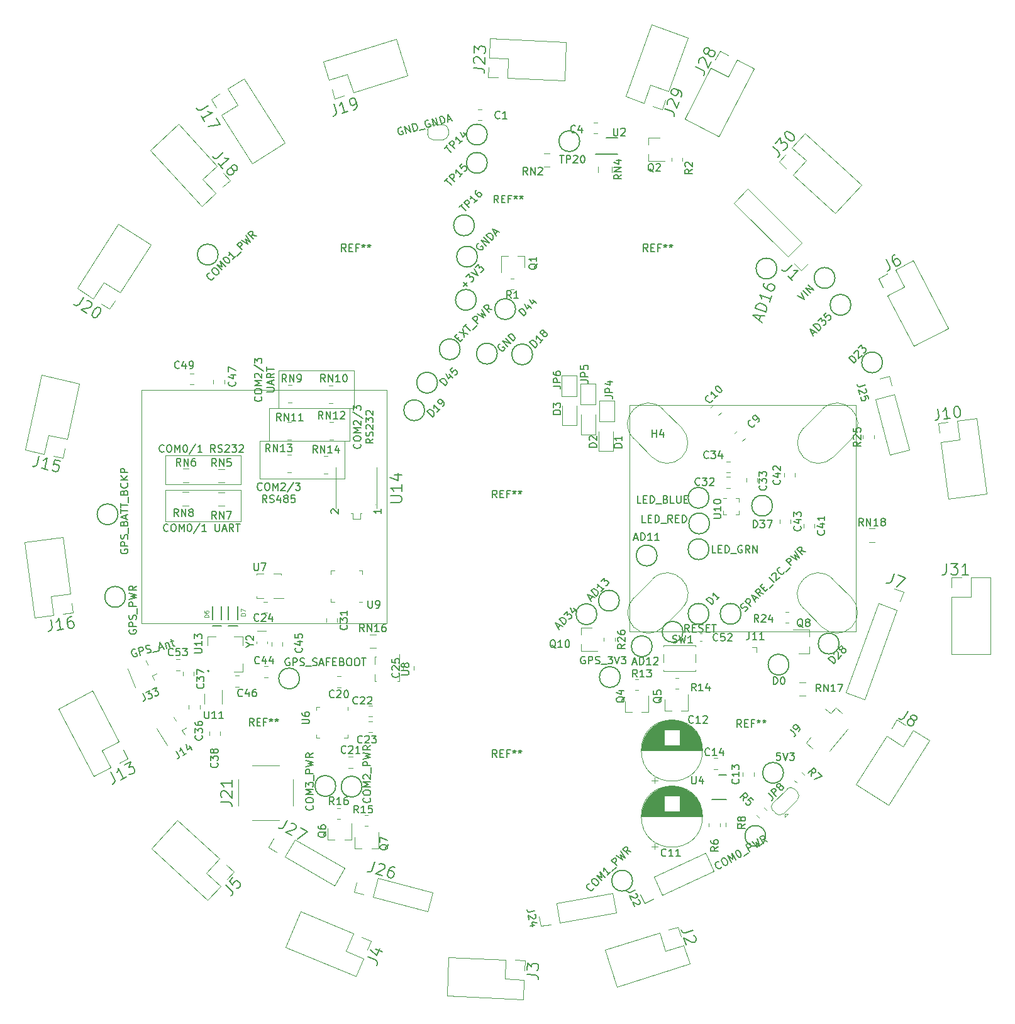
<source format=gbr>
G04 #@! TF.GenerationSoftware,KiCad,Pcbnew,(5.1.7)-1*
G04 #@! TF.CreationDate,2020-12-23T08:23:27-08:00*
G04 #@! TF.ProjectId,LCP_Controller,4c43505f-436f-46e7-9472-6f6c6c65722e,rev?*
G04 #@! TF.SameCoordinates,Original*
G04 #@! TF.FileFunction,Legend,Top*
G04 #@! TF.FilePolarity,Positive*
%FSLAX46Y46*%
G04 Gerber Fmt 4.6, Leading zero omitted, Abs format (unit mm)*
G04 Created by KiCad (PCBNEW (5.1.7)-1) date 2020-12-23 08:23:27*
%MOMM*%
%LPD*%
G01*
G04 APERTURE LIST*
%ADD10C,0.120000*%
%ADD11C,0.150000*%
%ADD12C,0.127000*%
%ADD13C,0.203200*%
%ADD14C,0.200000*%
%ADD15C,0.115824*%
G04 APERTURE END LIST*
D10*
X146050000Y-138684000D02*
X135890000Y-138684000D01*
D11*
X136239809Y-144121142D02*
X136192190Y-144168761D01*
X136049333Y-144216380D01*
X135954095Y-144216380D01*
X135811238Y-144168761D01*
X135716000Y-144073523D01*
X135668380Y-143978285D01*
X135620761Y-143787809D01*
X135620761Y-143644952D01*
X135668380Y-143454476D01*
X135716000Y-143359238D01*
X135811238Y-143264000D01*
X135954095Y-143216380D01*
X136049333Y-143216380D01*
X136192190Y-143264000D01*
X136239809Y-143311619D01*
X136858857Y-143216380D02*
X137049333Y-143216380D01*
X137144571Y-143264000D01*
X137239809Y-143359238D01*
X137287428Y-143549714D01*
X137287428Y-143883047D01*
X137239809Y-144073523D01*
X137144571Y-144168761D01*
X137049333Y-144216380D01*
X136858857Y-144216380D01*
X136763619Y-144168761D01*
X136668380Y-144073523D01*
X136620761Y-143883047D01*
X136620761Y-143549714D01*
X136668380Y-143359238D01*
X136763619Y-143264000D01*
X136858857Y-143216380D01*
X137716000Y-144216380D02*
X137716000Y-143216380D01*
X138049333Y-143930666D01*
X138382666Y-143216380D01*
X138382666Y-144216380D01*
X139049333Y-143216380D02*
X139144571Y-143216380D01*
X139239809Y-143264000D01*
X139287428Y-143311619D01*
X139335047Y-143406857D01*
X139382666Y-143597333D01*
X139382666Y-143835428D01*
X139335047Y-144025904D01*
X139287428Y-144121142D01*
X139239809Y-144168761D01*
X139144571Y-144216380D01*
X139049333Y-144216380D01*
X138954095Y-144168761D01*
X138906476Y-144121142D01*
X138858857Y-144025904D01*
X138811238Y-143835428D01*
X138811238Y-143597333D01*
X138858857Y-143406857D01*
X138906476Y-143311619D01*
X138954095Y-143264000D01*
X139049333Y-143216380D01*
X140525523Y-143168761D02*
X139668380Y-144454476D01*
X141382666Y-144216380D02*
X140811238Y-144216380D01*
X141096952Y-144216380D02*
X141096952Y-143216380D01*
X141001714Y-143359238D01*
X140906476Y-143454476D01*
X140811238Y-143502095D01*
X142573142Y-143216380D02*
X142573142Y-144025904D01*
X142620761Y-144121142D01*
X142668380Y-144168761D01*
X142763619Y-144216380D01*
X142954095Y-144216380D01*
X143049333Y-144168761D01*
X143096952Y-144121142D01*
X143144571Y-144025904D01*
X143144571Y-143216380D01*
X143573142Y-143930666D02*
X144049333Y-143930666D01*
X143477904Y-144216380D02*
X143811238Y-143216380D01*
X144144571Y-144216380D01*
X145049333Y-144216380D02*
X144716000Y-143740190D01*
X144477904Y-144216380D02*
X144477904Y-143216380D01*
X144858857Y-143216380D01*
X144954095Y-143264000D01*
X145001714Y-143311619D01*
X145049333Y-143406857D01*
X145049333Y-143549714D01*
X145001714Y-143644952D01*
X144954095Y-143692571D01*
X144858857Y-143740190D01*
X144477904Y-143740190D01*
X145335047Y-143216380D02*
X145906476Y-143216380D01*
X145620761Y-144216380D02*
X145620761Y-143216380D01*
X135668380Y-133453142D02*
X135620761Y-133500761D01*
X135477904Y-133548380D01*
X135382666Y-133548380D01*
X135239809Y-133500761D01*
X135144571Y-133405523D01*
X135096952Y-133310285D01*
X135049333Y-133119809D01*
X135049333Y-132976952D01*
X135096952Y-132786476D01*
X135144571Y-132691238D01*
X135239809Y-132596000D01*
X135382666Y-132548380D01*
X135477904Y-132548380D01*
X135620761Y-132596000D01*
X135668380Y-132643619D01*
X136287428Y-132548380D02*
X136477904Y-132548380D01*
X136573142Y-132596000D01*
X136668380Y-132691238D01*
X136716000Y-132881714D01*
X136716000Y-133215047D01*
X136668380Y-133405523D01*
X136573142Y-133500761D01*
X136477904Y-133548380D01*
X136287428Y-133548380D01*
X136192190Y-133500761D01*
X136096952Y-133405523D01*
X136049333Y-133215047D01*
X136049333Y-132881714D01*
X136096952Y-132691238D01*
X136192190Y-132596000D01*
X136287428Y-132548380D01*
X137144571Y-133548380D02*
X137144571Y-132548380D01*
X137477904Y-133262666D01*
X137811238Y-132548380D01*
X137811238Y-133548380D01*
X138477904Y-132548380D02*
X138573142Y-132548380D01*
X138668380Y-132596000D01*
X138716000Y-132643619D01*
X138763619Y-132738857D01*
X138811238Y-132929333D01*
X138811238Y-133167428D01*
X138763619Y-133357904D01*
X138716000Y-133453142D01*
X138668380Y-133500761D01*
X138573142Y-133548380D01*
X138477904Y-133548380D01*
X138382666Y-133500761D01*
X138335047Y-133453142D01*
X138287428Y-133357904D01*
X138239809Y-133167428D01*
X138239809Y-132929333D01*
X138287428Y-132738857D01*
X138335047Y-132643619D01*
X138382666Y-132596000D01*
X138477904Y-132548380D01*
X139954095Y-132500761D02*
X139096952Y-133786476D01*
X140811238Y-133548380D02*
X140239809Y-133548380D01*
X140525523Y-133548380D02*
X140525523Y-132548380D01*
X140430285Y-132691238D01*
X140335047Y-132786476D01*
X140239809Y-132834095D01*
X142573142Y-133548380D02*
X142239809Y-133072190D01*
X142001714Y-133548380D02*
X142001714Y-132548380D01*
X142382666Y-132548380D01*
X142477904Y-132596000D01*
X142525523Y-132643619D01*
X142573142Y-132738857D01*
X142573142Y-132881714D01*
X142525523Y-132976952D01*
X142477904Y-133024571D01*
X142382666Y-133072190D01*
X142001714Y-133072190D01*
X142954095Y-133500761D02*
X143096952Y-133548380D01*
X143335047Y-133548380D01*
X143430285Y-133500761D01*
X143477904Y-133453142D01*
X143525523Y-133357904D01*
X143525523Y-133262666D01*
X143477904Y-133167428D01*
X143430285Y-133119809D01*
X143335047Y-133072190D01*
X143144571Y-133024571D01*
X143049333Y-132976952D01*
X143001714Y-132929333D01*
X142954095Y-132834095D01*
X142954095Y-132738857D01*
X143001714Y-132643619D01*
X143049333Y-132596000D01*
X143144571Y-132548380D01*
X143382666Y-132548380D01*
X143525523Y-132596000D01*
X143906476Y-132643619D02*
X143954095Y-132596000D01*
X144049333Y-132548380D01*
X144287428Y-132548380D01*
X144382666Y-132596000D01*
X144430285Y-132643619D01*
X144477904Y-132738857D01*
X144477904Y-132834095D01*
X144430285Y-132976952D01*
X143858857Y-133548380D01*
X144477904Y-133548380D01*
X144811238Y-132548380D02*
X145430285Y-132548380D01*
X145096952Y-132929333D01*
X145239809Y-132929333D01*
X145335047Y-132976952D01*
X145382666Y-133024571D01*
X145430285Y-133119809D01*
X145430285Y-133357904D01*
X145382666Y-133453142D01*
X145335047Y-133500761D01*
X145239809Y-133548380D01*
X144954095Y-133548380D01*
X144858857Y-133500761D01*
X144811238Y-133453142D01*
X145811238Y-132643619D02*
X145858857Y-132596000D01*
X145954095Y-132548380D01*
X146192190Y-132548380D01*
X146287428Y-132596000D01*
X146335047Y-132643619D01*
X146382666Y-132738857D01*
X146382666Y-132834095D01*
X146335047Y-132976952D01*
X145763619Y-133548380D01*
X146382666Y-133548380D01*
D10*
X146050000Y-142875000D02*
X146050000Y-138684000D01*
X135890000Y-142875000D02*
X146050000Y-142875000D01*
X135890000Y-138684000D02*
X135890000Y-142875000D01*
X135890000Y-137922000D02*
X135890000Y-133985000D01*
X146050000Y-137922000D02*
X135890000Y-137922000D01*
X146050000Y-133985000D02*
X146050000Y-137922000D01*
X135890000Y-133985000D02*
X146050000Y-133985000D01*
D11*
X148868095Y-138597142D02*
X148820476Y-138644761D01*
X148677619Y-138692380D01*
X148582380Y-138692380D01*
X148439523Y-138644761D01*
X148344285Y-138549523D01*
X148296666Y-138454285D01*
X148249047Y-138263809D01*
X148249047Y-138120952D01*
X148296666Y-137930476D01*
X148344285Y-137835238D01*
X148439523Y-137740000D01*
X148582380Y-137692380D01*
X148677619Y-137692380D01*
X148820476Y-137740000D01*
X148868095Y-137787619D01*
X149487142Y-137692380D02*
X149677619Y-137692380D01*
X149772857Y-137740000D01*
X149868095Y-137835238D01*
X149915714Y-138025714D01*
X149915714Y-138359047D01*
X149868095Y-138549523D01*
X149772857Y-138644761D01*
X149677619Y-138692380D01*
X149487142Y-138692380D01*
X149391904Y-138644761D01*
X149296666Y-138549523D01*
X149249047Y-138359047D01*
X149249047Y-138025714D01*
X149296666Y-137835238D01*
X149391904Y-137740000D01*
X149487142Y-137692380D01*
X150344285Y-138692380D02*
X150344285Y-137692380D01*
X150677619Y-138406666D01*
X151010952Y-137692380D01*
X151010952Y-138692380D01*
X151439523Y-137787619D02*
X151487142Y-137740000D01*
X151582380Y-137692380D01*
X151820476Y-137692380D01*
X151915714Y-137740000D01*
X151963333Y-137787619D01*
X152010952Y-137882857D01*
X152010952Y-137978095D01*
X151963333Y-138120952D01*
X151391904Y-138692380D01*
X152010952Y-138692380D01*
X153153809Y-137644761D02*
X152296666Y-138930476D01*
X153391904Y-137692380D02*
X154010952Y-137692380D01*
X153677619Y-138073333D01*
X153820476Y-138073333D01*
X153915714Y-138120952D01*
X153963333Y-138168571D01*
X154010952Y-138263809D01*
X154010952Y-138501904D01*
X153963333Y-138597142D01*
X153915714Y-138644761D01*
X153820476Y-138692380D01*
X153534761Y-138692380D01*
X153439523Y-138644761D01*
X153391904Y-138597142D01*
X149534761Y-140342380D02*
X149201428Y-139866190D01*
X148963333Y-140342380D02*
X148963333Y-139342380D01*
X149344285Y-139342380D01*
X149439523Y-139390000D01*
X149487142Y-139437619D01*
X149534761Y-139532857D01*
X149534761Y-139675714D01*
X149487142Y-139770952D01*
X149439523Y-139818571D01*
X149344285Y-139866190D01*
X148963333Y-139866190D01*
X149915714Y-140294761D02*
X150058571Y-140342380D01*
X150296666Y-140342380D01*
X150391904Y-140294761D01*
X150439523Y-140247142D01*
X150487142Y-140151904D01*
X150487142Y-140056666D01*
X150439523Y-139961428D01*
X150391904Y-139913809D01*
X150296666Y-139866190D01*
X150106190Y-139818571D01*
X150010952Y-139770952D01*
X149963333Y-139723333D01*
X149915714Y-139628095D01*
X149915714Y-139532857D01*
X149963333Y-139437619D01*
X150010952Y-139390000D01*
X150106190Y-139342380D01*
X150344285Y-139342380D01*
X150487142Y-139390000D01*
X151344285Y-139675714D02*
X151344285Y-140342380D01*
X151106190Y-139294761D02*
X150868095Y-140009047D01*
X151487142Y-140009047D01*
X152010952Y-139770952D02*
X151915714Y-139723333D01*
X151868095Y-139675714D01*
X151820476Y-139580476D01*
X151820476Y-139532857D01*
X151868095Y-139437619D01*
X151915714Y-139390000D01*
X152010952Y-139342380D01*
X152201428Y-139342380D01*
X152296666Y-139390000D01*
X152344285Y-139437619D01*
X152391904Y-139532857D01*
X152391904Y-139580476D01*
X152344285Y-139675714D01*
X152296666Y-139723333D01*
X152201428Y-139770952D01*
X152010952Y-139770952D01*
X151915714Y-139818571D01*
X151868095Y-139866190D01*
X151820476Y-139961428D01*
X151820476Y-140151904D01*
X151868095Y-140247142D01*
X151915714Y-140294761D01*
X152010952Y-140342380D01*
X152201428Y-140342380D01*
X152296666Y-140294761D01*
X152344285Y-140247142D01*
X152391904Y-140151904D01*
X152391904Y-139961428D01*
X152344285Y-139866190D01*
X152296666Y-139818571D01*
X152201428Y-139770952D01*
X153296666Y-139342380D02*
X152820476Y-139342380D01*
X152772857Y-139818571D01*
X152820476Y-139770952D01*
X152915714Y-139723333D01*
X153153809Y-139723333D01*
X153249047Y-139770952D01*
X153296666Y-139818571D01*
X153344285Y-139913809D01*
X153344285Y-140151904D01*
X153296666Y-140247142D01*
X153249047Y-140294761D01*
X153153809Y-140342380D01*
X152915714Y-140342380D01*
X152820476Y-140294761D01*
X152772857Y-140247142D01*
X162092142Y-132436904D02*
X162139761Y-132484523D01*
X162187380Y-132627380D01*
X162187380Y-132722619D01*
X162139761Y-132865476D01*
X162044523Y-132960714D01*
X161949285Y-133008333D01*
X161758809Y-133055952D01*
X161615952Y-133055952D01*
X161425476Y-133008333D01*
X161330238Y-132960714D01*
X161235000Y-132865476D01*
X161187380Y-132722619D01*
X161187380Y-132627380D01*
X161235000Y-132484523D01*
X161282619Y-132436904D01*
X161187380Y-131817857D02*
X161187380Y-131627380D01*
X161235000Y-131532142D01*
X161330238Y-131436904D01*
X161520714Y-131389285D01*
X161854047Y-131389285D01*
X162044523Y-131436904D01*
X162139761Y-131532142D01*
X162187380Y-131627380D01*
X162187380Y-131817857D01*
X162139761Y-131913095D01*
X162044523Y-132008333D01*
X161854047Y-132055952D01*
X161520714Y-132055952D01*
X161330238Y-132008333D01*
X161235000Y-131913095D01*
X161187380Y-131817857D01*
X162187380Y-130960714D02*
X161187380Y-130960714D01*
X161901666Y-130627380D01*
X161187380Y-130294047D01*
X162187380Y-130294047D01*
X161282619Y-129865476D02*
X161235000Y-129817857D01*
X161187380Y-129722619D01*
X161187380Y-129484523D01*
X161235000Y-129389285D01*
X161282619Y-129341666D01*
X161377857Y-129294047D01*
X161473095Y-129294047D01*
X161615952Y-129341666D01*
X162187380Y-129913095D01*
X162187380Y-129294047D01*
X161139761Y-128151190D02*
X162425476Y-129008333D01*
X161187380Y-127913095D02*
X161187380Y-127294047D01*
X161568333Y-127627380D01*
X161568333Y-127484523D01*
X161615952Y-127389285D01*
X161663571Y-127341666D01*
X161758809Y-127294047D01*
X161996904Y-127294047D01*
X162092142Y-127341666D01*
X162139761Y-127389285D01*
X162187380Y-127484523D01*
X162187380Y-127770238D01*
X162139761Y-127865476D01*
X162092142Y-127913095D01*
X163837380Y-131770238D02*
X163361190Y-132103571D01*
X163837380Y-132341666D02*
X162837380Y-132341666D01*
X162837380Y-131960714D01*
X162885000Y-131865476D01*
X162932619Y-131817857D01*
X163027857Y-131770238D01*
X163170714Y-131770238D01*
X163265952Y-131817857D01*
X163313571Y-131865476D01*
X163361190Y-131960714D01*
X163361190Y-132341666D01*
X163789761Y-131389285D02*
X163837380Y-131246428D01*
X163837380Y-131008333D01*
X163789761Y-130913095D01*
X163742142Y-130865476D01*
X163646904Y-130817857D01*
X163551666Y-130817857D01*
X163456428Y-130865476D01*
X163408809Y-130913095D01*
X163361190Y-131008333D01*
X163313571Y-131198809D01*
X163265952Y-131294047D01*
X163218333Y-131341666D01*
X163123095Y-131389285D01*
X163027857Y-131389285D01*
X162932619Y-131341666D01*
X162885000Y-131294047D01*
X162837380Y-131198809D01*
X162837380Y-130960714D01*
X162885000Y-130817857D01*
X162932619Y-130436904D02*
X162885000Y-130389285D01*
X162837380Y-130294047D01*
X162837380Y-130055952D01*
X162885000Y-129960714D01*
X162932619Y-129913095D01*
X163027857Y-129865476D01*
X163123095Y-129865476D01*
X163265952Y-129913095D01*
X163837380Y-130484523D01*
X163837380Y-129865476D01*
X162837380Y-129532142D02*
X162837380Y-128913095D01*
X163218333Y-129246428D01*
X163218333Y-129103571D01*
X163265952Y-129008333D01*
X163313571Y-128960714D01*
X163408809Y-128913095D01*
X163646904Y-128913095D01*
X163742142Y-128960714D01*
X163789761Y-129008333D01*
X163837380Y-129103571D01*
X163837380Y-129389285D01*
X163789761Y-129484523D01*
X163742142Y-129532142D01*
X162932619Y-128532142D02*
X162885000Y-128484523D01*
X162837380Y-128389285D01*
X162837380Y-128151190D01*
X162885000Y-128055952D01*
X162932619Y-128008333D01*
X163027857Y-127960714D01*
X163123095Y-127960714D01*
X163265952Y-128008333D01*
X163837380Y-128579761D01*
X163837380Y-127960714D01*
X148757142Y-126086904D02*
X148804761Y-126134523D01*
X148852380Y-126277380D01*
X148852380Y-126372619D01*
X148804761Y-126515476D01*
X148709523Y-126610714D01*
X148614285Y-126658333D01*
X148423809Y-126705952D01*
X148280952Y-126705952D01*
X148090476Y-126658333D01*
X147995238Y-126610714D01*
X147900000Y-126515476D01*
X147852380Y-126372619D01*
X147852380Y-126277380D01*
X147900000Y-126134523D01*
X147947619Y-126086904D01*
X147852380Y-125467857D02*
X147852380Y-125277380D01*
X147900000Y-125182142D01*
X147995238Y-125086904D01*
X148185714Y-125039285D01*
X148519047Y-125039285D01*
X148709523Y-125086904D01*
X148804761Y-125182142D01*
X148852380Y-125277380D01*
X148852380Y-125467857D01*
X148804761Y-125563095D01*
X148709523Y-125658333D01*
X148519047Y-125705952D01*
X148185714Y-125705952D01*
X147995238Y-125658333D01*
X147900000Y-125563095D01*
X147852380Y-125467857D01*
X148852380Y-124610714D02*
X147852380Y-124610714D01*
X148566666Y-124277380D01*
X147852380Y-123944047D01*
X148852380Y-123944047D01*
X147947619Y-123515476D02*
X147900000Y-123467857D01*
X147852380Y-123372619D01*
X147852380Y-123134523D01*
X147900000Y-123039285D01*
X147947619Y-122991666D01*
X148042857Y-122944047D01*
X148138095Y-122944047D01*
X148280952Y-122991666D01*
X148852380Y-123563095D01*
X148852380Y-122944047D01*
X147804761Y-121801190D02*
X149090476Y-122658333D01*
X147852380Y-121563095D02*
X147852380Y-120944047D01*
X148233333Y-121277380D01*
X148233333Y-121134523D01*
X148280952Y-121039285D01*
X148328571Y-120991666D01*
X148423809Y-120944047D01*
X148661904Y-120944047D01*
X148757142Y-120991666D01*
X148804761Y-121039285D01*
X148852380Y-121134523D01*
X148852380Y-121420238D01*
X148804761Y-121515476D01*
X148757142Y-121563095D01*
X149502380Y-125420238D02*
X150311904Y-125420238D01*
X150407142Y-125372619D01*
X150454761Y-125325000D01*
X150502380Y-125229761D01*
X150502380Y-125039285D01*
X150454761Y-124944047D01*
X150407142Y-124896428D01*
X150311904Y-124848809D01*
X149502380Y-124848809D01*
X150216666Y-124420238D02*
X150216666Y-123944047D01*
X150502380Y-124515476D02*
X149502380Y-124182142D01*
X150502380Y-123848809D01*
X150502380Y-122944047D02*
X150026190Y-123277380D01*
X150502380Y-123515476D02*
X149502380Y-123515476D01*
X149502380Y-123134523D01*
X149550000Y-123039285D01*
X149597619Y-122991666D01*
X149692857Y-122944047D01*
X149835714Y-122944047D01*
X149930952Y-122991666D01*
X149978571Y-123039285D01*
X150026190Y-123134523D01*
X150026190Y-123515476D01*
X149502380Y-122658333D02*
X149502380Y-122086904D01*
X150502380Y-122372619D02*
X149502380Y-122372619D01*
D10*
X148590000Y-137160000D02*
X148590000Y-132080000D01*
X160020000Y-137160000D02*
X148590000Y-137160000D01*
X160020000Y-132080000D02*
X160020000Y-137160000D01*
X148590000Y-132080000D02*
X160020000Y-132080000D01*
X149860000Y-132080000D02*
X149860000Y-127635000D01*
X160655000Y-132080000D02*
X149860000Y-132080000D01*
X160655000Y-127635000D02*
X160655000Y-132080000D01*
X149860000Y-127635000D02*
X160655000Y-127635000D01*
X151130000Y-127635000D02*
X151130000Y-122555000D01*
X161290000Y-127635000D02*
X151130000Y-127635000D01*
X161290000Y-122555000D02*
X161290000Y-127635000D01*
X151130000Y-122555000D02*
X161290000Y-122555000D01*
D12*
X131786130Y-160073300D02*
X131680143Y-160051611D01*
X131539946Y-160089177D01*
X131412271Y-160173475D01*
X131343850Y-160291984D01*
X131322161Y-160397971D01*
X131325516Y-160597422D01*
X131363082Y-160737619D01*
X131459902Y-160912027D01*
X131531678Y-160992970D01*
X131650187Y-161061391D01*
X131802906Y-161070558D01*
X131896371Y-161045514D01*
X132024046Y-160961216D01*
X132058257Y-160901961D01*
X131970603Y-160574835D01*
X131783674Y-160624922D01*
X132503892Y-160882729D02*
X132240932Y-159901348D01*
X132614791Y-159801173D01*
X132720778Y-159822862D01*
X132780032Y-159857072D01*
X132851809Y-159938015D01*
X132889374Y-160078212D01*
X132867686Y-160184199D01*
X132833475Y-160243453D01*
X132752532Y-160315230D01*
X132378673Y-160415405D01*
X133426019Y-160585558D02*
X133578738Y-160594725D01*
X133812400Y-160532116D01*
X133893343Y-160460339D01*
X133927553Y-160401085D01*
X133949242Y-160295098D01*
X133924198Y-160201633D01*
X133852422Y-160120691D01*
X133793167Y-160086480D01*
X133687181Y-160064791D01*
X133487729Y-160068147D01*
X133381742Y-160046458D01*
X133322488Y-160012248D01*
X133250712Y-159931305D01*
X133225668Y-159837840D01*
X133247357Y-159731853D01*
X133281567Y-159672599D01*
X133362510Y-159600823D01*
X133596172Y-159538213D01*
X133748891Y-159547380D01*
X134211303Y-160525405D02*
X134959021Y-160325055D01*
X135045776Y-159901108D02*
X135513100Y-159775888D01*
X135027442Y-160206546D02*
X135091609Y-159137512D01*
X135681696Y-160031239D01*
X135833516Y-159289332D02*
X136008823Y-159943586D01*
X135858560Y-159382797D02*
X135892771Y-159323542D01*
X135973714Y-159251766D01*
X136113911Y-159214200D01*
X136219898Y-159235889D01*
X136291674Y-159316832D01*
X136429415Y-159830889D01*
X136581235Y-159088981D02*
X136955094Y-158988806D01*
X136633779Y-158724289D02*
X136859173Y-159565472D01*
X136930949Y-159646415D01*
X137036936Y-159668104D01*
X137130401Y-159643060D01*
D10*
X212626500Y-139743000D02*
X213126500Y-139743000D01*
X213126500Y-139743000D02*
X213126500Y-140243000D01*
X213126500Y-140243000D02*
X213126500Y-140243000D01*
X213126500Y-141443000D02*
X213126500Y-141943000D01*
X213126500Y-141943000D02*
X212626500Y-141943000D01*
X212626500Y-141943000D02*
X212626500Y-141943000D01*
X211426500Y-141943000D02*
X210926500Y-141943000D01*
X210926500Y-141943000D02*
X210926500Y-141443000D01*
X210926500Y-141443000D02*
X210926500Y-141443000D01*
X211426500Y-139743000D02*
X210926500Y-139743000D01*
X210926500Y-139743000D02*
X210926500Y-139743000D01*
X157738000Y-136472400D02*
X157238000Y-136472400D01*
X157738000Y-134112400D02*
X157238000Y-134112400D01*
X152294400Y-133909200D02*
X152794400Y-133909200D01*
X152294400Y-136269200D02*
X152794400Y-136269200D01*
X158492000Y-131888400D02*
X157992000Y-131888400D01*
X158492000Y-129528400D02*
X157992000Y-129528400D01*
X152310400Y-129540400D02*
X152810400Y-129540400D01*
X152310400Y-131900400D02*
X152810400Y-131900400D01*
X158347600Y-126956800D02*
X157847600Y-126956800D01*
X158347600Y-124596800D02*
X157847600Y-124596800D01*
X152404000Y-124499200D02*
X152904000Y-124499200D01*
X152404000Y-126859200D02*
X152904000Y-126859200D01*
D11*
X162334400Y-178574700D02*
G75*
G03*
X162334400Y-178574700I-1400000J0D01*
G01*
X196980000Y-153543000D02*
G75*
G03*
X196980000Y-153543000I-1400000J0D01*
G01*
D10*
X199075936Y-164111000D02*
X199530064Y-164111000D01*
X199075936Y-165581000D02*
X199530064Y-165581000D01*
X197746500Y-168527000D02*
X198676500Y-168527000D01*
X200906500Y-168527000D02*
X199976500Y-168527000D01*
X200906500Y-168527000D02*
X200906500Y-166367000D01*
X197746500Y-168527000D02*
X197746500Y-167067000D01*
X160388200Y-171571800D02*
X160388200Y-172046800D01*
X160388200Y-172046800D02*
X159913200Y-172046800D01*
X156168200Y-168301800D02*
X156168200Y-167826800D01*
X156168200Y-167826800D02*
X156643200Y-167826800D01*
X156168200Y-171571800D02*
X156168200Y-172046800D01*
X156168200Y-172046800D02*
X156643200Y-172046800D01*
X160388200Y-168301800D02*
X160388200Y-167826800D01*
X208179579Y-182608517D02*
G75*
G03*
X208179579Y-182608517I-4120000J0D01*
G01*
X199979579Y-182608517D02*
X208139579Y-182608517D01*
X199979579Y-182568517D02*
X208139579Y-182568517D01*
X199979579Y-182528517D02*
X208139579Y-182528517D01*
X199980579Y-182488517D02*
X208138579Y-182488517D01*
X199982579Y-182448517D02*
X208136579Y-182448517D01*
X199983579Y-182408517D02*
X208135579Y-182408517D01*
X199985579Y-182368517D02*
X208133579Y-182368517D01*
X199988579Y-182328517D02*
X208130579Y-182328517D01*
X199991579Y-182288517D02*
X208127579Y-182288517D01*
X199994579Y-182248517D02*
X208124579Y-182248517D01*
X199998579Y-182208517D02*
X208120579Y-182208517D01*
X200002579Y-182168517D02*
X208116579Y-182168517D01*
X200007579Y-182128517D02*
X208111579Y-182128517D01*
X200011579Y-182088517D02*
X208107579Y-182088517D01*
X200017579Y-182048517D02*
X208101579Y-182048517D01*
X200022579Y-182008517D02*
X208096579Y-182008517D01*
X200029579Y-181968517D02*
X208089579Y-181968517D01*
X200035579Y-181928517D02*
X208083579Y-181928517D01*
X200042579Y-181887517D02*
X203019579Y-181887517D01*
X205099579Y-181887517D02*
X208076579Y-181887517D01*
X200049579Y-181847517D02*
X203019579Y-181847517D01*
X205099579Y-181847517D02*
X208069579Y-181847517D01*
X200057579Y-181807517D02*
X203019579Y-181807517D01*
X205099579Y-181807517D02*
X208061579Y-181807517D01*
X200065579Y-181767517D02*
X203019579Y-181767517D01*
X205099579Y-181767517D02*
X208053579Y-181767517D01*
X200074579Y-181727517D02*
X203019579Y-181727517D01*
X205099579Y-181727517D02*
X208044579Y-181727517D01*
X200083579Y-181687517D02*
X203019579Y-181687517D01*
X205099579Y-181687517D02*
X208035579Y-181687517D01*
X200092579Y-181647517D02*
X203019579Y-181647517D01*
X205099579Y-181647517D02*
X208026579Y-181647517D01*
X200102579Y-181607517D02*
X203019579Y-181607517D01*
X205099579Y-181607517D02*
X208016579Y-181607517D01*
X200112579Y-181567517D02*
X203019579Y-181567517D01*
X205099579Y-181567517D02*
X208006579Y-181567517D01*
X200123579Y-181527517D02*
X203019579Y-181527517D01*
X205099579Y-181527517D02*
X207995579Y-181527517D01*
X200134579Y-181487517D02*
X203019579Y-181487517D01*
X205099579Y-181487517D02*
X207984579Y-181487517D01*
X200145579Y-181447517D02*
X203019579Y-181447517D01*
X205099579Y-181447517D02*
X207973579Y-181447517D01*
X200157579Y-181407517D02*
X203019579Y-181407517D01*
X205099579Y-181407517D02*
X207961579Y-181407517D01*
X200170579Y-181367517D02*
X203019579Y-181367517D01*
X205099579Y-181367517D02*
X207948579Y-181367517D01*
X200182579Y-181327517D02*
X203019579Y-181327517D01*
X205099579Y-181327517D02*
X207936579Y-181327517D01*
X200196579Y-181287517D02*
X203019579Y-181287517D01*
X205099579Y-181287517D02*
X207922579Y-181287517D01*
X200209579Y-181247517D02*
X203019579Y-181247517D01*
X205099579Y-181247517D02*
X207909579Y-181247517D01*
X200224579Y-181207517D02*
X203019579Y-181207517D01*
X205099579Y-181207517D02*
X207894579Y-181207517D01*
X200238579Y-181167517D02*
X203019579Y-181167517D01*
X205099579Y-181167517D02*
X207880579Y-181167517D01*
X200254579Y-181127517D02*
X203019579Y-181127517D01*
X205099579Y-181127517D02*
X207864579Y-181127517D01*
X200269579Y-181087517D02*
X203019579Y-181087517D01*
X205099579Y-181087517D02*
X207849579Y-181087517D01*
X200285579Y-181047517D02*
X203019579Y-181047517D01*
X205099579Y-181047517D02*
X207833579Y-181047517D01*
X200302579Y-181007517D02*
X203019579Y-181007517D01*
X205099579Y-181007517D02*
X207816579Y-181007517D01*
X200319579Y-180967517D02*
X203019579Y-180967517D01*
X205099579Y-180967517D02*
X207799579Y-180967517D01*
X200337579Y-180927517D02*
X203019579Y-180927517D01*
X205099579Y-180927517D02*
X207781579Y-180927517D01*
X200355579Y-180887517D02*
X203019579Y-180887517D01*
X205099579Y-180887517D02*
X207763579Y-180887517D01*
X200373579Y-180847517D02*
X203019579Y-180847517D01*
X205099579Y-180847517D02*
X207745579Y-180847517D01*
X200393579Y-180807517D02*
X203019579Y-180807517D01*
X205099579Y-180807517D02*
X207725579Y-180807517D01*
X200412579Y-180767517D02*
X203019579Y-180767517D01*
X205099579Y-180767517D02*
X207706579Y-180767517D01*
X200432579Y-180727517D02*
X203019579Y-180727517D01*
X205099579Y-180727517D02*
X207686579Y-180727517D01*
X200453579Y-180687517D02*
X203019579Y-180687517D01*
X205099579Y-180687517D02*
X207665579Y-180687517D01*
X200475579Y-180647517D02*
X203019579Y-180647517D01*
X205099579Y-180647517D02*
X207643579Y-180647517D01*
X200497579Y-180607517D02*
X203019579Y-180607517D01*
X205099579Y-180607517D02*
X207621579Y-180607517D01*
X200519579Y-180567517D02*
X203019579Y-180567517D01*
X205099579Y-180567517D02*
X207599579Y-180567517D01*
X200542579Y-180527517D02*
X203019579Y-180527517D01*
X205099579Y-180527517D02*
X207576579Y-180527517D01*
X200566579Y-180487517D02*
X203019579Y-180487517D01*
X205099579Y-180487517D02*
X207552579Y-180487517D01*
X200590579Y-180447517D02*
X203019579Y-180447517D01*
X205099579Y-180447517D02*
X207528579Y-180447517D01*
X200615579Y-180407517D02*
X203019579Y-180407517D01*
X205099579Y-180407517D02*
X207503579Y-180407517D01*
X200641579Y-180367517D02*
X203019579Y-180367517D01*
X205099579Y-180367517D02*
X207477579Y-180367517D01*
X200667579Y-180327517D02*
X203019579Y-180327517D01*
X205099579Y-180327517D02*
X207451579Y-180327517D01*
X200694579Y-180287517D02*
X203019579Y-180287517D01*
X205099579Y-180287517D02*
X207424579Y-180287517D01*
X200721579Y-180247517D02*
X203019579Y-180247517D01*
X205099579Y-180247517D02*
X207397579Y-180247517D01*
X200750579Y-180207517D02*
X203019579Y-180207517D01*
X205099579Y-180207517D02*
X207368579Y-180207517D01*
X200779579Y-180167517D02*
X203019579Y-180167517D01*
X205099579Y-180167517D02*
X207339579Y-180167517D01*
X200809579Y-180127517D02*
X203019579Y-180127517D01*
X205099579Y-180127517D02*
X207309579Y-180127517D01*
X200839579Y-180087517D02*
X203019579Y-180087517D01*
X205099579Y-180087517D02*
X207279579Y-180087517D01*
X200870579Y-180047517D02*
X203019579Y-180047517D01*
X205099579Y-180047517D02*
X207248579Y-180047517D01*
X200903579Y-180007517D02*
X203019579Y-180007517D01*
X205099579Y-180007517D02*
X207215579Y-180007517D01*
X200935579Y-179967517D02*
X203019579Y-179967517D01*
X205099579Y-179967517D02*
X207183579Y-179967517D01*
X200969579Y-179927517D02*
X203019579Y-179927517D01*
X205099579Y-179927517D02*
X207149579Y-179927517D01*
X201004579Y-179887517D02*
X203019579Y-179887517D01*
X205099579Y-179887517D02*
X207114579Y-179887517D01*
X201040579Y-179847517D02*
X203019579Y-179847517D01*
X205099579Y-179847517D02*
X207078579Y-179847517D01*
X201076579Y-179807517D02*
X207042579Y-179807517D01*
X201114579Y-179767517D02*
X207004579Y-179767517D01*
X201152579Y-179727517D02*
X206966579Y-179727517D01*
X201192579Y-179687517D02*
X206926579Y-179687517D01*
X201233579Y-179647517D02*
X206885579Y-179647517D01*
X201275579Y-179607517D02*
X206843579Y-179607517D01*
X201318579Y-179567517D02*
X206800579Y-179567517D01*
X201362579Y-179527517D02*
X206756579Y-179527517D01*
X201408579Y-179487517D02*
X206710579Y-179487517D01*
X201455579Y-179447517D02*
X206663579Y-179447517D01*
X201503579Y-179407517D02*
X206615579Y-179407517D01*
X201554579Y-179367517D02*
X206564579Y-179367517D01*
X201605579Y-179327517D02*
X206513579Y-179327517D01*
X201659579Y-179287517D02*
X206459579Y-179287517D01*
X201714579Y-179247517D02*
X206404579Y-179247517D01*
X201772579Y-179207517D02*
X206346579Y-179207517D01*
X201831579Y-179167517D02*
X206287579Y-179167517D01*
X201893579Y-179127517D02*
X206225579Y-179127517D01*
X201957579Y-179087517D02*
X206161579Y-179087517D01*
X202025579Y-179047517D02*
X206093579Y-179047517D01*
X202095579Y-179007517D02*
X206023579Y-179007517D01*
X202169579Y-178967517D02*
X205949579Y-178967517D01*
X202246579Y-178927517D02*
X205872579Y-178927517D01*
X202328579Y-178887517D02*
X205790579Y-178887517D01*
X202414579Y-178847517D02*
X205704579Y-178847517D01*
X202507579Y-178807517D02*
X205611579Y-178807517D01*
X202606579Y-178767517D02*
X205512579Y-178767517D01*
X202713579Y-178727517D02*
X205405579Y-178727517D01*
X202830579Y-178687517D02*
X205288579Y-178687517D01*
X202961579Y-178647517D02*
X205157579Y-178647517D01*
X203111579Y-178607517D02*
X205007579Y-178607517D01*
X203291579Y-178567517D02*
X204827579Y-178567517D01*
X203526579Y-178527517D02*
X204592579Y-178527517D01*
X201744579Y-187018215D02*
X201744579Y-186218215D01*
X201344579Y-186618215D02*
X202144579Y-186618215D01*
X147557825Y-94700474D02*
X151943460Y-91906516D01*
X143431364Y-88223228D02*
X147557825Y-94700474D01*
X146420020Y-83236452D02*
X151943460Y-91906516D01*
X143431364Y-88223228D02*
X145624182Y-86826249D01*
X145624182Y-86826249D02*
X144227203Y-84633431D01*
X144227203Y-84633431D02*
X146420020Y-83236452D01*
X142748993Y-87152120D02*
X142034385Y-86030410D01*
X142034385Y-86030410D02*
X143156096Y-85315801D01*
X161909000Y-153748000D02*
X162384000Y-153748000D01*
X158164000Y-149528000D02*
X158164000Y-150003000D01*
X158639000Y-149528000D02*
X158164000Y-149528000D01*
X162384000Y-149528000D02*
X162384000Y-150003000D01*
X161909000Y-149528000D02*
X162384000Y-149528000D01*
X158164000Y-153748000D02*
X158164000Y-153273000D01*
X158639000Y-153748000D02*
X158164000Y-153748000D01*
X134322390Y-164213257D02*
X134077473Y-163621974D01*
X133250877Y-161626394D02*
X133495794Y-162217677D01*
X134077473Y-163621974D02*
X134659517Y-163380883D01*
X131790304Y-165207961D02*
X130757058Y-162713487D01*
D13*
X145595500Y-156101000D02*
X145595500Y-154301000D01*
X144345500Y-156101000D02*
X144345500Y-154301000D01*
X144345500Y-156971000D02*
X145595500Y-156971000D01*
X143436500Y-156101000D02*
X143436500Y-154301000D01*
X142186500Y-156101000D02*
X142186500Y-154301000D01*
X142186500Y-156971000D02*
X143436500Y-156971000D01*
D10*
X149544000Y-159095000D02*
X149544000Y-159295000D01*
X148144000Y-159095000D02*
X148144000Y-159295000D01*
X149444000Y-157645000D02*
X148244000Y-157645000D01*
X141521000Y-159537000D02*
X141521000Y-158412000D01*
X141521000Y-158412000D02*
X142646000Y-158412000D01*
X141521000Y-159537000D02*
X141521000Y-158412000D01*
X141521000Y-158412000D02*
X142646000Y-158412000D01*
X146261000Y-159537000D02*
X146261000Y-158412000D01*
X146261000Y-158412000D02*
X145136000Y-158412000D01*
X141521000Y-159537000D02*
X141521000Y-158412000D01*
X141521000Y-158412000D02*
X142646000Y-158412000D01*
X146261000Y-162027000D02*
X146261000Y-163152000D01*
X146261000Y-163152000D02*
X145136000Y-163152000D01*
D14*
X141741000Y-163032000D02*
G75*
G03*
X141741000Y-163032000I-100000J0D01*
G01*
D10*
X143463500Y-167451000D02*
X143463500Y-165551000D01*
X141143500Y-166051000D02*
X141143500Y-167451000D01*
X164049800Y-163463800D02*
X164049800Y-164413800D01*
X167349800Y-160763800D02*
X167349800Y-162063800D01*
X167349800Y-163463800D02*
X167349800Y-164413800D01*
X164049800Y-161113800D02*
X164049800Y-162063800D01*
X167149800Y-164413800D02*
X167349800Y-164413800D01*
X164249800Y-164413800D02*
X164049800Y-164413800D01*
X164049800Y-161113800D02*
X164249800Y-161113800D01*
X149058400Y-149886400D02*
X148108400Y-149886400D01*
X151758400Y-153186400D02*
X150458400Y-153186400D01*
X149058400Y-153186400D02*
X148108400Y-153186400D01*
X151408400Y-149886400D02*
X150458400Y-149886400D01*
X148108400Y-152986400D02*
X148108400Y-153186400D01*
X148108400Y-150086400D02*
X148108400Y-149886400D01*
X151408400Y-149886400D02*
X151408400Y-150086400D01*
D11*
X209409579Y-180268517D02*
X211409579Y-180268517D01*
X210409579Y-177018517D02*
X211409579Y-177018517D01*
X193755000Y-93460000D02*
X196755000Y-93460000D01*
X195255000Y-91210000D02*
X196755000Y-91210000D01*
X129479500Y-141922500D02*
G75*
G03*
X129479500Y-141922500I-1400000J0D01*
G01*
X142966900Y-106959400D02*
G75*
G03*
X142966900Y-106959400I-1400000J0D01*
G01*
X172494400Y-124206000D02*
G75*
G03*
X172494400Y-124206000I-1400000J0D01*
G01*
X175542400Y-119710200D02*
G75*
G03*
X175542400Y-119710200I-1400000J0D01*
G01*
X130495500Y-153035000D02*
G75*
G03*
X130495500Y-153035000I-1400000J0D01*
G01*
X197107000Y-163830000D02*
G75*
G03*
X197107000Y-163830000I-1400000J0D01*
G01*
X213363000Y-155321000D02*
G75*
G03*
X213363000Y-155321000I-1400000J0D01*
G01*
X158803800Y-178485800D02*
G75*
G03*
X158803800Y-178485800I-1400000J0D01*
G01*
X193957400Y-155371800D02*
G75*
G03*
X193957400Y-155371800I-1400000J0D01*
G01*
X198757999Y-191236600D02*
G75*
G03*
X198757999Y-191236600I-1399999J0D01*
G01*
X216690400Y-185216800D02*
G75*
G03*
X216690400Y-185216800I-1400000J0D01*
G01*
X201399600Y-159689800D02*
G75*
G03*
X201399600Y-159689800I-1400000J0D01*
G01*
X202060000Y-147472400D02*
G75*
G03*
X202060000Y-147472400I-1400000J0D01*
G01*
X219078000Y-176720500D02*
G75*
G03*
X219078000Y-176720500I-1400000J0D01*
G01*
X209045000Y-155321000D02*
G75*
G03*
X209045000Y-155321000I-1400000J0D01*
G01*
X226571000Y-159321500D02*
G75*
G03*
X226571000Y-159321500I-1400000J0D01*
G01*
X219814600Y-162153600D02*
G75*
G03*
X219814600Y-162153600I-1400000J0D01*
G01*
X177726800Y-113055400D02*
G75*
G03*
X177726800Y-113055400I-1400000J0D01*
G01*
X228158500Y-113728500D02*
G75*
G03*
X228158500Y-113728500I-1400000J0D01*
G01*
X232413000Y-121475500D02*
G75*
G03*
X232413000Y-121475500I-1400000J0D01*
G01*
X191646000Y-91694000D02*
G75*
G03*
X191646000Y-91694000I-1400000J0D01*
G01*
X218189000Y-108839000D02*
G75*
G03*
X218189000Y-108839000I-1400000J0D01*
G01*
X177879200Y-107238800D02*
G75*
G03*
X177879200Y-107238800I-1400000J0D01*
G01*
X180546200Y-120294400D02*
G75*
G03*
X180546200Y-120294400I-1400000J0D01*
G01*
X177472800Y-103022400D02*
G75*
G03*
X177472800Y-103022400I-1400000J0D01*
G01*
X179200000Y-94615000D02*
G75*
G03*
X179200000Y-94615000I-1400000J0D01*
G01*
X179200000Y-90805000D02*
G75*
G03*
X179200000Y-90805000I-1400000J0D01*
G01*
X205552500Y-157734000D02*
G75*
G03*
X205552500Y-157734000I-1400000J0D01*
G01*
X170767200Y-127914400D02*
G75*
G03*
X170767200Y-127914400I-1400000J0D01*
G01*
X185296000Y-120396000D02*
G75*
G03*
X185296000Y-120396000I-1400000J0D01*
G01*
X153927000Y-164020500D02*
G75*
G03*
X153927000Y-164020500I-1400000J0D01*
G01*
X217604800Y-140766800D02*
G75*
G03*
X217604800Y-140766800I-1400000J0D01*
G01*
X226012200Y-110109000D02*
G75*
G03*
X226012200Y-110109000I-1400000J0D01*
G01*
X183010000Y-114300000D02*
G75*
G03*
X183010000Y-114300000I-1400000J0D01*
G01*
X209045000Y-146621500D02*
G75*
G03*
X209045000Y-146621500I-1400000J0D01*
G01*
X209133900Y-143154400D02*
G75*
G03*
X209133900Y-143154400I-1400000J0D01*
G01*
X209045000Y-139700000D02*
G75*
G03*
X209045000Y-139700000I-1400000J0D01*
G01*
D10*
X202884500Y-162874500D02*
X202884500Y-162994500D01*
X202884500Y-160724500D02*
X202884500Y-161864500D01*
X202884500Y-159594500D02*
X202884500Y-159714500D01*
X207284500Y-159594500D02*
X202884500Y-159594500D01*
X207284500Y-159714500D02*
X207284500Y-159594500D01*
X207284500Y-161864500D02*
X207284500Y-160724500D01*
X207284500Y-162994500D02*
X207284500Y-162874500D01*
X202884500Y-162994500D02*
X207284500Y-162994500D01*
X231388500Y-145681000D02*
X230588500Y-145681000D01*
X231388500Y-143841000D02*
X230588500Y-143841000D01*
X221239500Y-164516500D02*
X222039500Y-164516500D01*
X221239500Y-166356500D02*
X222039500Y-166356500D01*
X164204600Y-159924000D02*
X163404600Y-159924000D01*
X164204600Y-158084000D02*
X163404600Y-158084000D01*
X138996000Y-140728000D02*
X138196000Y-140728000D01*
X138996000Y-138888000D02*
X138196000Y-138888000D01*
X143807500Y-140791500D02*
X143007500Y-140791500D01*
X143807500Y-138951500D02*
X143007500Y-138951500D01*
X139033200Y-137622800D02*
X138233200Y-137622800D01*
X139033200Y-135782800D02*
X138233200Y-135782800D01*
X143808400Y-137673600D02*
X143008400Y-137673600D01*
X143808400Y-135833600D02*
X143008400Y-135833600D01*
X194152000Y-95904000D02*
X194152000Y-95104000D01*
X195992000Y-95904000D02*
X195992000Y-95104000D01*
X186798000Y-93314000D02*
X187598000Y-93314000D01*
X186798000Y-95154000D02*
X187598000Y-95154000D01*
X196378500Y-158546436D02*
X196378500Y-159000564D01*
X194908500Y-158546436D02*
X194908500Y-159000564D01*
X231265400Y-131268736D02*
X231265400Y-131722864D01*
X229795400Y-131268736D02*
X229795400Y-131722864D01*
X219355936Y-155068600D02*
X219810064Y-155068600D01*
X219355936Y-156538600D02*
X219810064Y-156538600D01*
X158980136Y-181459200D02*
X159434264Y-181459200D01*
X158980136Y-182929200D02*
X159434264Y-182929200D01*
X162703136Y-182411700D02*
X163157264Y-182411700D01*
X162703136Y-183881700D02*
X163157264Y-183881700D01*
X204498836Y-163958600D02*
X204952964Y-163958600D01*
X204498836Y-165428600D02*
X204952964Y-165428600D01*
X211325579Y-183927081D02*
X211325579Y-183472953D01*
X212795579Y-183927081D02*
X212795579Y-183472953D01*
X220845414Y-178053799D02*
X220524297Y-177732682D01*
X221884861Y-177014352D02*
X221563744Y-176693235D01*
X210509579Y-183496453D02*
X210509579Y-183950581D01*
X209039579Y-183496453D02*
X209039579Y-183950581D01*
X215765414Y-182776299D02*
X215444297Y-182455182D01*
X216804861Y-181736852D02*
X216483744Y-181415735D01*
X205459000Y-93903436D02*
X205459000Y-94357564D01*
X203989000Y-93903436D02*
X203989000Y-94357564D01*
X182802264Y-111631400D02*
X182348136Y-111631400D01*
X182802264Y-110161400D02*
X182348136Y-110161400D01*
X191835500Y-157170000D02*
X191835500Y-158100000D01*
X191835500Y-160330000D02*
X191835500Y-159400000D01*
X191835500Y-160330000D02*
X193995500Y-160330000D01*
X191835500Y-157170000D02*
X193295500Y-157170000D01*
X222565500Y-160647500D02*
X222565500Y-159717500D01*
X222565500Y-157487500D02*
X222565500Y-158417500D01*
X222565500Y-157487500D02*
X220405500Y-157487500D01*
X222565500Y-160647500D02*
X221105500Y-160647500D01*
X157754200Y-185697400D02*
X158684200Y-185697400D01*
X160914200Y-185697400D02*
X159984200Y-185697400D01*
X160914200Y-185697400D02*
X160914200Y-183537400D01*
X157754200Y-185697400D02*
X157754200Y-184237400D01*
X161376200Y-186875200D02*
X162306200Y-186875200D01*
X164536200Y-186875200D02*
X163606200Y-186875200D01*
X164536200Y-186875200D02*
X164536200Y-184715200D01*
X161376200Y-186875200D02*
X161376200Y-185415200D01*
X203105900Y-168327100D02*
X204035900Y-168327100D01*
X206265900Y-168327100D02*
X205335900Y-168327100D01*
X206265900Y-168327100D02*
X206265900Y-166167100D01*
X203105900Y-168327100D02*
X203105900Y-166867100D01*
X200932000Y-91196000D02*
X200932000Y-92126000D01*
X200932000Y-94356000D02*
X200932000Y-93426000D01*
X200932000Y-94356000D02*
X203092000Y-94356000D01*
X200932000Y-91196000D02*
X202392000Y-91196000D01*
X184206000Y-107190000D02*
X183276000Y-107190000D01*
X181046000Y-107190000D02*
X181976000Y-107190000D01*
X181046000Y-107190000D02*
X181046000Y-109350000D01*
X184206000Y-107190000D02*
X184206000Y-108650000D01*
X219299579Y-182245573D02*
X219723843Y-182245573D01*
X219299579Y-182669837D02*
X219723843Y-182245573D01*
X219299579Y-182245573D02*
X219299579Y-182669837D01*
X218062142Y-182210218D02*
X217637878Y-181785954D01*
X220996635Y-180265674D02*
X219016736Y-182245573D01*
X220537016Y-178886816D02*
X220961280Y-179311080D01*
X217602523Y-180831360D02*
X219582422Y-178851461D01*
X217637878Y-181785954D02*
G75*
G02*
X217637878Y-180796004I494975J494975D01*
G01*
X219052092Y-182210218D02*
G75*
G02*
X218062142Y-182210218I-494975J494975D01*
G01*
X220961280Y-179311080D02*
G75*
G02*
X220961280Y-180301030I-494975J-494975D01*
G01*
X219547066Y-178886816D02*
G75*
G02*
X220537016Y-178886816I494975J-494975D01*
G01*
X189246000Y-123224000D02*
X191246000Y-123224000D01*
X189246000Y-126024000D02*
X189246000Y-123224000D01*
X191246000Y-126024000D02*
X189246000Y-126024000D01*
X191246000Y-123224000D02*
X191246000Y-126024000D01*
X191786000Y-124367000D02*
X193786000Y-124367000D01*
X191786000Y-127167000D02*
X191786000Y-124367000D01*
X193786000Y-127167000D02*
X191786000Y-127167000D01*
X193786000Y-124367000D02*
X193786000Y-127167000D01*
X194326000Y-126653000D02*
X196326000Y-126653000D01*
X194326000Y-129453000D02*
X194326000Y-126653000D01*
X196326000Y-129453000D02*
X194326000Y-129453000D01*
X196326000Y-126653000D02*
X196326000Y-129453000D01*
X171167600Y-90774800D02*
X171167600Y-90174800D01*
X173267600Y-91474800D02*
X171867600Y-91474800D01*
X173967600Y-90174800D02*
X173967600Y-90774800D01*
X171867600Y-89474800D02*
X173267600Y-89474800D01*
X171167600Y-90174800D02*
G75*
G02*
X171867600Y-89474800I700000J0D01*
G01*
X171867600Y-91474800D02*
G75*
G02*
X171167600Y-90774800I0J700000D01*
G01*
X173967600Y-90774800D02*
G75*
G02*
X173267600Y-91474800I-700000J0D01*
G01*
X173267600Y-89474800D02*
G75*
G02*
X173967600Y-90174800I0J-700000D01*
G01*
X241718579Y-160733017D02*
X246918579Y-160733017D01*
X241718579Y-153053017D02*
X241718579Y-160733017D01*
X246918579Y-150453017D02*
X246918579Y-160733017D01*
X241718579Y-153053017D02*
X244318579Y-153053017D01*
X244318579Y-153053017D02*
X244318579Y-150453017D01*
X244318579Y-150453017D02*
X246918579Y-150453017D01*
X241718579Y-151783017D02*
X241718579Y-150453017D01*
X241718579Y-150453017D02*
X243048579Y-150453017D01*
X226041076Y-101418828D02*
X229554145Y-97584986D01*
X220378786Y-96230295D02*
X226041076Y-101418828D01*
X221974934Y-90639919D02*
X229554145Y-97584986D01*
X220378786Y-96230295D02*
X222135321Y-94313374D01*
X222135321Y-94313374D02*
X220218400Y-92556840D01*
X220218400Y-92556840D02*
X221974934Y-90639919D01*
X219442444Y-95372296D02*
X218461865Y-94473761D01*
X218461865Y-94473761D02*
X219360400Y-93493182D01*
X206240871Y-77769638D02*
X201354470Y-75991133D01*
X203614157Y-84986477D02*
X206240871Y-77769638D01*
X197838503Y-85651173D02*
X201354470Y-75991133D01*
X203614157Y-84986477D02*
X201170956Y-84097225D01*
X201170956Y-84097225D02*
X200281704Y-86540426D01*
X200281704Y-86540426D02*
X197838503Y-85651173D01*
X203179791Y-86179887D02*
X202724904Y-87429678D01*
X202724904Y-87429678D02*
X201475113Y-86974791D01*
X205760960Y-88671272D02*
X210373416Y-91072365D01*
X209307189Y-81859029D02*
X205760960Y-88671272D01*
X215120192Y-81953894D02*
X210373416Y-91072365D01*
X209307189Y-81859029D02*
X211613417Y-83059575D01*
X211613417Y-83059575D02*
X212813963Y-80753347D01*
X212813963Y-80753347D02*
X215120192Y-81953894D01*
X209893610Y-80732525D02*
X210507735Y-79552801D01*
X210507735Y-79552801D02*
X211687460Y-80166927D01*
X158642518Y-191872314D02*
X159972518Y-189568686D01*
X151991443Y-188032314D02*
X158642518Y-191872314D01*
X153321443Y-185728686D02*
X159972518Y-189568686D01*
X151991443Y-188032314D02*
X153321443Y-185728686D01*
X150891591Y-187397314D02*
X149739777Y-186732314D01*
X149739777Y-186732314D02*
X150404777Y-185580500D01*
X171201355Y-195412212D02*
X171889813Y-192842849D01*
X163783044Y-193424482D02*
X171201355Y-195412212D01*
X164471503Y-190855119D02*
X171889813Y-192842849D01*
X163783044Y-193424482D02*
X164471503Y-190855119D01*
X162556319Y-193095781D02*
X161271637Y-192751552D01*
X161271637Y-192751552D02*
X161615867Y-191466871D01*
X231431619Y-126498503D02*
X234000982Y-125810044D01*
X231431619Y-126498503D02*
X233419349Y-133916813D01*
X233419349Y-133916813D02*
X235988712Y-133228355D01*
X234000982Y-125810044D02*
X235988712Y-133228355D01*
X233328052Y-123298637D02*
X233672281Y-124583319D01*
X232043371Y-123642867D02*
X233328052Y-123298637D01*
X196547781Y-195564243D02*
X196085877Y-192944654D01*
X188984458Y-196897861D02*
X196547781Y-195564243D01*
X188522554Y-194278273D02*
X196085877Y-192944654D01*
X188984458Y-196897861D02*
X188522554Y-194278273D01*
X187733752Y-197118394D02*
X186423958Y-197349346D01*
X186423958Y-197349346D02*
X186193006Y-196039552D01*
X189609303Y-83539542D02*
X189836124Y-78344491D01*
X181936612Y-83204545D02*
X189609303Y-83539542D01*
X179565908Y-77896084D02*
X189836124Y-78344491D01*
X181936612Y-83204545D02*
X182050023Y-80607019D01*
X182050023Y-80607019D02*
X179452497Y-80493609D01*
X179452497Y-80493609D02*
X179565908Y-77896084D01*
X180667821Y-83149148D02*
X179339087Y-83091134D01*
X179339087Y-83091134D02*
X179397101Y-81762400D01*
X209707893Y-189917457D02*
X208583728Y-187506678D01*
X202747449Y-193163165D02*
X209707893Y-189917457D01*
X201623285Y-190752386D02*
X208583728Y-187506678D01*
X202747449Y-193163165D02*
X201623285Y-190752386D01*
X201596438Y-193699890D02*
X200391049Y-194261973D01*
X200391049Y-194261973D02*
X199828967Y-193056583D01*
X147552000Y-183067500D02*
X151152000Y-183067500D01*
X147552000Y-175707500D02*
X151152000Y-175707500D01*
X153032000Y-181187500D02*
X153032000Y-177587500D01*
X145672000Y-181187500D02*
X145672000Y-177587500D01*
X133883042Y-105624755D02*
X129497407Y-102830797D01*
X129756581Y-112102001D02*
X133883042Y-105624755D01*
X123973967Y-111500861D02*
X129497407Y-102830797D01*
X129756581Y-112102001D02*
X127563763Y-110705022D01*
X127563763Y-110705022D02*
X126166784Y-112897840D01*
X126166784Y-112897840D02*
X123973967Y-111500861D01*
X129074211Y-113173108D02*
X128359602Y-114294819D01*
X128359602Y-114294819D02*
X127237892Y-113580211D01*
X168484269Y-82863229D02*
X166920599Y-77903900D01*
X161159723Y-85172649D02*
X168484269Y-82863229D01*
X157116389Y-80995156D02*
X166920599Y-77903900D01*
X161159723Y-85172649D02*
X160377888Y-82692985D01*
X160377888Y-82692985D02*
X157898224Y-83474820D01*
X157898224Y-83474820D02*
X157116389Y-80995156D01*
X159948503Y-85554546D02*
X158680059Y-85954484D01*
X158680059Y-85954484D02*
X158280120Y-84686041D01*
X137631246Y-89378433D02*
X133797404Y-92891502D01*
X142819779Y-95040723D02*
X137631246Y-89378433D01*
X140742472Y-100470713D02*
X133797404Y-92891502D01*
X142819779Y-95040723D02*
X140902858Y-96797257D01*
X140902858Y-96797257D02*
X142659393Y-98714178D01*
X142659393Y-98714178D02*
X140742472Y-100470713D01*
X143677779Y-95977065D02*
X144576314Y-96957644D01*
X144576314Y-96957644D02*
X143595735Y-97856179D01*
X122070412Y-145003969D02*
X116914899Y-145682705D01*
X123072853Y-152618265D02*
X122070412Y-145003969D01*
X118256708Y-155874758D02*
X116914899Y-145682705D01*
X123072853Y-152618265D02*
X120495097Y-152957633D01*
X120495097Y-152957633D02*
X120834465Y-155535390D01*
X120834465Y-155535390D02*
X118256708Y-155874758D01*
X123238622Y-153877400D02*
X123412222Y-155196022D01*
X123412222Y-155196022D02*
X122093600Y-155369622D01*
X124291643Y-124310063D02*
X119214904Y-123184577D01*
X122629387Y-131808017D02*
X124291643Y-124310063D01*
X116989905Y-133220900D02*
X119214904Y-123184577D01*
X122629387Y-131808017D02*
X120091017Y-131245274D01*
X120091017Y-131245274D02*
X119528274Y-133783643D01*
X119528274Y-133783643D02*
X116989905Y-133220900D01*
X122354509Y-133047913D02*
X122066644Y-134346386D01*
X122066644Y-134346386D02*
X120768170Y-134058522D01*
X136134803Y-172982825D02*
X134684094Y-170705668D01*
X138111821Y-171023769D02*
X138643158Y-170685271D01*
X136951254Y-169202044D02*
X137295126Y-169741814D01*
X138455693Y-171563540D02*
X138111821Y-171023769D01*
X126079074Y-165691127D02*
X121466618Y-168092220D01*
X129625304Y-172503371D02*
X126079074Y-165691127D01*
X126213394Y-177210692D02*
X121466618Y-168092220D01*
X129625304Y-172503371D02*
X127319076Y-173703917D01*
X127319076Y-173703917D02*
X128519622Y-176010145D01*
X128519622Y-176010145D02*
X126213394Y-177210692D01*
X130211724Y-173629874D02*
X130825850Y-174809599D01*
X130825850Y-174809599D02*
X129646126Y-175423724D01*
X215455500Y-159829500D02*
X215455500Y-160464500D01*
X214820500Y-159829500D02*
X215455500Y-159829500D01*
X241248515Y-139857031D02*
X246404028Y-139178295D01*
X240246074Y-132242735D02*
X241248515Y-139857031D01*
X245062219Y-128986242D02*
X246404028Y-139178295D01*
X240246074Y-132242735D02*
X242823830Y-131903367D01*
X242823830Y-131903367D02*
X242484462Y-129325610D01*
X242484462Y-129325610D02*
X245062219Y-128986242D01*
X240080305Y-130983600D02*
X239906705Y-129664978D01*
X239906705Y-129664978D02*
X241225327Y-129491378D01*
X226980790Y-168666830D02*
X226099839Y-167927625D01*
X226099839Y-167927625D02*
X225424912Y-168731971D01*
X225424912Y-168731971D02*
X224666528Y-168095611D01*
X222982651Y-173431627D02*
X222101700Y-172692421D01*
X222101700Y-172692421D02*
X222776627Y-171888074D01*
X227737836Y-170829394D02*
X225243820Y-173801646D01*
X228836580Y-178253568D02*
X233222215Y-181047526D01*
X232963041Y-171776322D02*
X228836580Y-178253568D01*
X238745655Y-172377462D02*
X233222215Y-181047526D01*
X232963041Y-171776322D02*
X235155859Y-173173301D01*
X235155859Y-173173301D02*
X236552838Y-170980483D01*
X236552838Y-170980483D02*
X238745655Y-172377462D01*
X233645411Y-170705215D02*
X234360020Y-169583504D01*
X234360020Y-169583504D02*
X235481730Y-170298112D01*
X231862384Y-153907401D02*
X234361967Y-154817174D01*
X231862384Y-153907401D02*
X227498207Y-165897879D01*
X227498207Y-165897879D02*
X229997790Y-166807652D01*
X234361967Y-154817174D02*
X229997790Y-166807652D01*
X235251219Y-152373974D02*
X234796332Y-153623765D01*
X234001428Y-151919087D02*
X235251219Y-152373974D01*
X236632926Y-119296873D02*
X241245382Y-116895780D01*
X233086696Y-112484629D02*
X236632926Y-119296873D01*
X236498606Y-107777308D02*
X241245382Y-116895780D01*
X233086696Y-112484629D02*
X235392924Y-111284083D01*
X235392924Y-111284083D02*
X234192378Y-108977855D01*
X234192378Y-108977855D02*
X236498606Y-107777308D01*
X232500276Y-111358126D02*
X231886150Y-110178401D01*
X231886150Y-110178401D02*
X233065874Y-109564276D01*
X137491272Y-183094887D02*
X133978203Y-186928729D01*
X143153562Y-188283420D02*
X137491272Y-183094887D01*
X141557414Y-193873796D02*
X133978203Y-186928729D01*
X143153562Y-188283420D02*
X141397027Y-190200341D01*
X141397027Y-190200341D02*
X143313948Y-191956875D01*
X143313948Y-191956875D02*
X141557414Y-193873796D01*
X144089904Y-189141419D02*
X145070483Y-190039954D01*
X145070483Y-190039954D02*
X144171948Y-191020533D01*
X154054917Y-195393586D02*
X152064963Y-200197759D01*
X161150312Y-198332594D02*
X154054917Y-195393586D01*
X161562445Y-204131745D02*
X152064963Y-200197759D01*
X161150312Y-198332594D02*
X160155335Y-200734681D01*
X160155335Y-200734681D02*
X162557422Y-201729658D01*
X162557422Y-201729658D02*
X161562445Y-204131745D01*
X162323639Y-198818602D02*
X163552399Y-199327571D01*
X163552399Y-199327571D02*
X163043430Y-200556331D01*
X173996532Y-201544372D02*
X173769711Y-206739423D01*
X181669223Y-201879369D02*
X173996532Y-201544372D01*
X184039927Y-207187830D02*
X173769711Y-206739423D01*
X181669223Y-201879369D02*
X181555812Y-204476895D01*
X181555812Y-204476895D02*
X184153338Y-204590305D01*
X184153338Y-204590305D02*
X184039927Y-207187830D01*
X182938014Y-201934766D02*
X184266748Y-201992780D01*
X184266748Y-201992780D02*
X184208734Y-203321514D01*
X195089795Y-200558873D02*
X196653465Y-205518202D01*
X202414341Y-198249453D02*
X195089795Y-200558873D01*
X206457675Y-202426946D02*
X196653465Y-205518202D01*
X202414341Y-198249453D02*
X203196176Y-200729117D01*
X203196176Y-200729117D02*
X205675840Y-199947282D01*
X205675840Y-199947282D02*
X206457675Y-202426946D01*
X203625561Y-197867556D02*
X204894005Y-197467618D01*
X204894005Y-197467618D02*
X205293944Y-198736061D01*
X221530426Y-105349522D02*
X219649522Y-107230426D01*
X221530426Y-105349522D02*
X214303795Y-98122891D01*
X214303795Y-98122891D02*
X212422891Y-100003795D01*
X219649522Y-107230426D02*
X212422891Y-100003795D01*
X221488000Y-109068904D02*
X220547548Y-108128452D01*
X222428452Y-108128452D02*
X221488000Y-109068904D01*
X189298700Y-127280400D02*
X189298700Y-129965400D01*
X189298700Y-129965400D02*
X191218700Y-129965400D01*
X191218700Y-129965400D02*
X191218700Y-127280400D01*
X191826000Y-128491500D02*
X191826000Y-131176500D01*
X191826000Y-131176500D02*
X193746000Y-131176500D01*
X193746000Y-131176500D02*
X193746000Y-128491500D01*
X194239000Y-130747500D02*
X194239000Y-133432500D01*
X194239000Y-133432500D02*
X196159000Y-133432500D01*
X196159000Y-133432500D02*
X196159000Y-130747500D01*
X137279748Y-161444000D02*
X137802252Y-161444000D01*
X137279748Y-162914000D02*
X137802252Y-162914000D01*
X208116080Y-159006000D02*
X207834920Y-159006000D01*
X208116080Y-157986000D02*
X207834920Y-157986000D01*
X139704752Y-124433000D02*
X139182248Y-124433000D01*
X139704752Y-122963000D02*
X139182248Y-122963000D01*
X143787800Y-123792348D02*
X143787800Y-124314852D01*
X142317800Y-123792348D02*
X142317800Y-124314852D01*
X145283248Y-163666500D02*
X145805752Y-163666500D01*
X145283248Y-165136500D02*
X145805752Y-165136500D01*
X150141000Y-159646252D02*
X150141000Y-159123748D01*
X151611000Y-159646252D02*
X151611000Y-159123748D01*
X149131348Y-162383800D02*
X149653852Y-162383800D01*
X149131348Y-163853800D02*
X149653852Y-163853800D01*
X220064000Y-142611248D02*
X220064000Y-143133752D01*
X218594000Y-142611248D02*
X218594000Y-143133752D01*
X219165500Y-136913252D02*
X219165500Y-136390748D01*
X220635500Y-136913252D02*
X220635500Y-136390748D01*
X223239000Y-143182748D02*
X223239000Y-143705252D01*
X221769000Y-143182748D02*
X221769000Y-143705252D01*
X143229000Y-171125248D02*
X143229000Y-171647752D01*
X141759000Y-171125248D02*
X141759000Y-171647752D01*
X138203000Y-163646752D02*
X138203000Y-163124248D01*
X139673000Y-163646752D02*
X139673000Y-163124248D01*
X139028500Y-168155252D02*
X139028500Y-167632748D01*
X140498500Y-168155252D02*
X140498500Y-167632748D01*
X211392367Y-134799400D02*
X211914871Y-134799400D01*
X211392367Y-136269400D02*
X211914871Y-136269400D01*
X214098200Y-137558452D02*
X214098200Y-137035948D01*
X215568200Y-137558452D02*
X215568200Y-137035948D01*
X211392367Y-136899718D02*
X211914871Y-136899718D01*
X211392367Y-138369718D02*
X211914871Y-138369718D01*
X158977000Y-155913148D02*
X158977000Y-156435652D01*
X157507000Y-155913148D02*
X157507000Y-156435652D01*
X167870200Y-162882252D02*
X167870200Y-162359748D01*
X169340200Y-162882252D02*
X169340200Y-162359748D01*
X149050148Y-153722400D02*
X149572652Y-153722400D01*
X149050148Y-155192400D02*
X149572652Y-155192400D01*
X163238548Y-169800600D02*
X163761052Y-169800600D01*
X163238548Y-171270600D02*
X163761052Y-171270600D01*
X163213148Y-167692400D02*
X163735652Y-167692400D01*
X163213148Y-169162400D02*
X163735652Y-169162400D01*
X160535948Y-174575800D02*
X161058452Y-174575800D01*
X160535948Y-176045800D02*
X161058452Y-176045800D01*
X159483652Y-165200000D02*
X158961148Y-165200000D01*
X159483652Y-163730000D02*
X158961148Y-163730000D01*
X210223831Y-176203517D02*
X209701327Y-176203517D01*
X210223831Y-174733517D02*
X209701327Y-174733517D01*
X213611579Y-177187769D02*
X213611579Y-176665265D01*
X215081579Y-177187769D02*
X215081579Y-176665265D01*
X208179579Y-173718517D02*
G75*
G03*
X208179579Y-173718517I-4120000J0D01*
G01*
X199979579Y-173718517D02*
X208139579Y-173718517D01*
X199979579Y-173678517D02*
X208139579Y-173678517D01*
X199979579Y-173638517D02*
X208139579Y-173638517D01*
X199980579Y-173598517D02*
X208138579Y-173598517D01*
X199982579Y-173558517D02*
X208136579Y-173558517D01*
X199983579Y-173518517D02*
X208135579Y-173518517D01*
X199985579Y-173478517D02*
X208133579Y-173478517D01*
X199988579Y-173438517D02*
X208130579Y-173438517D01*
X199991579Y-173398517D02*
X208127579Y-173398517D01*
X199994579Y-173358517D02*
X208124579Y-173358517D01*
X199998579Y-173318517D02*
X208120579Y-173318517D01*
X200002579Y-173278517D02*
X208116579Y-173278517D01*
X200007579Y-173238517D02*
X208111579Y-173238517D01*
X200011579Y-173198517D02*
X208107579Y-173198517D01*
X200017579Y-173158517D02*
X208101579Y-173158517D01*
X200022579Y-173118517D02*
X208096579Y-173118517D01*
X200029579Y-173078517D02*
X208089579Y-173078517D01*
X200035579Y-173038517D02*
X208083579Y-173038517D01*
X200042579Y-172997517D02*
X203019579Y-172997517D01*
X205099579Y-172997517D02*
X208076579Y-172997517D01*
X200049579Y-172957517D02*
X203019579Y-172957517D01*
X205099579Y-172957517D02*
X208069579Y-172957517D01*
X200057579Y-172917517D02*
X203019579Y-172917517D01*
X205099579Y-172917517D02*
X208061579Y-172917517D01*
X200065579Y-172877517D02*
X203019579Y-172877517D01*
X205099579Y-172877517D02*
X208053579Y-172877517D01*
X200074579Y-172837517D02*
X203019579Y-172837517D01*
X205099579Y-172837517D02*
X208044579Y-172837517D01*
X200083579Y-172797517D02*
X203019579Y-172797517D01*
X205099579Y-172797517D02*
X208035579Y-172797517D01*
X200092579Y-172757517D02*
X203019579Y-172757517D01*
X205099579Y-172757517D02*
X208026579Y-172757517D01*
X200102579Y-172717517D02*
X203019579Y-172717517D01*
X205099579Y-172717517D02*
X208016579Y-172717517D01*
X200112579Y-172677517D02*
X203019579Y-172677517D01*
X205099579Y-172677517D02*
X208006579Y-172677517D01*
X200123579Y-172637517D02*
X203019579Y-172637517D01*
X205099579Y-172637517D02*
X207995579Y-172637517D01*
X200134579Y-172597517D02*
X203019579Y-172597517D01*
X205099579Y-172597517D02*
X207984579Y-172597517D01*
X200145579Y-172557517D02*
X203019579Y-172557517D01*
X205099579Y-172557517D02*
X207973579Y-172557517D01*
X200157579Y-172517517D02*
X203019579Y-172517517D01*
X205099579Y-172517517D02*
X207961579Y-172517517D01*
X200170579Y-172477517D02*
X203019579Y-172477517D01*
X205099579Y-172477517D02*
X207948579Y-172477517D01*
X200182579Y-172437517D02*
X203019579Y-172437517D01*
X205099579Y-172437517D02*
X207936579Y-172437517D01*
X200196579Y-172397517D02*
X203019579Y-172397517D01*
X205099579Y-172397517D02*
X207922579Y-172397517D01*
X200209579Y-172357517D02*
X203019579Y-172357517D01*
X205099579Y-172357517D02*
X207909579Y-172357517D01*
X200224579Y-172317517D02*
X203019579Y-172317517D01*
X205099579Y-172317517D02*
X207894579Y-172317517D01*
X200238579Y-172277517D02*
X203019579Y-172277517D01*
X205099579Y-172277517D02*
X207880579Y-172277517D01*
X200254579Y-172237517D02*
X203019579Y-172237517D01*
X205099579Y-172237517D02*
X207864579Y-172237517D01*
X200269579Y-172197517D02*
X203019579Y-172197517D01*
X205099579Y-172197517D02*
X207849579Y-172197517D01*
X200285579Y-172157517D02*
X203019579Y-172157517D01*
X205099579Y-172157517D02*
X207833579Y-172157517D01*
X200302579Y-172117517D02*
X203019579Y-172117517D01*
X205099579Y-172117517D02*
X207816579Y-172117517D01*
X200319579Y-172077517D02*
X203019579Y-172077517D01*
X205099579Y-172077517D02*
X207799579Y-172077517D01*
X200337579Y-172037517D02*
X203019579Y-172037517D01*
X205099579Y-172037517D02*
X207781579Y-172037517D01*
X200355579Y-171997517D02*
X203019579Y-171997517D01*
X205099579Y-171997517D02*
X207763579Y-171997517D01*
X200373579Y-171957517D02*
X203019579Y-171957517D01*
X205099579Y-171957517D02*
X207745579Y-171957517D01*
X200393579Y-171917517D02*
X203019579Y-171917517D01*
X205099579Y-171917517D02*
X207725579Y-171917517D01*
X200412579Y-171877517D02*
X203019579Y-171877517D01*
X205099579Y-171877517D02*
X207706579Y-171877517D01*
X200432579Y-171837517D02*
X203019579Y-171837517D01*
X205099579Y-171837517D02*
X207686579Y-171837517D01*
X200453579Y-171797517D02*
X203019579Y-171797517D01*
X205099579Y-171797517D02*
X207665579Y-171797517D01*
X200475579Y-171757517D02*
X203019579Y-171757517D01*
X205099579Y-171757517D02*
X207643579Y-171757517D01*
X200497579Y-171717517D02*
X203019579Y-171717517D01*
X205099579Y-171717517D02*
X207621579Y-171717517D01*
X200519579Y-171677517D02*
X203019579Y-171677517D01*
X205099579Y-171677517D02*
X207599579Y-171677517D01*
X200542579Y-171637517D02*
X203019579Y-171637517D01*
X205099579Y-171637517D02*
X207576579Y-171637517D01*
X200566579Y-171597517D02*
X203019579Y-171597517D01*
X205099579Y-171597517D02*
X207552579Y-171597517D01*
X200590579Y-171557517D02*
X203019579Y-171557517D01*
X205099579Y-171557517D02*
X207528579Y-171557517D01*
X200615579Y-171517517D02*
X203019579Y-171517517D01*
X205099579Y-171517517D02*
X207503579Y-171517517D01*
X200641579Y-171477517D02*
X203019579Y-171477517D01*
X205099579Y-171477517D02*
X207477579Y-171477517D01*
X200667579Y-171437517D02*
X203019579Y-171437517D01*
X205099579Y-171437517D02*
X207451579Y-171437517D01*
X200694579Y-171397517D02*
X203019579Y-171397517D01*
X205099579Y-171397517D02*
X207424579Y-171397517D01*
X200721579Y-171357517D02*
X203019579Y-171357517D01*
X205099579Y-171357517D02*
X207397579Y-171357517D01*
X200750579Y-171317517D02*
X203019579Y-171317517D01*
X205099579Y-171317517D02*
X207368579Y-171317517D01*
X200779579Y-171277517D02*
X203019579Y-171277517D01*
X205099579Y-171277517D02*
X207339579Y-171277517D01*
X200809579Y-171237517D02*
X203019579Y-171237517D01*
X205099579Y-171237517D02*
X207309579Y-171237517D01*
X200839579Y-171197517D02*
X203019579Y-171197517D01*
X205099579Y-171197517D02*
X207279579Y-171197517D01*
X200870579Y-171157517D02*
X203019579Y-171157517D01*
X205099579Y-171157517D02*
X207248579Y-171157517D01*
X200903579Y-171117517D02*
X203019579Y-171117517D01*
X205099579Y-171117517D02*
X207215579Y-171117517D01*
X200935579Y-171077517D02*
X203019579Y-171077517D01*
X205099579Y-171077517D02*
X207183579Y-171077517D01*
X200969579Y-171037517D02*
X203019579Y-171037517D01*
X205099579Y-171037517D02*
X207149579Y-171037517D01*
X201004579Y-170997517D02*
X203019579Y-170997517D01*
X205099579Y-170997517D02*
X207114579Y-170997517D01*
X201040579Y-170957517D02*
X203019579Y-170957517D01*
X205099579Y-170957517D02*
X207078579Y-170957517D01*
X201076579Y-170917517D02*
X207042579Y-170917517D01*
X201114579Y-170877517D02*
X207004579Y-170877517D01*
X201152579Y-170837517D02*
X206966579Y-170837517D01*
X201192579Y-170797517D02*
X206926579Y-170797517D01*
X201233579Y-170757517D02*
X206885579Y-170757517D01*
X201275579Y-170717517D02*
X206843579Y-170717517D01*
X201318579Y-170677517D02*
X206800579Y-170677517D01*
X201362579Y-170637517D02*
X206756579Y-170637517D01*
X201408579Y-170597517D02*
X206710579Y-170597517D01*
X201455579Y-170557517D02*
X206663579Y-170557517D01*
X201503579Y-170517517D02*
X206615579Y-170517517D01*
X201554579Y-170477517D02*
X206564579Y-170477517D01*
X201605579Y-170437517D02*
X206513579Y-170437517D01*
X201659579Y-170397517D02*
X206459579Y-170397517D01*
X201714579Y-170357517D02*
X206404579Y-170357517D01*
X201772579Y-170317517D02*
X206346579Y-170317517D01*
X201831579Y-170277517D02*
X206287579Y-170277517D01*
X201893579Y-170237517D02*
X206225579Y-170237517D01*
X201957579Y-170197517D02*
X206161579Y-170197517D01*
X202025579Y-170157517D02*
X206093579Y-170157517D01*
X202095579Y-170117517D02*
X206023579Y-170117517D01*
X202169579Y-170077517D02*
X205949579Y-170077517D01*
X202246579Y-170037517D02*
X205872579Y-170037517D01*
X202328579Y-169997517D02*
X205790579Y-169997517D01*
X202414579Y-169957517D02*
X205704579Y-169957517D01*
X202507579Y-169917517D02*
X205611579Y-169917517D01*
X202606579Y-169877517D02*
X205512579Y-169877517D01*
X202713579Y-169837517D02*
X205405579Y-169837517D01*
X202830579Y-169797517D02*
X205288579Y-169797517D01*
X202961579Y-169757517D02*
X205157579Y-169757517D01*
X203111579Y-169717517D02*
X205007579Y-169717517D01*
X203291579Y-169677517D02*
X204827579Y-169677517D01*
X203526579Y-169637517D02*
X204592579Y-169637517D01*
X201744579Y-178128215D02*
X201744579Y-177328215D01*
X201344579Y-177728215D02*
X202144579Y-177728215D01*
X209291392Y-127539961D02*
X209660859Y-127170494D01*
X210330839Y-128579408D02*
X210700306Y-128209941D01*
X212503143Y-131033810D02*
X212872610Y-130664343D01*
X213542590Y-132073257D02*
X213912057Y-131703790D01*
X194063252Y-90651000D02*
X193540748Y-90651000D01*
X194063252Y-89181000D02*
X193540748Y-89181000D01*
X177909548Y-87403000D02*
X178432052Y-87403000D01*
X177909548Y-88873000D02*
X178432052Y-88873000D01*
X202872999Y-127785625D02*
X205387471Y-130300097D01*
X201436159Y-134251409D02*
X198921687Y-131736937D01*
X221781687Y-130300097D02*
X224296159Y-127785625D01*
X228247471Y-131736937D02*
X225732999Y-134251409D01*
X198921687Y-153160097D02*
X201436159Y-150645625D01*
X205387471Y-154596937D02*
X202872999Y-157111409D01*
X225732999Y-150645625D02*
X228247471Y-153160097D01*
X224296159Y-157111409D02*
X221781687Y-154596937D01*
X198344579Y-127208517D02*
X198344579Y-157688517D01*
X198344579Y-157688517D02*
X228824579Y-157688517D01*
X228824579Y-157688517D02*
X228824579Y-127208517D01*
X228824579Y-127208517D02*
X198344579Y-127208517D01*
X198921687Y-131736937D02*
G75*
G02*
X202872999Y-127785625I1975656J1975656D01*
G01*
X205387471Y-130300097D02*
G75*
G02*
X201436159Y-134251409I-1975656J-1975656D01*
G01*
X224296159Y-127785625D02*
G75*
G02*
X228247471Y-131736937I1975656J-1975656D01*
G01*
X225732999Y-134251409D02*
G75*
G02*
X221781687Y-130300097I-1975656J1975656D01*
G01*
X201436159Y-150645625D02*
G75*
G02*
X205387471Y-154596937I1975656J-1975656D01*
G01*
X202872999Y-157111409D02*
G75*
G02*
X198921687Y-153160097I-1975656J1975656D01*
G01*
X228247471Y-153160097D02*
G75*
G02*
X224296159Y-157111409I-1975656J-1975656D01*
G01*
X221781687Y-154596937D02*
G75*
G02*
X225732999Y-150645625I1975656J1975656D01*
G01*
X164327579Y-135640517D02*
X164327579Y-141100517D01*
X158827579Y-135640517D02*
X158827579Y-141100517D01*
X162277579Y-141800517D02*
X162077579Y-141800517D01*
X162077579Y-141800517D02*
X162077579Y-142550517D01*
X162077579Y-142550517D02*
X161077579Y-142550517D01*
X161077579Y-141800517D02*
X161077579Y-142550517D01*
X161077579Y-141800517D02*
X160877579Y-141800517D01*
X165687579Y-125170517D02*
X165687579Y-156570517D01*
X165687579Y-156570517D02*
X132687579Y-156570517D01*
X132687579Y-156570517D02*
X132687579Y-125170517D01*
X132687579Y-125170517D02*
X165687579Y-125170517D01*
X164217579Y-140650517D02*
G75*
G03*
X164217579Y-140650517I-50000J0D01*
G01*
D11*
X180501245Y-174625897D02*
X180167912Y-174149707D01*
X179929817Y-174625897D02*
X179929817Y-173625897D01*
X180310769Y-173625897D01*
X180406007Y-173673517D01*
X180453626Y-173721136D01*
X180501245Y-173816374D01*
X180501245Y-173959231D01*
X180453626Y-174054469D01*
X180406007Y-174102088D01*
X180310769Y-174149707D01*
X179929817Y-174149707D01*
X180929817Y-174102088D02*
X181263150Y-174102088D01*
X181406007Y-174625897D02*
X180929817Y-174625897D01*
X180929817Y-173625897D01*
X181406007Y-173625897D01*
X182167912Y-174102088D02*
X181834579Y-174102088D01*
X181834579Y-174625897D02*
X181834579Y-173625897D01*
X182310769Y-173625897D01*
X182834579Y-173625897D02*
X182834579Y-173863993D01*
X182596483Y-173768755D02*
X182834579Y-173863993D01*
X183072674Y-173768755D01*
X182691721Y-174054469D02*
X182834579Y-173863993D01*
X182977436Y-174054469D01*
X183596483Y-173625897D02*
X183596483Y-173863993D01*
X183358388Y-173768755D02*
X183596483Y-173863993D01*
X183834579Y-173768755D01*
X183453626Y-174054469D02*
X183596483Y-173863993D01*
X183739340Y-174054469D01*
X180501245Y-139700897D02*
X180167912Y-139224707D01*
X179929817Y-139700897D02*
X179929817Y-138700897D01*
X180310769Y-138700897D01*
X180406007Y-138748517D01*
X180453626Y-138796136D01*
X180501245Y-138891374D01*
X180501245Y-139034231D01*
X180453626Y-139129469D01*
X180406007Y-139177088D01*
X180310769Y-139224707D01*
X179929817Y-139224707D01*
X180929817Y-139177088D02*
X181263150Y-139177088D01*
X181406007Y-139700897D02*
X180929817Y-139700897D01*
X180929817Y-138700897D01*
X181406007Y-138700897D01*
X182167912Y-139177088D02*
X181834579Y-139177088D01*
X181834579Y-139700897D02*
X181834579Y-138700897D01*
X182310769Y-138700897D01*
X182834579Y-138700897D02*
X182834579Y-138938993D01*
X182596483Y-138843755D02*
X182834579Y-138938993D01*
X183072674Y-138843755D01*
X182691721Y-139129469D02*
X182834579Y-138938993D01*
X182977436Y-139129469D01*
X183596483Y-138700897D02*
X183596483Y-138938993D01*
X183358388Y-138843755D02*
X183596483Y-138938993D01*
X183834579Y-138843755D01*
X183453626Y-139129469D02*
X183596483Y-138938993D01*
X183739340Y-139129469D01*
X160181245Y-106537342D02*
X159847912Y-106061152D01*
X159609817Y-106537342D02*
X159609817Y-105537342D01*
X159990769Y-105537342D01*
X160086007Y-105584962D01*
X160133626Y-105632581D01*
X160181245Y-105727819D01*
X160181245Y-105870676D01*
X160133626Y-105965914D01*
X160086007Y-106013533D01*
X159990769Y-106061152D01*
X159609817Y-106061152D01*
X160609817Y-106013533D02*
X160943150Y-106013533D01*
X161086007Y-106537342D02*
X160609817Y-106537342D01*
X160609817Y-105537342D01*
X161086007Y-105537342D01*
X161847912Y-106013533D02*
X161514579Y-106013533D01*
X161514579Y-106537342D02*
X161514579Y-105537342D01*
X161990769Y-105537342D01*
X162514579Y-105537342D02*
X162514579Y-105775438D01*
X162276483Y-105680200D02*
X162514579Y-105775438D01*
X162752674Y-105680200D01*
X162371721Y-105965914D02*
X162514579Y-105775438D01*
X162657436Y-105965914D01*
X163276483Y-105537342D02*
X163276483Y-105775438D01*
X163038388Y-105680200D02*
X163276483Y-105775438D01*
X163514579Y-105680200D01*
X163133626Y-105965914D02*
X163276483Y-105775438D01*
X163419340Y-105965914D01*
X200821245Y-106537342D02*
X200487912Y-106061152D01*
X200249817Y-106537342D02*
X200249817Y-105537342D01*
X200630769Y-105537342D01*
X200726007Y-105584962D01*
X200773626Y-105632581D01*
X200821245Y-105727819D01*
X200821245Y-105870676D01*
X200773626Y-105965914D01*
X200726007Y-106013533D01*
X200630769Y-106061152D01*
X200249817Y-106061152D01*
X201249817Y-106013533D02*
X201583150Y-106013533D01*
X201726007Y-106537342D02*
X201249817Y-106537342D01*
X201249817Y-105537342D01*
X201726007Y-105537342D01*
X202487912Y-106013533D02*
X202154579Y-106013533D01*
X202154579Y-106537342D02*
X202154579Y-105537342D01*
X202630769Y-105537342D01*
X203154579Y-105537342D02*
X203154579Y-105775438D01*
X202916483Y-105680200D02*
X203154579Y-105775438D01*
X203392674Y-105680200D01*
X203011721Y-105965914D02*
X203154579Y-105775438D01*
X203297436Y-105965914D01*
X203916483Y-105537342D02*
X203916483Y-105775438D01*
X203678388Y-105680200D02*
X203916483Y-105775438D01*
X204154579Y-105680200D01*
X203773626Y-105965914D02*
X203916483Y-105775438D01*
X204059340Y-105965914D01*
X209662780Y-142436695D02*
X210472304Y-142436695D01*
X210567542Y-142389076D01*
X210615161Y-142341457D01*
X210662780Y-142246219D01*
X210662780Y-142055742D01*
X210615161Y-141960504D01*
X210567542Y-141912885D01*
X210472304Y-141865266D01*
X209662780Y-141865266D01*
X210662780Y-140865266D02*
X210662780Y-141436695D01*
X210662780Y-141150980D02*
X209662780Y-141150980D01*
X209805638Y-141246219D01*
X209900876Y-141341457D01*
X209948495Y-141436695D01*
X209662780Y-140246219D02*
X209662780Y-140150980D01*
X209710400Y-140055742D01*
X209758019Y-140008123D01*
X209853257Y-139960504D01*
X210043733Y-139912885D01*
X210281828Y-139912885D01*
X210472304Y-139960504D01*
X210567542Y-140008123D01*
X210615161Y-140055742D01*
X210662780Y-140150980D01*
X210662780Y-140246219D01*
X210615161Y-140341457D01*
X210567542Y-140389076D01*
X210472304Y-140436695D01*
X210281828Y-140484314D01*
X210043733Y-140484314D01*
X209853257Y-140436695D01*
X209758019Y-140389076D01*
X209710400Y-140341457D01*
X209662780Y-140246219D01*
X156321333Y-133644780D02*
X155988000Y-133168590D01*
X155749904Y-133644780D02*
X155749904Y-132644780D01*
X156130857Y-132644780D01*
X156226095Y-132692400D01*
X156273714Y-132740019D01*
X156321333Y-132835257D01*
X156321333Y-132978114D01*
X156273714Y-133073352D01*
X156226095Y-133120971D01*
X156130857Y-133168590D01*
X155749904Y-133168590D01*
X156749904Y-133644780D02*
X156749904Y-132644780D01*
X157321333Y-133644780D01*
X157321333Y-132644780D01*
X158321333Y-133644780D02*
X157749904Y-133644780D01*
X158035619Y-133644780D02*
X158035619Y-132644780D01*
X157940380Y-132787638D01*
X157845142Y-132882876D01*
X157749904Y-132930495D01*
X159178476Y-132978114D02*
X159178476Y-133644780D01*
X158940380Y-132597161D02*
X158702285Y-133311447D01*
X159321333Y-133311447D01*
X149963333Y-133497580D02*
X149630000Y-133021390D01*
X149391904Y-133497580D02*
X149391904Y-132497580D01*
X149772857Y-132497580D01*
X149868095Y-132545200D01*
X149915714Y-132592819D01*
X149963333Y-132688057D01*
X149963333Y-132830914D01*
X149915714Y-132926152D01*
X149868095Y-132973771D01*
X149772857Y-133021390D01*
X149391904Y-133021390D01*
X150391904Y-133497580D02*
X150391904Y-132497580D01*
X150963333Y-133497580D01*
X150963333Y-132497580D01*
X151963333Y-133497580D02*
X151391904Y-133497580D01*
X151677619Y-133497580D02*
X151677619Y-132497580D01*
X151582380Y-132640438D01*
X151487142Y-132735676D01*
X151391904Y-132783295D01*
X152296666Y-132497580D02*
X152915714Y-132497580D01*
X152582380Y-132878533D01*
X152725238Y-132878533D01*
X152820476Y-132926152D01*
X152868095Y-132973771D01*
X152915714Y-133069009D01*
X152915714Y-133307104D01*
X152868095Y-133402342D01*
X152820476Y-133449961D01*
X152725238Y-133497580D01*
X152439523Y-133497580D01*
X152344285Y-133449961D01*
X152296666Y-133402342D01*
X157075333Y-129060780D02*
X156742000Y-128584590D01*
X156503904Y-129060780D02*
X156503904Y-128060780D01*
X156884857Y-128060780D01*
X156980095Y-128108400D01*
X157027714Y-128156019D01*
X157075333Y-128251257D01*
X157075333Y-128394114D01*
X157027714Y-128489352D01*
X156980095Y-128536971D01*
X156884857Y-128584590D01*
X156503904Y-128584590D01*
X157503904Y-129060780D02*
X157503904Y-128060780D01*
X158075333Y-129060780D01*
X158075333Y-128060780D01*
X159075333Y-129060780D02*
X158503904Y-129060780D01*
X158789619Y-129060780D02*
X158789619Y-128060780D01*
X158694380Y-128203638D01*
X158599142Y-128298876D01*
X158503904Y-128346495D01*
X159456285Y-128156019D02*
X159503904Y-128108400D01*
X159599142Y-128060780D01*
X159837238Y-128060780D01*
X159932476Y-128108400D01*
X159980095Y-128156019D01*
X160027714Y-128251257D01*
X160027714Y-128346495D01*
X159980095Y-128489352D01*
X159408666Y-129060780D01*
X160027714Y-129060780D01*
X151436533Y-129305180D02*
X151103200Y-128828990D01*
X150865104Y-129305180D02*
X150865104Y-128305180D01*
X151246057Y-128305180D01*
X151341295Y-128352800D01*
X151388914Y-128400419D01*
X151436533Y-128495657D01*
X151436533Y-128638514D01*
X151388914Y-128733752D01*
X151341295Y-128781371D01*
X151246057Y-128828990D01*
X150865104Y-128828990D01*
X151865104Y-129305180D02*
X151865104Y-128305180D01*
X152436533Y-129305180D01*
X152436533Y-128305180D01*
X153436533Y-129305180D02*
X152865104Y-129305180D01*
X153150819Y-129305180D02*
X153150819Y-128305180D01*
X153055580Y-128448038D01*
X152960342Y-128543276D01*
X152865104Y-128590895D01*
X154388914Y-129305180D02*
X153817485Y-129305180D01*
X154103200Y-129305180D02*
X154103200Y-128305180D01*
X154007961Y-128448038D01*
X153912723Y-128543276D01*
X153817485Y-128590895D01*
X157388133Y-124091580D02*
X157054800Y-123615390D01*
X156816704Y-124091580D02*
X156816704Y-123091580D01*
X157197657Y-123091580D01*
X157292895Y-123139200D01*
X157340514Y-123186819D01*
X157388133Y-123282057D01*
X157388133Y-123424914D01*
X157340514Y-123520152D01*
X157292895Y-123567771D01*
X157197657Y-123615390D01*
X156816704Y-123615390D01*
X157816704Y-124091580D02*
X157816704Y-123091580D01*
X158388133Y-124091580D01*
X158388133Y-123091580D01*
X159388133Y-124091580D02*
X158816704Y-124091580D01*
X159102419Y-124091580D02*
X159102419Y-123091580D01*
X159007180Y-123234438D01*
X158911942Y-123329676D01*
X158816704Y-123377295D01*
X160007180Y-123091580D02*
X160102419Y-123091580D01*
X160197657Y-123139200D01*
X160245276Y-123186819D01*
X160292895Y-123282057D01*
X160340514Y-123472533D01*
X160340514Y-123710628D01*
X160292895Y-123901104D01*
X160245276Y-123996342D01*
X160197657Y-124043961D01*
X160102419Y-124091580D01*
X160007180Y-124091580D01*
X159911942Y-124043961D01*
X159864323Y-123996342D01*
X159816704Y-123901104D01*
X159769085Y-123710628D01*
X159769085Y-123472533D01*
X159816704Y-123282057D01*
X159864323Y-123186819D01*
X159911942Y-123139200D01*
X160007180Y-123091580D01*
X152166723Y-124099580D02*
X151833390Y-123623390D01*
X151595295Y-124099580D02*
X151595295Y-123099580D01*
X151976247Y-123099580D01*
X152071485Y-123147200D01*
X152119104Y-123194819D01*
X152166723Y-123290057D01*
X152166723Y-123432914D01*
X152119104Y-123528152D01*
X152071485Y-123575771D01*
X151976247Y-123623390D01*
X151595295Y-123623390D01*
X152595295Y-124099580D02*
X152595295Y-123099580D01*
X153166723Y-124099580D01*
X153166723Y-123099580D01*
X153690533Y-124099580D02*
X153881009Y-124099580D01*
X153976247Y-124051961D01*
X154023866Y-124004342D01*
X154119104Y-123861485D01*
X154166723Y-123671009D01*
X154166723Y-123290057D01*
X154119104Y-123194819D01*
X154071485Y-123147200D01*
X153976247Y-123099580D01*
X153785771Y-123099580D01*
X153690533Y-123147200D01*
X153642914Y-123194819D01*
X153595295Y-123290057D01*
X153595295Y-123528152D01*
X153642914Y-123623390D01*
X153690533Y-123671009D01*
X153785771Y-123718628D01*
X153976247Y-123718628D01*
X154071485Y-123671009D01*
X154119104Y-123623390D01*
X154166723Y-123528152D01*
X163399742Y-180099885D02*
X163447361Y-180147504D01*
X163494980Y-180290361D01*
X163494980Y-180385600D01*
X163447361Y-180528457D01*
X163352123Y-180623695D01*
X163256885Y-180671314D01*
X163066409Y-180718933D01*
X162923552Y-180718933D01*
X162733076Y-180671314D01*
X162637838Y-180623695D01*
X162542600Y-180528457D01*
X162494980Y-180385600D01*
X162494980Y-180290361D01*
X162542600Y-180147504D01*
X162590219Y-180099885D01*
X162494980Y-179480838D02*
X162494980Y-179290361D01*
X162542600Y-179195123D01*
X162637838Y-179099885D01*
X162828314Y-179052266D01*
X163161647Y-179052266D01*
X163352123Y-179099885D01*
X163447361Y-179195123D01*
X163494980Y-179290361D01*
X163494980Y-179480838D01*
X163447361Y-179576076D01*
X163352123Y-179671314D01*
X163161647Y-179718933D01*
X162828314Y-179718933D01*
X162637838Y-179671314D01*
X162542600Y-179576076D01*
X162494980Y-179480838D01*
X163494980Y-178623695D02*
X162494980Y-178623695D01*
X163209266Y-178290361D01*
X162494980Y-177957028D01*
X163494980Y-177957028D01*
X162590219Y-177528457D02*
X162542600Y-177480838D01*
X162494980Y-177385600D01*
X162494980Y-177147504D01*
X162542600Y-177052266D01*
X162590219Y-177004647D01*
X162685457Y-176957028D01*
X162780695Y-176957028D01*
X162923552Y-177004647D01*
X163494980Y-177576076D01*
X163494980Y-176957028D01*
X163590219Y-176766552D02*
X163590219Y-176004647D01*
X163494980Y-175766552D02*
X162494980Y-175766552D01*
X162494980Y-175385600D01*
X162542600Y-175290361D01*
X162590219Y-175242742D01*
X162685457Y-175195123D01*
X162828314Y-175195123D01*
X162923552Y-175242742D01*
X162971171Y-175290361D01*
X163018790Y-175385600D01*
X163018790Y-175766552D01*
X162494980Y-174861790D02*
X163494980Y-174623695D01*
X162780695Y-174433219D01*
X163494980Y-174242742D01*
X162494980Y-174004647D01*
X163494980Y-173052266D02*
X163018790Y-173385600D01*
X163494980Y-173623695D02*
X162494980Y-173623695D01*
X162494980Y-173242742D01*
X162542600Y-173147504D01*
X162590219Y-173099885D01*
X162685457Y-173052266D01*
X162828314Y-173052266D01*
X162923552Y-173099885D01*
X162971171Y-173147504D01*
X163018790Y-173242742D01*
X163018790Y-173623695D01*
X193054703Y-153357598D02*
X193391421Y-153020880D01*
X193189390Y-153626972D02*
X192717986Y-152684163D01*
X193660795Y-153155567D01*
X193896497Y-152919865D02*
X193189390Y-152212758D01*
X193357749Y-152044400D01*
X193492436Y-151977056D01*
X193627123Y-151977056D01*
X193728138Y-152010728D01*
X193896497Y-152111743D01*
X193997512Y-152212758D01*
X194098528Y-152381117D01*
X194132200Y-152482132D01*
X194132200Y-152616819D01*
X194064856Y-152751506D01*
X193896497Y-152919865D01*
X194973993Y-151842369D02*
X194569932Y-152246430D01*
X194771963Y-152044400D02*
X194064856Y-151337293D01*
X194098528Y-151505651D01*
X194098528Y-151640338D01*
X194064856Y-151741354D01*
X194502589Y-150899560D02*
X194940322Y-150461827D01*
X194973993Y-150966903D01*
X195075009Y-150865888D01*
X195176024Y-150832216D01*
X195243367Y-150832216D01*
X195344383Y-150865888D01*
X195512741Y-151034247D01*
X195546413Y-151135262D01*
X195546413Y-151202606D01*
X195512741Y-151303621D01*
X195310711Y-151505651D01*
X195209696Y-151539323D01*
X195142352Y-151539323D01*
X199382142Y-163825180D02*
X199048809Y-163348990D01*
X198810714Y-163825180D02*
X198810714Y-162825180D01*
X199191666Y-162825180D01*
X199286904Y-162872800D01*
X199334523Y-162920419D01*
X199382142Y-163015657D01*
X199382142Y-163158514D01*
X199334523Y-163253752D01*
X199286904Y-163301371D01*
X199191666Y-163348990D01*
X198810714Y-163348990D01*
X200334523Y-163825180D02*
X199763095Y-163825180D01*
X200048809Y-163825180D02*
X200048809Y-162825180D01*
X199953571Y-162968038D01*
X199858333Y-163063276D01*
X199763095Y-163110895D01*
X200667857Y-162825180D02*
X201286904Y-162825180D01*
X200953571Y-163206133D01*
X201096428Y-163206133D01*
X201191666Y-163253752D01*
X201239285Y-163301371D01*
X201286904Y-163396609D01*
X201286904Y-163634704D01*
X201239285Y-163729942D01*
X201191666Y-163777561D01*
X201096428Y-163825180D01*
X200810714Y-163825180D01*
X200715476Y-163777561D01*
X200667857Y-163729942D01*
X197702419Y-166490638D02*
X197654800Y-166585876D01*
X197559561Y-166681114D01*
X197416704Y-166823971D01*
X197369085Y-166919209D01*
X197369085Y-167014447D01*
X197607180Y-166966828D02*
X197559561Y-167062066D01*
X197464323Y-167157304D01*
X197273847Y-167204923D01*
X196940514Y-167204923D01*
X196750038Y-167157304D01*
X196654800Y-167062066D01*
X196607180Y-166966828D01*
X196607180Y-166776352D01*
X196654800Y-166681114D01*
X196750038Y-166585876D01*
X196940514Y-166538257D01*
X197273847Y-166538257D01*
X197464323Y-166585876D01*
X197559561Y-166681114D01*
X197607180Y-166776352D01*
X197607180Y-166966828D01*
X196940514Y-165681114D02*
X197607180Y-165681114D01*
X196559561Y-165919209D02*
X197273847Y-166157304D01*
X197273847Y-165538257D01*
X154252680Y-170091004D02*
X155062204Y-170091004D01*
X155157442Y-170043385D01*
X155205061Y-169995766D01*
X155252680Y-169900528D01*
X155252680Y-169710052D01*
X155205061Y-169614814D01*
X155157442Y-169567195D01*
X155062204Y-169519576D01*
X154252680Y-169519576D01*
X154252680Y-168614814D02*
X154252680Y-168805290D01*
X154300300Y-168900528D01*
X154347919Y-168948147D01*
X154490776Y-169043385D01*
X154681252Y-169091004D01*
X155062204Y-169091004D01*
X155157442Y-169043385D01*
X155205061Y-168995766D01*
X155252680Y-168900528D01*
X155252680Y-168710052D01*
X155205061Y-168614814D01*
X155157442Y-168567195D01*
X155062204Y-168519576D01*
X154824109Y-168519576D01*
X154728871Y-168567195D01*
X154681252Y-168614814D01*
X154633633Y-168710052D01*
X154633633Y-168900528D01*
X154681252Y-168995766D01*
X154728871Y-169043385D01*
X154824109Y-169091004D01*
X203268342Y-187859942D02*
X203220723Y-187907561D01*
X203077866Y-187955180D01*
X202982628Y-187955180D01*
X202839771Y-187907561D01*
X202744533Y-187812323D01*
X202696914Y-187717085D01*
X202649295Y-187526609D01*
X202649295Y-187383752D01*
X202696914Y-187193276D01*
X202744533Y-187098038D01*
X202839771Y-187002800D01*
X202982628Y-186955180D01*
X203077866Y-186955180D01*
X203220723Y-187002800D01*
X203268342Y-187050419D01*
X204220723Y-187955180D02*
X203649295Y-187955180D01*
X203935009Y-187955180D02*
X203935009Y-186955180D01*
X203839771Y-187098038D01*
X203744533Y-187193276D01*
X203649295Y-187240895D01*
X205173104Y-187955180D02*
X204601676Y-187955180D01*
X204887390Y-187955180D02*
X204887390Y-186955180D01*
X204792152Y-187098038D01*
X204696914Y-187193276D01*
X204601676Y-187240895D01*
D13*
X141595196Y-86903081D02*
X140677104Y-87487970D01*
X140454493Y-87543741D01*
X140254095Y-87499314D01*
X140075912Y-87354688D01*
X139997926Y-87232276D01*
X141128712Y-89007254D02*
X140660801Y-88272780D01*
X140894756Y-88640017D02*
X142180085Y-87821172D01*
X141918481Y-87815738D01*
X141718084Y-87771311D01*
X141578892Y-87687891D01*
X142686989Y-88616852D02*
X143232885Y-89473738D01*
X141596623Y-89741727D01*
D11*
X163169695Y-153528780D02*
X163169695Y-154338304D01*
X163217314Y-154433542D01*
X163264933Y-154481161D01*
X163360171Y-154528780D01*
X163550647Y-154528780D01*
X163645885Y-154481161D01*
X163693504Y-154433542D01*
X163741123Y-154338304D01*
X163741123Y-153528780D01*
X164264933Y-154528780D02*
X164455409Y-154528780D01*
X164550647Y-154481161D01*
X164598266Y-154433542D01*
X164693504Y-154290685D01*
X164741123Y-154100209D01*
X164741123Y-153719257D01*
X164693504Y-153624019D01*
X164645885Y-153576400D01*
X164550647Y-153528780D01*
X164360171Y-153528780D01*
X164264933Y-153576400D01*
X164217314Y-153624019D01*
X164169695Y-153719257D01*
X164169695Y-153957352D01*
X164217314Y-154052590D01*
X164264933Y-154100209D01*
X164360171Y-154147828D01*
X164550647Y-154147828D01*
X164645885Y-154100209D01*
X164693504Y-154052590D01*
X164741123Y-153957352D01*
X132862432Y-166021457D02*
X133135778Y-166681371D01*
X133146452Y-166831577D01*
X133094910Y-166956011D01*
X132981150Y-167054674D01*
X132893162Y-167091121D01*
X133214386Y-165875673D02*
X133786312Y-165638773D01*
X133624136Y-166118289D01*
X133756119Y-166063620D01*
X133862330Y-166071168D01*
X133924548Y-166096939D01*
X134004988Y-166166705D01*
X134096103Y-166386676D01*
X134088555Y-166492887D01*
X134062784Y-166555105D01*
X133993018Y-166635545D01*
X133729053Y-166744883D01*
X133622841Y-166737335D01*
X133560624Y-166711564D01*
X134094272Y-165511212D02*
X134666197Y-165274313D01*
X134504021Y-165753828D01*
X134636004Y-165699159D01*
X134742216Y-165706707D01*
X134804433Y-165732479D01*
X134884873Y-165802244D01*
X134975988Y-166022215D01*
X134968440Y-166128427D01*
X134942669Y-166190644D01*
X134872903Y-166271085D01*
X134608938Y-166380423D01*
X134502726Y-166372874D01*
X134440509Y-166347103D01*
D15*
X146632022Y-155545245D02*
X146052902Y-155545245D01*
X146052902Y-155407360D01*
X146080480Y-155324628D01*
X146135634Y-155269474D01*
X146190788Y-155241897D01*
X146301097Y-155214320D01*
X146383828Y-155214320D01*
X146494137Y-155241897D01*
X146549291Y-155269474D01*
X146604445Y-155324628D01*
X146632022Y-155407360D01*
X146632022Y-155545245D01*
X146052902Y-155021280D02*
X146052902Y-154635200D01*
X146632022Y-154883394D01*
X141679022Y-155773845D02*
X141099902Y-155773845D01*
X141099902Y-155635960D01*
X141127480Y-155553228D01*
X141182634Y-155498074D01*
X141237788Y-155470497D01*
X141348097Y-155442920D01*
X141430828Y-155442920D01*
X141541137Y-155470497D01*
X141596291Y-155498074D01*
X141651445Y-155553228D01*
X141679022Y-155635960D01*
X141679022Y-155773845D01*
X141099902Y-154946531D02*
X141099902Y-155056840D01*
X141127480Y-155111994D01*
X141155057Y-155139571D01*
X141237788Y-155194725D01*
X141348097Y-155222302D01*
X141568714Y-155222302D01*
X141623868Y-155194725D01*
X141651445Y-155167148D01*
X141679022Y-155111994D01*
X141679022Y-155001685D01*
X141651445Y-154946531D01*
X141623868Y-154918954D01*
X141568714Y-154891377D01*
X141430828Y-154891377D01*
X141375674Y-154918954D01*
X141348097Y-154946531D01*
X141320520Y-155001685D01*
X141320520Y-155111994D01*
X141348097Y-155167148D01*
X141375674Y-155194725D01*
X141430828Y-155222302D01*
D11*
X147270790Y-159454790D02*
X147746980Y-159454790D01*
X146746980Y-159788123D02*
X147270790Y-159454790D01*
X146746980Y-159121457D01*
X146842219Y-158835742D02*
X146794600Y-158788123D01*
X146746980Y-158692885D01*
X146746980Y-158454790D01*
X146794600Y-158359552D01*
X146842219Y-158311933D01*
X146937457Y-158264314D01*
X147032695Y-158264314D01*
X147175552Y-158311933D01*
X147746980Y-158883361D01*
X147746980Y-158264314D01*
X139787380Y-160572295D02*
X140596904Y-160572295D01*
X140692142Y-160524676D01*
X140739761Y-160477057D01*
X140787380Y-160381819D01*
X140787380Y-160191342D01*
X140739761Y-160096104D01*
X140692142Y-160048485D01*
X140596904Y-160000866D01*
X139787380Y-160000866D01*
X140787380Y-159000866D02*
X140787380Y-159572295D01*
X140787380Y-159286580D02*
X139787380Y-159286580D01*
X139930238Y-159381819D01*
X140025476Y-159477057D01*
X140073095Y-159572295D01*
X139787380Y-158667533D02*
X139787380Y-158048485D01*
X140168333Y-158381819D01*
X140168333Y-158238961D01*
X140215952Y-158143723D01*
X140263571Y-158096104D01*
X140358809Y-158048485D01*
X140596904Y-158048485D01*
X140692142Y-158096104D01*
X140739761Y-158143723D01*
X140787380Y-158238961D01*
X140787380Y-158524676D01*
X140739761Y-158619914D01*
X140692142Y-158667533D01*
X141154304Y-168413180D02*
X141154304Y-169222704D01*
X141201923Y-169317942D01*
X141249542Y-169365561D01*
X141344780Y-169413180D01*
X141535257Y-169413180D01*
X141630495Y-169365561D01*
X141678114Y-169317942D01*
X141725733Y-169222704D01*
X141725733Y-168413180D01*
X142725733Y-169413180D02*
X142154304Y-169413180D01*
X142440019Y-169413180D02*
X142440019Y-168413180D01*
X142344780Y-168556038D01*
X142249542Y-168651276D01*
X142154304Y-168698895D01*
X143678114Y-169413180D02*
X143106685Y-169413180D01*
X143392400Y-169413180D02*
X143392400Y-168413180D01*
X143297161Y-168556038D01*
X143201923Y-168651276D01*
X143106685Y-168698895D01*
X167652180Y-163525704D02*
X168461704Y-163525704D01*
X168556942Y-163478085D01*
X168604561Y-163430466D01*
X168652180Y-163335228D01*
X168652180Y-163144752D01*
X168604561Y-163049514D01*
X168556942Y-163001895D01*
X168461704Y-162954276D01*
X167652180Y-162954276D01*
X168080752Y-162335228D02*
X168033133Y-162430466D01*
X167985514Y-162478085D01*
X167890276Y-162525704D01*
X167842657Y-162525704D01*
X167747419Y-162478085D01*
X167699800Y-162430466D01*
X167652180Y-162335228D01*
X167652180Y-162144752D01*
X167699800Y-162049514D01*
X167747419Y-162001895D01*
X167842657Y-161954276D01*
X167890276Y-161954276D01*
X167985514Y-162001895D01*
X168033133Y-162049514D01*
X168080752Y-162144752D01*
X168080752Y-162335228D01*
X168128371Y-162430466D01*
X168175990Y-162478085D01*
X168271228Y-162525704D01*
X168461704Y-162525704D01*
X168556942Y-162478085D01*
X168604561Y-162430466D01*
X168652180Y-162335228D01*
X168652180Y-162144752D01*
X168604561Y-162049514D01*
X168556942Y-162001895D01*
X168461704Y-161954276D01*
X168271228Y-161954276D01*
X168175990Y-162001895D01*
X168128371Y-162049514D01*
X168080752Y-162144752D01*
X147802695Y-148499580D02*
X147802695Y-149309104D01*
X147850314Y-149404342D01*
X147897933Y-149451961D01*
X147993171Y-149499580D01*
X148183647Y-149499580D01*
X148278885Y-149451961D01*
X148326504Y-149404342D01*
X148374123Y-149309104D01*
X148374123Y-148499580D01*
X148755076Y-148499580D02*
X149421742Y-148499580D01*
X148993171Y-149499580D01*
X206726674Y-177206897D02*
X206726674Y-178016421D01*
X206774293Y-178111659D01*
X206821912Y-178159278D01*
X206917150Y-178206897D01*
X207107626Y-178206897D01*
X207202864Y-178159278D01*
X207250483Y-178111659D01*
X207298102Y-178016421D01*
X207298102Y-177206897D01*
X208202864Y-177540231D02*
X208202864Y-178206897D01*
X207964769Y-177159278D02*
X207726674Y-177873564D01*
X208345721Y-177873564D01*
X196202395Y-89952580D02*
X196202395Y-90762104D01*
X196250014Y-90857342D01*
X196297633Y-90904961D01*
X196392871Y-90952580D01*
X196583347Y-90952580D01*
X196678585Y-90904961D01*
X196726204Y-90857342D01*
X196773823Y-90762104D01*
X196773823Y-89952580D01*
X197202395Y-90047819D02*
X197250014Y-90000200D01*
X197345252Y-89952580D01*
X197583347Y-89952580D01*
X197678585Y-90000200D01*
X197726204Y-90047819D01*
X197773823Y-90143057D01*
X197773823Y-90238295D01*
X197726204Y-90381152D01*
X197154776Y-90952580D01*
X197773823Y-90952580D01*
X129865500Y-146644666D02*
X129817880Y-146739904D01*
X129817880Y-146882761D01*
X129865500Y-147025619D01*
X129960738Y-147120857D01*
X130055976Y-147168476D01*
X130246452Y-147216095D01*
X130389309Y-147216095D01*
X130579785Y-147168476D01*
X130675023Y-147120857D01*
X130770261Y-147025619D01*
X130817880Y-146882761D01*
X130817880Y-146787523D01*
X130770261Y-146644666D01*
X130722642Y-146597047D01*
X130389309Y-146597047D01*
X130389309Y-146787523D01*
X130817880Y-146168476D02*
X129817880Y-146168476D01*
X129817880Y-145787523D01*
X129865500Y-145692285D01*
X129913119Y-145644666D01*
X130008357Y-145597047D01*
X130151214Y-145597047D01*
X130246452Y-145644666D01*
X130294071Y-145692285D01*
X130341690Y-145787523D01*
X130341690Y-146168476D01*
X130770261Y-145216095D02*
X130817880Y-145073238D01*
X130817880Y-144835142D01*
X130770261Y-144739904D01*
X130722642Y-144692285D01*
X130627404Y-144644666D01*
X130532166Y-144644666D01*
X130436928Y-144692285D01*
X130389309Y-144739904D01*
X130341690Y-144835142D01*
X130294071Y-145025619D01*
X130246452Y-145120857D01*
X130198833Y-145168476D01*
X130103595Y-145216095D01*
X130008357Y-145216095D01*
X129913119Y-145168476D01*
X129865500Y-145120857D01*
X129817880Y-145025619D01*
X129817880Y-144787523D01*
X129865500Y-144644666D01*
X130913119Y-144454190D02*
X130913119Y-143692285D01*
X130294071Y-143120857D02*
X130341690Y-142978000D01*
X130389309Y-142930380D01*
X130484547Y-142882761D01*
X130627404Y-142882761D01*
X130722642Y-142930380D01*
X130770261Y-142978000D01*
X130817880Y-143073238D01*
X130817880Y-143454190D01*
X129817880Y-143454190D01*
X129817880Y-143120857D01*
X129865500Y-143025619D01*
X129913119Y-142978000D01*
X130008357Y-142930380D01*
X130103595Y-142930380D01*
X130198833Y-142978000D01*
X130246452Y-143025619D01*
X130294071Y-143120857D01*
X130294071Y-143454190D01*
X130532166Y-142501809D02*
X130532166Y-142025619D01*
X130817880Y-142597047D02*
X129817880Y-142263714D01*
X130817880Y-141930380D01*
X129817880Y-141739904D02*
X129817880Y-141168476D01*
X130817880Y-141454190D02*
X129817880Y-141454190D01*
X129817880Y-140978000D02*
X129817880Y-140406571D01*
X130817880Y-140692285D02*
X129817880Y-140692285D01*
X130913119Y-140311333D02*
X130913119Y-139549428D01*
X130294071Y-138978000D02*
X130341690Y-138835142D01*
X130389309Y-138787523D01*
X130484547Y-138739904D01*
X130627404Y-138739904D01*
X130722642Y-138787523D01*
X130770261Y-138835142D01*
X130817880Y-138930380D01*
X130817880Y-139311333D01*
X129817880Y-139311333D01*
X129817880Y-138978000D01*
X129865500Y-138882761D01*
X129913119Y-138835142D01*
X130008357Y-138787523D01*
X130103595Y-138787523D01*
X130198833Y-138835142D01*
X130246452Y-138882761D01*
X130294071Y-138978000D01*
X130294071Y-139311333D01*
X130722642Y-137739904D02*
X130770261Y-137787523D01*
X130817880Y-137930380D01*
X130817880Y-138025619D01*
X130770261Y-138168476D01*
X130675023Y-138263714D01*
X130579785Y-138311333D01*
X130389309Y-138358952D01*
X130246452Y-138358952D01*
X130055976Y-138311333D01*
X129960738Y-138263714D01*
X129865500Y-138168476D01*
X129817880Y-138025619D01*
X129817880Y-137930380D01*
X129865500Y-137787523D01*
X129913119Y-137739904D01*
X130817880Y-137311333D02*
X129817880Y-137311333D01*
X130817880Y-136739904D02*
X130246452Y-137168476D01*
X129817880Y-136739904D02*
X130389309Y-137311333D01*
X130817880Y-136311333D02*
X129817880Y-136311333D01*
X129817880Y-135930380D01*
X129865500Y-135835142D01*
X129913119Y-135787523D01*
X130008357Y-135739904D01*
X130151214Y-135739904D01*
X130246452Y-135787523D01*
X130294071Y-135835142D01*
X130341690Y-135930380D01*
X130341690Y-136311333D01*
X142384877Y-110011998D02*
X142384877Y-110079342D01*
X142317533Y-110214029D01*
X142250190Y-110281372D01*
X142115503Y-110348716D01*
X141980816Y-110348716D01*
X141879801Y-110315044D01*
X141711442Y-110214029D01*
X141610427Y-110113014D01*
X141509411Y-109944655D01*
X141475740Y-109843640D01*
X141475740Y-109708953D01*
X141543083Y-109574266D01*
X141610427Y-109506922D01*
X141745114Y-109439579D01*
X141812457Y-109439579D01*
X142182846Y-108934502D02*
X142317533Y-108799815D01*
X142418549Y-108766144D01*
X142553236Y-108766144D01*
X142721594Y-108867159D01*
X142957297Y-109102861D01*
X143058312Y-109271220D01*
X143058312Y-109405907D01*
X143024640Y-109506922D01*
X142889953Y-109641609D01*
X142788938Y-109675281D01*
X142654251Y-109675281D01*
X142485892Y-109574266D01*
X142250190Y-109338563D01*
X142149175Y-109170205D01*
X142149175Y-109035518D01*
X142182846Y-108934502D01*
X143496045Y-109035518D02*
X142788938Y-108328411D01*
X143529716Y-108597785D01*
X143260342Y-107857006D01*
X143967449Y-108564113D01*
X143731747Y-107385602D02*
X143799090Y-107318258D01*
X143900106Y-107284587D01*
X143967449Y-107284587D01*
X144068464Y-107318258D01*
X144236823Y-107419274D01*
X144405182Y-107587632D01*
X144506197Y-107755991D01*
X144539869Y-107857006D01*
X144539869Y-107924350D01*
X144506197Y-108025365D01*
X144438854Y-108092709D01*
X144337838Y-108126380D01*
X144270495Y-108126380D01*
X144169480Y-108092709D01*
X144001121Y-107991693D01*
X143832762Y-107823335D01*
X143731747Y-107654976D01*
X143698075Y-107553961D01*
X143698075Y-107486617D01*
X143731747Y-107385602D01*
X145347991Y-107183571D02*
X144943930Y-107587632D01*
X145145961Y-107385602D02*
X144438854Y-106678495D01*
X144472525Y-106846854D01*
X144472525Y-106981541D01*
X144438854Y-107082556D01*
X145550022Y-107116228D02*
X146088770Y-106577480D01*
X146189785Y-106341777D02*
X145482678Y-105634671D01*
X145752052Y-105365297D01*
X145853067Y-105331625D01*
X145920411Y-105331625D01*
X146021426Y-105365297D01*
X146122441Y-105466312D01*
X146156113Y-105567327D01*
X146156113Y-105634671D01*
X146122441Y-105735686D01*
X145853067Y-106005060D01*
X146122441Y-104994907D02*
X146997907Y-105533655D01*
X146627518Y-104893892D01*
X147267281Y-105264281D01*
X146728533Y-104388816D01*
X148109075Y-104422488D02*
X147536655Y-104321472D01*
X147705014Y-104826549D02*
X146997907Y-104119442D01*
X147267281Y-103850068D01*
X147368296Y-103816396D01*
X147435640Y-103816396D01*
X147536655Y-103850068D01*
X147637670Y-103951083D01*
X147671342Y-104052098D01*
X147671342Y-104119442D01*
X147637670Y-104220457D01*
X147368296Y-104489831D01*
X173527451Y-124584411D02*
X172820345Y-123877304D01*
X172988703Y-123708945D01*
X173123390Y-123641602D01*
X173258077Y-123641602D01*
X173359093Y-123675274D01*
X173527451Y-123776289D01*
X173628467Y-123877304D01*
X173729482Y-124045663D01*
X173763154Y-124146678D01*
X173763154Y-124281365D01*
X173695810Y-124416052D01*
X173527451Y-124584411D01*
X174066200Y-123102854D02*
X174537604Y-123574258D01*
X173628467Y-123001838D02*
X173965184Y-123675274D01*
X174402917Y-123237541D01*
X174537604Y-122160045D02*
X174200887Y-122496762D01*
X174503932Y-122867151D01*
X174503932Y-122799808D01*
X174537604Y-122698793D01*
X174705963Y-122530434D01*
X174806978Y-122496762D01*
X174874322Y-122496762D01*
X174975337Y-122530434D01*
X175143696Y-122698793D01*
X175177367Y-122799808D01*
X175177367Y-122867151D01*
X175143696Y-122968167D01*
X174975337Y-123136525D01*
X174874322Y-123170197D01*
X174806978Y-123170197D01*
X175166836Y-118292648D02*
X175402538Y-118056946D01*
X175873942Y-118326320D02*
X175537225Y-118663037D01*
X174830118Y-117955931D01*
X175166836Y-117619213D01*
X175402538Y-117383511D02*
X176581049Y-117619213D01*
X175873942Y-116912106D02*
X176109645Y-118090618D01*
X176042301Y-116743748D02*
X176446362Y-116339687D01*
X176951438Y-117248824D02*
X176244332Y-116541717D01*
X177288156Y-117046793D02*
X177826904Y-116508045D01*
X177927919Y-116272343D02*
X177220812Y-115565236D01*
X177490187Y-115295862D01*
X177591202Y-115262190D01*
X177658545Y-115262190D01*
X177759561Y-115295862D01*
X177860576Y-115396877D01*
X177894248Y-115497893D01*
X177894248Y-115565236D01*
X177860576Y-115666251D01*
X177591202Y-115935625D01*
X177860576Y-114925473D02*
X178736041Y-115464221D01*
X178365652Y-114824458D01*
X179005415Y-115194847D01*
X178466667Y-114319381D01*
X179847209Y-114353053D02*
X179274789Y-114252038D01*
X179443148Y-114757114D02*
X178736041Y-114050007D01*
X179005415Y-113780633D01*
X179106431Y-113746962D01*
X179173774Y-113746962D01*
X179274789Y-113780633D01*
X179375805Y-113881649D01*
X179409476Y-113982664D01*
X179409476Y-114050007D01*
X179375805Y-114151023D01*
X179106431Y-114420397D01*
X131008500Y-157479666D02*
X130960880Y-157574904D01*
X130960880Y-157717761D01*
X131008500Y-157860619D01*
X131103738Y-157955857D01*
X131198976Y-158003476D01*
X131389452Y-158051095D01*
X131532309Y-158051095D01*
X131722785Y-158003476D01*
X131818023Y-157955857D01*
X131913261Y-157860619D01*
X131960880Y-157717761D01*
X131960880Y-157622523D01*
X131913261Y-157479666D01*
X131865642Y-157432047D01*
X131532309Y-157432047D01*
X131532309Y-157622523D01*
X131960880Y-157003476D02*
X130960880Y-157003476D01*
X130960880Y-156622523D01*
X131008500Y-156527285D01*
X131056119Y-156479666D01*
X131151357Y-156432047D01*
X131294214Y-156432047D01*
X131389452Y-156479666D01*
X131437071Y-156527285D01*
X131484690Y-156622523D01*
X131484690Y-157003476D01*
X131913261Y-156051095D02*
X131960880Y-155908238D01*
X131960880Y-155670142D01*
X131913261Y-155574904D01*
X131865642Y-155527285D01*
X131770404Y-155479666D01*
X131675166Y-155479666D01*
X131579928Y-155527285D01*
X131532309Y-155574904D01*
X131484690Y-155670142D01*
X131437071Y-155860619D01*
X131389452Y-155955857D01*
X131341833Y-156003476D01*
X131246595Y-156051095D01*
X131151357Y-156051095D01*
X131056119Y-156003476D01*
X131008500Y-155955857D01*
X130960880Y-155860619D01*
X130960880Y-155622523D01*
X131008500Y-155479666D01*
X132056119Y-155289190D02*
X132056119Y-154527285D01*
X131960880Y-154289190D02*
X130960880Y-154289190D01*
X130960880Y-153908238D01*
X131008500Y-153813000D01*
X131056119Y-153765380D01*
X131151357Y-153717761D01*
X131294214Y-153717761D01*
X131389452Y-153765380D01*
X131437071Y-153813000D01*
X131484690Y-153908238D01*
X131484690Y-154289190D01*
X130960880Y-153384428D02*
X131960880Y-153146333D01*
X131246595Y-152955857D01*
X131960880Y-152765380D01*
X130960880Y-152527285D01*
X131960880Y-151574904D02*
X131484690Y-151908238D01*
X131960880Y-152146333D02*
X130960880Y-152146333D01*
X130960880Y-151765380D01*
X131008500Y-151670142D01*
X131056119Y-151622523D01*
X131151357Y-151574904D01*
X131294214Y-151574904D01*
X131389452Y-151622523D01*
X131437071Y-151670142D01*
X131484690Y-151765380D01*
X131484690Y-152146333D01*
X192341809Y-161094800D02*
X192246571Y-161047180D01*
X192103714Y-161047180D01*
X191960857Y-161094800D01*
X191865619Y-161190038D01*
X191818000Y-161285276D01*
X191770380Y-161475752D01*
X191770380Y-161618609D01*
X191818000Y-161809085D01*
X191865619Y-161904323D01*
X191960857Y-161999561D01*
X192103714Y-162047180D01*
X192198952Y-162047180D01*
X192341809Y-161999561D01*
X192389428Y-161951942D01*
X192389428Y-161618609D01*
X192198952Y-161618609D01*
X192818000Y-162047180D02*
X192818000Y-161047180D01*
X193198952Y-161047180D01*
X193294190Y-161094800D01*
X193341809Y-161142419D01*
X193389428Y-161237657D01*
X193389428Y-161380514D01*
X193341809Y-161475752D01*
X193294190Y-161523371D01*
X193198952Y-161570990D01*
X192818000Y-161570990D01*
X193770380Y-161999561D02*
X193913238Y-162047180D01*
X194151333Y-162047180D01*
X194246571Y-161999561D01*
X194294190Y-161951942D01*
X194341809Y-161856704D01*
X194341809Y-161761466D01*
X194294190Y-161666228D01*
X194246571Y-161618609D01*
X194151333Y-161570990D01*
X193960857Y-161523371D01*
X193865619Y-161475752D01*
X193818000Y-161428133D01*
X193770380Y-161332895D01*
X193770380Y-161237657D01*
X193818000Y-161142419D01*
X193865619Y-161094800D01*
X193960857Y-161047180D01*
X194198952Y-161047180D01*
X194341809Y-161094800D01*
X194532285Y-162142419D02*
X195294190Y-162142419D01*
X195437047Y-161047180D02*
X196056095Y-161047180D01*
X195722761Y-161428133D01*
X195865619Y-161428133D01*
X195960857Y-161475752D01*
X196008476Y-161523371D01*
X196056095Y-161618609D01*
X196056095Y-161856704D01*
X196008476Y-161951942D01*
X195960857Y-161999561D01*
X195865619Y-162047180D01*
X195579904Y-162047180D01*
X195484666Y-161999561D01*
X195437047Y-161951942D01*
X196341809Y-161047180D02*
X196675142Y-162047180D01*
X197008476Y-161047180D01*
X197246571Y-161047180D02*
X197865619Y-161047180D01*
X197532285Y-161428133D01*
X197675142Y-161428133D01*
X197770380Y-161475752D01*
X197818000Y-161523371D01*
X197865619Y-161618609D01*
X197865619Y-161856704D01*
X197818000Y-161951942D01*
X197770380Y-161999561D01*
X197675142Y-162047180D01*
X197389428Y-162047180D01*
X197294190Y-161999561D01*
X197246571Y-161951942D01*
X213910899Y-154974220D02*
X214045586Y-154906876D01*
X214213945Y-154738517D01*
X214247617Y-154637502D01*
X214247617Y-154570159D01*
X214213945Y-154469143D01*
X214146601Y-154401800D01*
X214045586Y-154368128D01*
X213978243Y-154368128D01*
X213877227Y-154401800D01*
X213708869Y-154502815D01*
X213607853Y-154536487D01*
X213540510Y-154536487D01*
X213439495Y-154502815D01*
X213372151Y-154435472D01*
X213338479Y-154334456D01*
X213338479Y-154267113D01*
X213372151Y-154166098D01*
X213540510Y-153997739D01*
X213675197Y-153930395D01*
X214651678Y-154300785D02*
X213944571Y-153593678D01*
X214213945Y-153324304D01*
X214314960Y-153290632D01*
X214382304Y-153290632D01*
X214483319Y-153324304D01*
X214584334Y-153425319D01*
X214618006Y-153526334D01*
X214618006Y-153593678D01*
X214584334Y-153694693D01*
X214314960Y-153964067D01*
X215123082Y-153425319D02*
X215459800Y-153088601D01*
X215257769Y-153694693D02*
X214786365Y-152751884D01*
X215729174Y-153223288D01*
X216368937Y-152583525D02*
X215796517Y-152482510D01*
X215964876Y-152987586D02*
X215257769Y-152280479D01*
X215527143Y-152011105D01*
X215628159Y-151977434D01*
X215695502Y-151977434D01*
X215796517Y-152011105D01*
X215897533Y-152112121D01*
X215931204Y-152213136D01*
X215931204Y-152280479D01*
X215897533Y-152381495D01*
X215628159Y-152650869D01*
X216301594Y-151910090D02*
X216537296Y-151674388D01*
X217008700Y-151943762D02*
X216671983Y-152280479D01*
X215964876Y-151573373D01*
X216301594Y-151236655D01*
X217210731Y-151876418D02*
X217749479Y-151337670D01*
X217850494Y-151101968D02*
X217143387Y-150394861D01*
X217513777Y-150159159D02*
X217513777Y-150091816D01*
X217547448Y-149990800D01*
X217715807Y-149822442D01*
X217816822Y-149788770D01*
X217884166Y-149788770D01*
X217985181Y-149822442D01*
X218052525Y-149889785D01*
X218119868Y-150024472D01*
X218119868Y-150832594D01*
X218557601Y-150394861D01*
X219197364Y-149620411D02*
X219197364Y-149687755D01*
X219130021Y-149822442D01*
X219062677Y-149889785D01*
X218927990Y-149957129D01*
X218793303Y-149957129D01*
X218692288Y-149923457D01*
X218523929Y-149822442D01*
X218422914Y-149721426D01*
X218321899Y-149553068D01*
X218288227Y-149452052D01*
X218288227Y-149317365D01*
X218355570Y-149182678D01*
X218422914Y-149115335D01*
X218557601Y-149047991D01*
X218624944Y-149047991D01*
X219466738Y-149620411D02*
X220005486Y-149081663D01*
X220106501Y-148845961D02*
X219399395Y-148138854D01*
X219668769Y-147869480D01*
X219769784Y-147835808D01*
X219837127Y-147835808D01*
X219938143Y-147869480D01*
X220039158Y-147970495D01*
X220072830Y-148071511D01*
X220072830Y-148138854D01*
X220039158Y-148239869D01*
X219769784Y-148509243D01*
X220039158Y-147499091D02*
X220914624Y-148037839D01*
X220544234Y-147398075D01*
X221183998Y-147768465D01*
X220645250Y-146892999D01*
X222025791Y-146926671D02*
X221453372Y-146825656D01*
X221621730Y-147330732D02*
X220914624Y-146623625D01*
X221183998Y-146354251D01*
X221285013Y-146320579D01*
X221352356Y-146320579D01*
X221453372Y-146354251D01*
X221554387Y-146455266D01*
X221588059Y-146556282D01*
X221588059Y-146623625D01*
X221554387Y-146724640D01*
X221285013Y-146994014D01*
X155678142Y-181128585D02*
X155725761Y-181176204D01*
X155773380Y-181319061D01*
X155773380Y-181414300D01*
X155725761Y-181557157D01*
X155630523Y-181652395D01*
X155535285Y-181700014D01*
X155344809Y-181747633D01*
X155201952Y-181747633D01*
X155011476Y-181700014D01*
X154916238Y-181652395D01*
X154821000Y-181557157D01*
X154773380Y-181414300D01*
X154773380Y-181319061D01*
X154821000Y-181176204D01*
X154868619Y-181128585D01*
X154773380Y-180509538D02*
X154773380Y-180319061D01*
X154821000Y-180223823D01*
X154916238Y-180128585D01*
X155106714Y-180080966D01*
X155440047Y-180080966D01*
X155630523Y-180128585D01*
X155725761Y-180223823D01*
X155773380Y-180319061D01*
X155773380Y-180509538D01*
X155725761Y-180604776D01*
X155630523Y-180700014D01*
X155440047Y-180747633D01*
X155106714Y-180747633D01*
X154916238Y-180700014D01*
X154821000Y-180604776D01*
X154773380Y-180509538D01*
X155773380Y-179652395D02*
X154773380Y-179652395D01*
X155487666Y-179319061D01*
X154773380Y-178985728D01*
X155773380Y-178985728D01*
X154773380Y-178604776D02*
X154773380Y-177985728D01*
X155154333Y-178319061D01*
X155154333Y-178176204D01*
X155201952Y-178080966D01*
X155249571Y-178033347D01*
X155344809Y-177985728D01*
X155582904Y-177985728D01*
X155678142Y-178033347D01*
X155725761Y-178080966D01*
X155773380Y-178176204D01*
X155773380Y-178461919D01*
X155725761Y-178557157D01*
X155678142Y-178604776D01*
X155868619Y-177795252D02*
X155868619Y-177033347D01*
X155773380Y-176795252D02*
X154773380Y-176795252D01*
X154773380Y-176414300D01*
X154821000Y-176319061D01*
X154868619Y-176271442D01*
X154963857Y-176223823D01*
X155106714Y-176223823D01*
X155201952Y-176271442D01*
X155249571Y-176319061D01*
X155297190Y-176414300D01*
X155297190Y-176795252D01*
X154773380Y-175890490D02*
X155773380Y-175652395D01*
X155059095Y-175461919D01*
X155773380Y-175271442D01*
X154773380Y-175033347D01*
X155773380Y-174080966D02*
X155297190Y-174414300D01*
X155773380Y-174652395D02*
X154773380Y-174652395D01*
X154773380Y-174271442D01*
X154821000Y-174176204D01*
X154868619Y-174128585D01*
X154963857Y-174080966D01*
X155106714Y-174080966D01*
X155201952Y-174128585D01*
X155249571Y-174176204D01*
X155297190Y-174271442D01*
X155297190Y-174652395D01*
X188736703Y-157192998D02*
X189073421Y-156856280D01*
X188871390Y-157462372D02*
X188399986Y-156519563D01*
X189342795Y-156990967D01*
X189578497Y-156755265D02*
X188871390Y-156048158D01*
X189039749Y-155879800D01*
X189174436Y-155812456D01*
X189309123Y-155812456D01*
X189410138Y-155846128D01*
X189578497Y-155947143D01*
X189679512Y-156048158D01*
X189780528Y-156216517D01*
X189814200Y-156317532D01*
X189814200Y-156452219D01*
X189746856Y-156586906D01*
X189578497Y-156755265D01*
X189511154Y-155408395D02*
X189948887Y-154970662D01*
X189982558Y-155475738D01*
X190083574Y-155374723D01*
X190184589Y-155341051D01*
X190251932Y-155341051D01*
X190352948Y-155374723D01*
X190521306Y-155543082D01*
X190554978Y-155644097D01*
X190554978Y-155711441D01*
X190521306Y-155812456D01*
X190319276Y-156014487D01*
X190218261Y-156048158D01*
X190150917Y-156048158D01*
X190790680Y-154600273D02*
X191262085Y-155071677D01*
X190352948Y-154499258D02*
X190689665Y-155172693D01*
X191127398Y-154734960D01*
X193508894Y-192212581D02*
X193508894Y-192279924D01*
X193441551Y-192414611D01*
X193374207Y-192481955D01*
X193239520Y-192549298D01*
X193104833Y-192549298D01*
X193003818Y-192515627D01*
X192835459Y-192414611D01*
X192734444Y-192313596D01*
X192633429Y-192145237D01*
X192599757Y-192044222D01*
X192599757Y-191909535D01*
X192667101Y-191774848D01*
X192734444Y-191707505D01*
X192869131Y-191640161D01*
X192936475Y-191640161D01*
X193306864Y-191135085D02*
X193441551Y-191000398D01*
X193542566Y-190966726D01*
X193677253Y-190966726D01*
X193845612Y-191067741D01*
X194081314Y-191303444D01*
X194182329Y-191471802D01*
X194182329Y-191606489D01*
X194148658Y-191707505D01*
X194013971Y-191842192D01*
X193912955Y-191875863D01*
X193778268Y-191875863D01*
X193609910Y-191774848D01*
X193374207Y-191539146D01*
X193273192Y-191370787D01*
X193273192Y-191236100D01*
X193306864Y-191135085D01*
X194620062Y-191236100D02*
X193912955Y-190528993D01*
X194653734Y-190798367D01*
X194384360Y-190057589D01*
X195091467Y-190764696D01*
X195798574Y-190057589D02*
X195394512Y-190461650D01*
X195596543Y-190259619D02*
X194889436Y-189552512D01*
X194923108Y-189720871D01*
X194923108Y-189855558D01*
X194889436Y-189956574D01*
X196000604Y-189990245D02*
X196539352Y-189451497D01*
X196640367Y-189215795D02*
X195933261Y-188508688D01*
X196202635Y-188239314D01*
X196303650Y-188205642D01*
X196370993Y-188205642D01*
X196472009Y-188239314D01*
X196573024Y-188340329D01*
X196606696Y-188441345D01*
X196606696Y-188508688D01*
X196573024Y-188609703D01*
X196303650Y-188879077D01*
X196573024Y-187868925D02*
X197448489Y-188407673D01*
X197078100Y-187767910D01*
X197717863Y-188138299D01*
X197179115Y-187262833D01*
X198559657Y-187296505D02*
X197987237Y-187195490D01*
X198155596Y-187700566D02*
X197448489Y-186993459D01*
X197717863Y-186724085D01*
X197818879Y-186690414D01*
X197886222Y-186690414D01*
X197987237Y-186724085D01*
X198088253Y-186825101D01*
X198121924Y-186926116D01*
X198121924Y-186993459D01*
X198088253Y-187094475D01*
X197818879Y-187363849D01*
X210742218Y-189393837D02*
X210724788Y-189458886D01*
X210624880Y-189571554D01*
X210542401Y-189619173D01*
X210394874Y-189649362D01*
X210264776Y-189614503D01*
X210175918Y-189555834D01*
X210039440Y-189414686D01*
X209968012Y-189290968D01*
X209914013Y-189102201D01*
X209907633Y-188995913D01*
X209942493Y-188865815D01*
X210042401Y-188753147D01*
X210124880Y-188705528D01*
X210272407Y-188675339D01*
X210337456Y-188692769D01*
X210825948Y-188300767D02*
X210990905Y-188205528D01*
X211097193Y-188199149D01*
X211227291Y-188234008D01*
X211363768Y-188375156D01*
X211530435Y-188663831D01*
X211584434Y-188852598D01*
X211549574Y-188982695D01*
X211490905Y-189071554D01*
X211325948Y-189166792D01*
X211219660Y-189173172D01*
X211089562Y-189138312D01*
X210953085Y-188997164D01*
X210786418Y-188708489D01*
X210732419Y-188519723D01*
X210767279Y-188389625D01*
X210825948Y-188300767D01*
X212068255Y-188738221D02*
X211568255Y-187872195D01*
X212214073Y-188324118D01*
X212145606Y-187538862D01*
X212645606Y-188404887D01*
X212722956Y-187205528D02*
X212805434Y-187157909D01*
X212911723Y-187151530D01*
X212976771Y-187168959D01*
X213065630Y-187227629D01*
X213202107Y-187368776D01*
X213321155Y-187574973D01*
X213375154Y-187763739D01*
X213381533Y-187870028D01*
X213364104Y-187935076D01*
X213305434Y-188023935D01*
X213222956Y-188071554D01*
X213116668Y-188077934D01*
X213051619Y-188060504D01*
X212962761Y-188001835D01*
X212826283Y-187860687D01*
X212707236Y-187654491D01*
X212653237Y-187465724D01*
X212646857Y-187359436D01*
X212664287Y-187294387D01*
X212722956Y-187205528D01*
X213724207Y-187892128D02*
X214384036Y-187511175D01*
X214542614Y-187309649D02*
X214042614Y-186443624D01*
X214372528Y-186253147D01*
X214478816Y-186246768D01*
X214543865Y-186264198D01*
X214632723Y-186322867D01*
X214704152Y-186446585D01*
X214710532Y-186552873D01*
X214693102Y-186617921D01*
X214634433Y-186706780D01*
X214304518Y-186897256D01*
X214826160Y-185991243D02*
X215532357Y-186738221D01*
X215340171Y-186024393D01*
X215862271Y-186547744D01*
X215568468Y-185562671D01*
X216893254Y-185952506D02*
X216366484Y-185706780D01*
X216398382Y-186238221D02*
X215898382Y-185372195D01*
X216228297Y-185181719D01*
X216334585Y-185175339D01*
X216399634Y-185192769D01*
X216488492Y-185251438D01*
X216559921Y-185375156D01*
X216566300Y-185481444D01*
X216548871Y-185546493D01*
X216490202Y-185635351D01*
X216160287Y-185825827D01*
X198804423Y-161863066D02*
X199280614Y-161863066D01*
X198709185Y-162148780D02*
X199042519Y-161148780D01*
X199375852Y-162148780D01*
X199709185Y-162148780D02*
X199709185Y-161148780D01*
X199947280Y-161148780D01*
X200090138Y-161196400D01*
X200185376Y-161291638D01*
X200232995Y-161386876D01*
X200280614Y-161577352D01*
X200280614Y-161720209D01*
X200232995Y-161910685D01*
X200185376Y-162005923D01*
X200090138Y-162101161D01*
X199947280Y-162148780D01*
X199709185Y-162148780D01*
X201232995Y-162148780D02*
X200661566Y-162148780D01*
X200947280Y-162148780D02*
X200947280Y-161148780D01*
X200852042Y-161291638D01*
X200756804Y-161386876D01*
X200661566Y-161434495D01*
X201613947Y-161244019D02*
X201661566Y-161196400D01*
X201756804Y-161148780D01*
X201994900Y-161148780D01*
X202090138Y-161196400D01*
X202137757Y-161244019D01*
X202185376Y-161339257D01*
X202185376Y-161434495D01*
X202137757Y-161577352D01*
X201566328Y-162148780D01*
X202185376Y-162148780D01*
X198969523Y-145139066D02*
X199445714Y-145139066D01*
X198874285Y-145424780D02*
X199207619Y-144424780D01*
X199540952Y-145424780D01*
X199874285Y-145424780D02*
X199874285Y-144424780D01*
X200112380Y-144424780D01*
X200255238Y-144472400D01*
X200350476Y-144567638D01*
X200398095Y-144662876D01*
X200445714Y-144853352D01*
X200445714Y-144996209D01*
X200398095Y-145186685D01*
X200350476Y-145281923D01*
X200255238Y-145377161D01*
X200112380Y-145424780D01*
X199874285Y-145424780D01*
X201398095Y-145424780D02*
X200826666Y-145424780D01*
X201112380Y-145424780D02*
X201112380Y-144424780D01*
X201017142Y-144567638D01*
X200921904Y-144662876D01*
X200826666Y-144710495D01*
X202350476Y-145424780D02*
X201779047Y-145424780D01*
X202064761Y-145424780D02*
X202064761Y-144424780D01*
X201969523Y-144567638D01*
X201874285Y-144662876D01*
X201779047Y-144710495D01*
X218662333Y-174013880D02*
X218186142Y-174013880D01*
X218138523Y-174490071D01*
X218186142Y-174442452D01*
X218281380Y-174394833D01*
X218519476Y-174394833D01*
X218614714Y-174442452D01*
X218662333Y-174490071D01*
X218709952Y-174585309D01*
X218709952Y-174823404D01*
X218662333Y-174918642D01*
X218614714Y-174966261D01*
X218519476Y-175013880D01*
X218281380Y-175013880D01*
X218186142Y-174966261D01*
X218138523Y-174918642D01*
X218995666Y-174013880D02*
X219329000Y-175013880D01*
X219662333Y-174013880D01*
X219900428Y-174013880D02*
X220519476Y-174013880D01*
X220186142Y-174394833D01*
X220329000Y-174394833D01*
X220424238Y-174442452D01*
X220471857Y-174490071D01*
X220519476Y-174585309D01*
X220519476Y-174823404D01*
X220471857Y-174918642D01*
X220424238Y-174966261D01*
X220329000Y-175013880D01*
X220043285Y-175013880D01*
X219948047Y-174966261D01*
X219900428Y-174918642D01*
X209411469Y-154092693D02*
X208704362Y-153385587D01*
X208872721Y-153217228D01*
X209007408Y-153149884D01*
X209142095Y-153149884D01*
X209243110Y-153183556D01*
X209411469Y-153284571D01*
X209512484Y-153385587D01*
X209613500Y-153553945D01*
X209647171Y-153654961D01*
X209647171Y-153789648D01*
X209579828Y-153924335D01*
X209411469Y-154092693D01*
X210488965Y-153015197D02*
X210084904Y-153419258D01*
X210286935Y-153217228D02*
X209579828Y-152510121D01*
X209613500Y-152678480D01*
X209613500Y-152813167D01*
X209579828Y-152914182D01*
X225838751Y-162024011D02*
X225131645Y-161316904D01*
X225300003Y-161148545D01*
X225434690Y-161081202D01*
X225569377Y-161081202D01*
X225670393Y-161114874D01*
X225838751Y-161215889D01*
X225939767Y-161316904D01*
X226040782Y-161485263D01*
X226074454Y-161586278D01*
X226074454Y-161720965D01*
X226007110Y-161855652D01*
X225838751Y-162024011D01*
X225872423Y-160710812D02*
X225872423Y-160643469D01*
X225906095Y-160542454D01*
X226074454Y-160374095D01*
X226175469Y-160340423D01*
X226242812Y-160340423D01*
X226343828Y-160374095D01*
X226411171Y-160441438D01*
X226478515Y-160576125D01*
X226478515Y-161384248D01*
X226916248Y-160946515D01*
X226916248Y-160138393D02*
X226815232Y-160172064D01*
X226747889Y-160172064D01*
X226646874Y-160138393D01*
X226613202Y-160104721D01*
X226579530Y-160003706D01*
X226579530Y-159936362D01*
X226613202Y-159835347D01*
X226747889Y-159700660D01*
X226848904Y-159666988D01*
X226916248Y-159666988D01*
X227017263Y-159700660D01*
X227050935Y-159734332D01*
X227084606Y-159835347D01*
X227084606Y-159902690D01*
X227050935Y-160003706D01*
X226916248Y-160138393D01*
X226882576Y-160239408D01*
X226882576Y-160306751D01*
X226916248Y-160407767D01*
X227050935Y-160542454D01*
X227151950Y-160576125D01*
X227219293Y-160576125D01*
X227320309Y-160542454D01*
X227454996Y-160407767D01*
X227488667Y-160306751D01*
X227488667Y-160239408D01*
X227454996Y-160138393D01*
X227320309Y-160003706D01*
X227219293Y-159970034D01*
X227151950Y-159970034D01*
X227050935Y-160003706D01*
X217727304Y-164815780D02*
X217727304Y-163815780D01*
X217965400Y-163815780D01*
X218108257Y-163863400D01*
X218203495Y-163958638D01*
X218251114Y-164053876D01*
X218298733Y-164244352D01*
X218298733Y-164387209D01*
X218251114Y-164577685D01*
X218203495Y-164672923D01*
X218108257Y-164768161D01*
X217965400Y-164815780D01*
X217727304Y-164815780D01*
X218917780Y-163815780D02*
X219013019Y-163815780D01*
X219108257Y-163863400D01*
X219155876Y-163911019D01*
X219203495Y-164006257D01*
X219251114Y-164196733D01*
X219251114Y-164434828D01*
X219203495Y-164625304D01*
X219155876Y-164720542D01*
X219108257Y-164768161D01*
X219013019Y-164815780D01*
X218917780Y-164815780D01*
X218822542Y-164768161D01*
X218774923Y-164720542D01*
X218727304Y-164625304D01*
X218679685Y-164434828D01*
X218679685Y-164196733D01*
X218727304Y-164006257D01*
X218774923Y-163911019D01*
X218822542Y-163863400D01*
X218917780Y-163815780D01*
X175982352Y-111227562D02*
X176521100Y-110688814D01*
X176521100Y-111227562D02*
X175982352Y-110688814D01*
X176352742Y-109981707D02*
X176790474Y-109543974D01*
X176824146Y-110049051D01*
X176925161Y-109948035D01*
X177026177Y-109914364D01*
X177093520Y-109914364D01*
X177194535Y-109948035D01*
X177362894Y-110116394D01*
X177396566Y-110217409D01*
X177396566Y-110284753D01*
X177362894Y-110385768D01*
X177160864Y-110587799D01*
X177059848Y-110621470D01*
X176992505Y-110621470D01*
X176992505Y-109341944D02*
X177935314Y-109813348D01*
X177463909Y-108870539D01*
X177632268Y-108702181D02*
X178070001Y-108264448D01*
X178103673Y-108769524D01*
X178204688Y-108668509D01*
X178305703Y-108634837D01*
X178373047Y-108634837D01*
X178474062Y-108668509D01*
X178642421Y-108836868D01*
X178676092Y-108937883D01*
X178676092Y-109005226D01*
X178642421Y-109106242D01*
X178440390Y-109308272D01*
X178339375Y-109341944D01*
X178272031Y-109341944D01*
X222975903Y-117645198D02*
X223312621Y-117308480D01*
X223110590Y-117914572D02*
X222639186Y-116971763D01*
X223581995Y-117443167D01*
X223817697Y-117207465D02*
X223110590Y-116500358D01*
X223278949Y-116332000D01*
X223413636Y-116264656D01*
X223548323Y-116264656D01*
X223649338Y-116298328D01*
X223817697Y-116399343D01*
X223918712Y-116500358D01*
X224019728Y-116668717D01*
X224053400Y-116769732D01*
X224053400Y-116904419D01*
X223986056Y-117039106D01*
X223817697Y-117207465D01*
X223750354Y-115860595D02*
X224188087Y-115422862D01*
X224221758Y-115927938D01*
X224322774Y-115826923D01*
X224423789Y-115793251D01*
X224491132Y-115793251D01*
X224592148Y-115826923D01*
X224760506Y-115995282D01*
X224794178Y-116096297D01*
X224794178Y-116163641D01*
X224760506Y-116264656D01*
X224558476Y-116466687D01*
X224457461Y-116500358D01*
X224390117Y-116500358D01*
X224827850Y-114783099D02*
X224491132Y-115119816D01*
X224794178Y-115490206D01*
X224794178Y-115422862D01*
X224827850Y-115321847D01*
X224996209Y-115153488D01*
X225097224Y-115119816D01*
X225164567Y-115119816D01*
X225265583Y-115153488D01*
X225433941Y-115321847D01*
X225467613Y-115422862D01*
X225467613Y-115490206D01*
X225433941Y-115591221D01*
X225265583Y-115759580D01*
X225164567Y-115793251D01*
X225097224Y-115793251D01*
X228569251Y-121574511D02*
X227862145Y-120867404D01*
X228030503Y-120699045D01*
X228165190Y-120631702D01*
X228299877Y-120631702D01*
X228400893Y-120665374D01*
X228569251Y-120766389D01*
X228670267Y-120867404D01*
X228771282Y-121035763D01*
X228804954Y-121136778D01*
X228804954Y-121271465D01*
X228737610Y-121406152D01*
X228569251Y-121574511D01*
X228602923Y-120261312D02*
X228602923Y-120193969D01*
X228636595Y-120092954D01*
X228804954Y-119924595D01*
X228905969Y-119890923D01*
X228973312Y-119890923D01*
X229074328Y-119924595D01*
X229141671Y-119991938D01*
X229209015Y-120126625D01*
X229209015Y-120934748D01*
X229646748Y-120497015D01*
X229175343Y-119554206D02*
X229613076Y-119116473D01*
X229646748Y-119621549D01*
X229747763Y-119520534D01*
X229848778Y-119486862D01*
X229916122Y-119486862D01*
X230017137Y-119520534D01*
X230185496Y-119688893D01*
X230219167Y-119789908D01*
X230219167Y-119857251D01*
X230185496Y-119958267D01*
X229983465Y-120160297D01*
X229882450Y-120193969D01*
X229815106Y-120193969D01*
X188939704Y-93610180D02*
X189511133Y-93610180D01*
X189225419Y-94610180D02*
X189225419Y-93610180D01*
X189844466Y-94610180D02*
X189844466Y-93610180D01*
X190225419Y-93610180D01*
X190320657Y-93657800D01*
X190368276Y-93705419D01*
X190415895Y-93800657D01*
X190415895Y-93943514D01*
X190368276Y-94038752D01*
X190320657Y-94086371D01*
X190225419Y-94133990D01*
X189844466Y-94133990D01*
X190796847Y-93705419D02*
X190844466Y-93657800D01*
X190939704Y-93610180D01*
X191177800Y-93610180D01*
X191273038Y-93657800D01*
X191320657Y-93705419D01*
X191368276Y-93800657D01*
X191368276Y-93895895D01*
X191320657Y-94038752D01*
X190749228Y-94610180D01*
X191368276Y-94610180D01*
X191987323Y-93610180D02*
X192082561Y-93610180D01*
X192177800Y-93657800D01*
X192225419Y-93705419D01*
X192273038Y-93800657D01*
X192320657Y-93991133D01*
X192320657Y-94229228D01*
X192273038Y-94419704D01*
X192225419Y-94514942D01*
X192177800Y-94562561D01*
X192082561Y-94610180D01*
X191987323Y-94610180D01*
X191892085Y-94562561D01*
X191844466Y-94514942D01*
X191796847Y-94419704D01*
X191749228Y-94229228D01*
X191749228Y-93991133D01*
X191796847Y-93800657D01*
X191844466Y-93705419D01*
X191892085Y-93657800D01*
X191987323Y-93610180D01*
D13*
X215816340Y-115829889D02*
X216064549Y-115147941D01*
X216175867Y-116115204D02*
X214917522Y-115116602D01*
X216523360Y-115160477D01*
X216697106Y-114683113D02*
X215265014Y-114161874D01*
X215389119Y-113820900D01*
X215531776Y-113641136D01*
X215717808Y-113554388D01*
X215879018Y-113535835D01*
X216176618Y-113566924D01*
X216381203Y-113641387D01*
X216629161Y-113808865D01*
X216740730Y-113926702D01*
X216827478Y-114112733D01*
X216821210Y-114342139D01*
X216697106Y-114683113D01*
X217491374Y-112500878D02*
X217193524Y-113319216D01*
X217342449Y-112910047D02*
X215910357Y-112388808D01*
X216065300Y-112599661D01*
X216152048Y-112785692D01*
X216170601Y-112946903D01*
X216506059Y-110752132D02*
X216406775Y-111024912D01*
X216425328Y-111186122D01*
X216468702Y-111279138D01*
X216623645Y-111489990D01*
X216871603Y-111657469D01*
X217417162Y-111856036D01*
X217578373Y-111837483D01*
X217671388Y-111794109D01*
X217789225Y-111682540D01*
X217888508Y-111409761D01*
X217869955Y-111248550D01*
X217826581Y-111155534D01*
X217715013Y-111037698D01*
X217374039Y-110913593D01*
X217212828Y-110932146D01*
X217119812Y-110975520D01*
X217001976Y-111087089D01*
X216902692Y-111359868D01*
X216921245Y-111521079D01*
X216964619Y-111614095D01*
X217076188Y-111731931D01*
D11*
X178027052Y-105428340D02*
X177926037Y-105462012D01*
X177825022Y-105563027D01*
X177757678Y-105697714D01*
X177757678Y-105832401D01*
X177791350Y-105933416D01*
X177892365Y-106101775D01*
X177993381Y-106202790D01*
X178161739Y-106303805D01*
X178262755Y-106337477D01*
X178397442Y-106337477D01*
X178532129Y-106270134D01*
X178599472Y-106202790D01*
X178666816Y-106068103D01*
X178666816Y-106000760D01*
X178431113Y-105765057D01*
X178296426Y-105899744D01*
X179037205Y-105765057D02*
X178330098Y-105057951D01*
X179441266Y-105360996D01*
X178734159Y-104653890D01*
X179777983Y-105024279D02*
X179070877Y-104317172D01*
X179239235Y-104148813D01*
X179373922Y-104081470D01*
X179508609Y-104081470D01*
X179609625Y-104115142D01*
X179777983Y-104216157D01*
X179878999Y-104317172D01*
X179980014Y-104485531D01*
X180013686Y-104586546D01*
X180013686Y-104721233D01*
X179946342Y-104855920D01*
X179777983Y-105024279D01*
X180249388Y-104148813D02*
X180586105Y-103812096D01*
X180384075Y-104418187D02*
X179912670Y-103475378D01*
X180855479Y-103946783D01*
X180946298Y-118993694D02*
X180845283Y-119027366D01*
X180744268Y-119128381D01*
X180676924Y-119263068D01*
X180676924Y-119397755D01*
X180710596Y-119498770D01*
X180811611Y-119667129D01*
X180912626Y-119768144D01*
X181080985Y-119869160D01*
X181182000Y-119902831D01*
X181316687Y-119902831D01*
X181451374Y-119835488D01*
X181518718Y-119768144D01*
X181586061Y-119633457D01*
X181586061Y-119566114D01*
X181350359Y-119330412D01*
X181215672Y-119465099D01*
X181956451Y-119330412D02*
X181249344Y-118623305D01*
X182360512Y-118926351D01*
X181653405Y-118219244D01*
X182697229Y-118589633D02*
X181990122Y-117882526D01*
X182158481Y-117714168D01*
X182293168Y-117646824D01*
X182427855Y-117646824D01*
X182528870Y-117680496D01*
X182697229Y-117781511D01*
X182798244Y-117882526D01*
X182899260Y-118050885D01*
X182932931Y-118151900D01*
X182932931Y-118286587D01*
X182865588Y-118421274D01*
X182697229Y-118589633D01*
X175447155Y-100587593D02*
X175851216Y-100183532D01*
X176356293Y-101092670D02*
X175649186Y-100385563D01*
X176794025Y-100654937D02*
X176086919Y-99947830D01*
X176356293Y-99678456D01*
X176457308Y-99644784D01*
X176524651Y-99644784D01*
X176625667Y-99678456D01*
X176726682Y-99779471D01*
X176760354Y-99880487D01*
X176760354Y-99947830D01*
X176726682Y-100048845D01*
X176457308Y-100318219D01*
X177871522Y-99577441D02*
X177467461Y-99981502D01*
X177669491Y-99779471D02*
X176962384Y-99072364D01*
X176996056Y-99240723D01*
X176996056Y-99375410D01*
X176962384Y-99476425D01*
X177770506Y-98264242D02*
X177635819Y-98398929D01*
X177602148Y-98499945D01*
X177602148Y-98567288D01*
X177635819Y-98735647D01*
X177736835Y-98904006D01*
X178006209Y-99173380D01*
X178107224Y-99207051D01*
X178174567Y-99207051D01*
X178275583Y-99173380D01*
X178410270Y-99038693D01*
X178443941Y-98937677D01*
X178443941Y-98870334D01*
X178410270Y-98769319D01*
X178241911Y-98600960D01*
X178140896Y-98567288D01*
X178073552Y-98567288D01*
X177972537Y-98600960D01*
X177837850Y-98735647D01*
X177804178Y-98836662D01*
X177804178Y-98904006D01*
X177837850Y-99005021D01*
X173440555Y-97069693D02*
X173844616Y-96665632D01*
X174349693Y-97574770D02*
X173642586Y-96867663D01*
X174787425Y-97137037D02*
X174080319Y-96429930D01*
X174349693Y-96160556D01*
X174450708Y-96126884D01*
X174518051Y-96126884D01*
X174619067Y-96160556D01*
X174720082Y-96261571D01*
X174753754Y-96362587D01*
X174753754Y-96429930D01*
X174720082Y-96530945D01*
X174450708Y-96800319D01*
X175864922Y-96059541D02*
X175460861Y-96463602D01*
X175662891Y-96261571D02*
X174955784Y-95554464D01*
X174989456Y-95722823D01*
X174989456Y-95857510D01*
X174955784Y-95958525D01*
X175797578Y-94712671D02*
X175460861Y-95049388D01*
X175763906Y-95419777D01*
X175763906Y-95352434D01*
X175797578Y-95251419D01*
X175965937Y-95083060D01*
X176066952Y-95049388D01*
X176134296Y-95049388D01*
X176235311Y-95083060D01*
X176403670Y-95251419D01*
X176437341Y-95352434D01*
X176437341Y-95419777D01*
X176403670Y-95520793D01*
X176235311Y-95689151D01*
X176134296Y-95722823D01*
X176066952Y-95722823D01*
X173427855Y-92637393D02*
X173831916Y-92233332D01*
X174336993Y-93142470D02*
X173629886Y-92435363D01*
X174774725Y-92704737D02*
X174067619Y-91997630D01*
X174336993Y-91728256D01*
X174438008Y-91694584D01*
X174505351Y-91694584D01*
X174606367Y-91728256D01*
X174707382Y-91829271D01*
X174741054Y-91930287D01*
X174741054Y-91997630D01*
X174707382Y-92098645D01*
X174438008Y-92368019D01*
X175852222Y-91627241D02*
X175448161Y-92031302D01*
X175650191Y-91829271D02*
X174943084Y-91122164D01*
X174976756Y-91290523D01*
X174976756Y-91425210D01*
X174943084Y-91526225D01*
X175986909Y-90549745D02*
X176458313Y-91021149D01*
X175549176Y-90448729D02*
X175885893Y-91122164D01*
X176323626Y-90684432D01*
X206395819Y-157754580D02*
X206062485Y-157278390D01*
X205824390Y-157754580D02*
X205824390Y-156754580D01*
X206205342Y-156754580D01*
X206300580Y-156802200D01*
X206348200Y-156849819D01*
X206395819Y-156945057D01*
X206395819Y-157087914D01*
X206348200Y-157183152D01*
X206300580Y-157230771D01*
X206205342Y-157278390D01*
X205824390Y-157278390D01*
X206824390Y-157230771D02*
X207157723Y-157230771D01*
X207300580Y-157754580D02*
X206824390Y-157754580D01*
X206824390Y-156754580D01*
X207300580Y-156754580D01*
X207681533Y-157706961D02*
X207824390Y-157754580D01*
X208062485Y-157754580D01*
X208157723Y-157706961D01*
X208205342Y-157659342D01*
X208252961Y-157564104D01*
X208252961Y-157468866D01*
X208205342Y-157373628D01*
X208157723Y-157326009D01*
X208062485Y-157278390D01*
X207872009Y-157230771D01*
X207776771Y-157183152D01*
X207729152Y-157135533D01*
X207681533Y-157040295D01*
X207681533Y-156945057D01*
X207729152Y-156849819D01*
X207776771Y-156802200D01*
X207872009Y-156754580D01*
X208110104Y-156754580D01*
X208252961Y-156802200D01*
X208681533Y-157230771D02*
X209014866Y-157230771D01*
X209157723Y-157754580D02*
X208681533Y-157754580D01*
X208681533Y-156754580D01*
X209157723Y-156754580D01*
X209443438Y-156754580D02*
X210014866Y-156754580D01*
X209729152Y-157754580D02*
X209729152Y-156754580D01*
X171812951Y-128788111D02*
X171105845Y-128081004D01*
X171274203Y-127912645D01*
X171408890Y-127845302D01*
X171543577Y-127845302D01*
X171644593Y-127878974D01*
X171812951Y-127979989D01*
X171913967Y-128081004D01*
X172014982Y-128249363D01*
X172048654Y-128350378D01*
X172048654Y-128485065D01*
X171981310Y-128619752D01*
X171812951Y-128788111D01*
X172890448Y-127710615D02*
X172486387Y-128114676D01*
X172688417Y-127912645D02*
X171981310Y-127205538D01*
X172014982Y-127373897D01*
X172014982Y-127508584D01*
X171981310Y-127609600D01*
X173227165Y-127373897D02*
X173361852Y-127239210D01*
X173395524Y-127138195D01*
X173395524Y-127070851D01*
X173361852Y-126902493D01*
X173260837Y-126734134D01*
X172991463Y-126464760D01*
X172890448Y-126431088D01*
X172823104Y-126431088D01*
X172722089Y-126464760D01*
X172587402Y-126599447D01*
X172553730Y-126700462D01*
X172553730Y-126767806D01*
X172587402Y-126868821D01*
X172755761Y-127037180D01*
X172856776Y-127070851D01*
X172924119Y-127070851D01*
X173025135Y-127037180D01*
X173159822Y-126902493D01*
X173193493Y-126801477D01*
X173193493Y-126734134D01*
X173159822Y-126633119D01*
X185630551Y-119479011D02*
X184923445Y-118771904D01*
X185091803Y-118603545D01*
X185226490Y-118536202D01*
X185361177Y-118536202D01*
X185462193Y-118569874D01*
X185630551Y-118670889D01*
X185731567Y-118771904D01*
X185832582Y-118940263D01*
X185866254Y-119041278D01*
X185866254Y-119175965D01*
X185798910Y-119310652D01*
X185630551Y-119479011D01*
X186708048Y-118401515D02*
X186303987Y-118805576D01*
X186506017Y-118603545D02*
X185798910Y-117896438D01*
X185832582Y-118064797D01*
X185832582Y-118199484D01*
X185798910Y-118300500D01*
X186708048Y-117593393D02*
X186607032Y-117627064D01*
X186539689Y-117627064D01*
X186438674Y-117593393D01*
X186405002Y-117559721D01*
X186371330Y-117458706D01*
X186371330Y-117391362D01*
X186405002Y-117290347D01*
X186539689Y-117155660D01*
X186640704Y-117121988D01*
X186708048Y-117121988D01*
X186809063Y-117155660D01*
X186842735Y-117189332D01*
X186876406Y-117290347D01*
X186876406Y-117357690D01*
X186842735Y-117458706D01*
X186708048Y-117593393D01*
X186674376Y-117694408D01*
X186674376Y-117761751D01*
X186708048Y-117862767D01*
X186842735Y-117997454D01*
X186943750Y-118031125D01*
X187011093Y-118031125D01*
X187112109Y-117997454D01*
X187246796Y-117862767D01*
X187280467Y-117761751D01*
X187280467Y-117694408D01*
X187246796Y-117593393D01*
X187112109Y-117458706D01*
X187011093Y-117425034D01*
X186943750Y-117425034D01*
X186842735Y-117458706D01*
X152568876Y-161336100D02*
X152473638Y-161288480D01*
X152330780Y-161288480D01*
X152187923Y-161336100D01*
X152092685Y-161431338D01*
X152045066Y-161526576D01*
X151997447Y-161717052D01*
X151997447Y-161859909D01*
X152045066Y-162050385D01*
X152092685Y-162145623D01*
X152187923Y-162240861D01*
X152330780Y-162288480D01*
X152426019Y-162288480D01*
X152568876Y-162240861D01*
X152616495Y-162193242D01*
X152616495Y-161859909D01*
X152426019Y-161859909D01*
X153045066Y-162288480D02*
X153045066Y-161288480D01*
X153426019Y-161288480D01*
X153521257Y-161336100D01*
X153568876Y-161383719D01*
X153616495Y-161478957D01*
X153616495Y-161621814D01*
X153568876Y-161717052D01*
X153521257Y-161764671D01*
X153426019Y-161812290D01*
X153045066Y-161812290D01*
X153997447Y-162240861D02*
X154140304Y-162288480D01*
X154378400Y-162288480D01*
X154473638Y-162240861D01*
X154521257Y-162193242D01*
X154568876Y-162098004D01*
X154568876Y-162002766D01*
X154521257Y-161907528D01*
X154473638Y-161859909D01*
X154378400Y-161812290D01*
X154187923Y-161764671D01*
X154092685Y-161717052D01*
X154045066Y-161669433D01*
X153997447Y-161574195D01*
X153997447Y-161478957D01*
X154045066Y-161383719D01*
X154092685Y-161336100D01*
X154187923Y-161288480D01*
X154426019Y-161288480D01*
X154568876Y-161336100D01*
X154759352Y-162383719D02*
X155521257Y-162383719D01*
X155711733Y-162240861D02*
X155854590Y-162288480D01*
X156092685Y-162288480D01*
X156187923Y-162240861D01*
X156235542Y-162193242D01*
X156283161Y-162098004D01*
X156283161Y-162002766D01*
X156235542Y-161907528D01*
X156187923Y-161859909D01*
X156092685Y-161812290D01*
X155902209Y-161764671D01*
X155806971Y-161717052D01*
X155759352Y-161669433D01*
X155711733Y-161574195D01*
X155711733Y-161478957D01*
X155759352Y-161383719D01*
X155806971Y-161336100D01*
X155902209Y-161288480D01*
X156140304Y-161288480D01*
X156283161Y-161336100D01*
X156664114Y-162002766D02*
X157140304Y-162002766D01*
X156568876Y-162288480D02*
X156902209Y-161288480D01*
X157235542Y-162288480D01*
X157902209Y-161764671D02*
X157568876Y-161764671D01*
X157568876Y-162288480D02*
X157568876Y-161288480D01*
X158045066Y-161288480D01*
X158426019Y-161764671D02*
X158759352Y-161764671D01*
X158902209Y-162288480D02*
X158426019Y-162288480D01*
X158426019Y-161288480D01*
X158902209Y-161288480D01*
X159664114Y-161764671D02*
X159806971Y-161812290D01*
X159854590Y-161859909D01*
X159902209Y-161955147D01*
X159902209Y-162098004D01*
X159854590Y-162193242D01*
X159806971Y-162240861D01*
X159711733Y-162288480D01*
X159330780Y-162288480D01*
X159330780Y-161288480D01*
X159664114Y-161288480D01*
X159759352Y-161336100D01*
X159806971Y-161383719D01*
X159854590Y-161478957D01*
X159854590Y-161574195D01*
X159806971Y-161669433D01*
X159759352Y-161717052D01*
X159664114Y-161764671D01*
X159330780Y-161764671D01*
X160521257Y-161288480D02*
X160711733Y-161288480D01*
X160806971Y-161336100D01*
X160902209Y-161431338D01*
X160949828Y-161621814D01*
X160949828Y-161955147D01*
X160902209Y-162145623D01*
X160806971Y-162240861D01*
X160711733Y-162288480D01*
X160521257Y-162288480D01*
X160426019Y-162240861D01*
X160330780Y-162145623D01*
X160283161Y-161955147D01*
X160283161Y-161621814D01*
X160330780Y-161431338D01*
X160426019Y-161336100D01*
X160521257Y-161288480D01*
X161568876Y-161288480D02*
X161759352Y-161288480D01*
X161854590Y-161336100D01*
X161949828Y-161431338D01*
X161997447Y-161621814D01*
X161997447Y-161955147D01*
X161949828Y-162145623D01*
X161854590Y-162240861D01*
X161759352Y-162288480D01*
X161568876Y-162288480D01*
X161473638Y-162240861D01*
X161378400Y-162145623D01*
X161330780Y-161955147D01*
X161330780Y-161621814D01*
X161378400Y-161431338D01*
X161473638Y-161336100D01*
X161568876Y-161288480D01*
X162283161Y-161288480D02*
X162854590Y-161288480D01*
X162568876Y-162288480D02*
X162568876Y-161288480D01*
X215015914Y-143733780D02*
X215015914Y-142733780D01*
X215254009Y-142733780D01*
X215396866Y-142781400D01*
X215492104Y-142876638D01*
X215539723Y-142971876D01*
X215587342Y-143162352D01*
X215587342Y-143305209D01*
X215539723Y-143495685D01*
X215492104Y-143590923D01*
X215396866Y-143686161D01*
X215254009Y-143733780D01*
X215015914Y-143733780D01*
X215920676Y-142733780D02*
X216539723Y-142733780D01*
X216206390Y-143114733D01*
X216349247Y-143114733D01*
X216444485Y-143162352D01*
X216492104Y-143209971D01*
X216539723Y-143305209D01*
X216539723Y-143543304D01*
X216492104Y-143638542D01*
X216444485Y-143686161D01*
X216349247Y-143733780D01*
X216063533Y-143733780D01*
X215968295Y-143686161D01*
X215920676Y-143638542D01*
X216873057Y-142733780D02*
X217539723Y-142733780D01*
X217111152Y-143733780D01*
X220986724Y-112502825D02*
X221929533Y-112974229D01*
X221458129Y-112031420D01*
X222400938Y-112502825D02*
X221693831Y-111795718D01*
X222737655Y-112166107D02*
X222030548Y-111459000D01*
X223141716Y-111762046D01*
X222434609Y-111054939D01*
X184131951Y-115211811D02*
X183424845Y-114504704D01*
X183593203Y-114336345D01*
X183727890Y-114269002D01*
X183862577Y-114269002D01*
X183963593Y-114302674D01*
X184131951Y-114403689D01*
X184232967Y-114504704D01*
X184333982Y-114673063D01*
X184367654Y-114774078D01*
X184367654Y-114908765D01*
X184300310Y-115043452D01*
X184131951Y-115211811D01*
X184670700Y-113730254D02*
X185142104Y-114201658D01*
X184232967Y-113629238D02*
X184569684Y-114302674D01*
X185007417Y-113864941D01*
X185344135Y-113056819D02*
X185815539Y-113528223D01*
X184906402Y-112955803D02*
X185243119Y-113629238D01*
X185680852Y-113191506D01*
X209974180Y-147111980D02*
X209497990Y-147111980D01*
X209497990Y-146111980D01*
X210307514Y-146588171D02*
X210640847Y-146588171D01*
X210783704Y-147111980D02*
X210307514Y-147111980D01*
X210307514Y-146111980D01*
X210783704Y-146111980D01*
X211212276Y-147111980D02*
X211212276Y-146111980D01*
X211450371Y-146111980D01*
X211593228Y-146159600D01*
X211688466Y-146254838D01*
X211736085Y-146350076D01*
X211783704Y-146540552D01*
X211783704Y-146683409D01*
X211736085Y-146873885D01*
X211688466Y-146969123D01*
X211593228Y-147064361D01*
X211450371Y-147111980D01*
X211212276Y-147111980D01*
X211974180Y-147207219D02*
X212736085Y-147207219D01*
X213497990Y-146159600D02*
X213402752Y-146111980D01*
X213259895Y-146111980D01*
X213117038Y-146159600D01*
X213021800Y-146254838D01*
X212974180Y-146350076D01*
X212926561Y-146540552D01*
X212926561Y-146683409D01*
X212974180Y-146873885D01*
X213021800Y-146969123D01*
X213117038Y-147064361D01*
X213259895Y-147111980D01*
X213355133Y-147111980D01*
X213497990Y-147064361D01*
X213545609Y-147016742D01*
X213545609Y-146683409D01*
X213355133Y-146683409D01*
X214545609Y-147111980D02*
X214212276Y-146635790D01*
X213974180Y-147111980D02*
X213974180Y-146111980D01*
X214355133Y-146111980D01*
X214450371Y-146159600D01*
X214497990Y-146207219D01*
X214545609Y-146302457D01*
X214545609Y-146445314D01*
X214497990Y-146540552D01*
X214450371Y-146588171D01*
X214355133Y-146635790D01*
X213974180Y-146635790D01*
X214974180Y-147111980D02*
X214974180Y-146111980D01*
X215545609Y-147111980D01*
X215545609Y-146111980D01*
X200546009Y-143022580D02*
X200069819Y-143022580D01*
X200069819Y-142022580D01*
X200879342Y-142498771D02*
X201212676Y-142498771D01*
X201355533Y-143022580D02*
X200879342Y-143022580D01*
X200879342Y-142022580D01*
X201355533Y-142022580D01*
X201784104Y-143022580D02*
X201784104Y-142022580D01*
X202022200Y-142022580D01*
X202165057Y-142070200D01*
X202260295Y-142165438D01*
X202307914Y-142260676D01*
X202355533Y-142451152D01*
X202355533Y-142594009D01*
X202307914Y-142784485D01*
X202260295Y-142879723D01*
X202165057Y-142974961D01*
X202022200Y-143022580D01*
X201784104Y-143022580D01*
X202546009Y-143117819D02*
X203307914Y-143117819D01*
X204117438Y-143022580D02*
X203784104Y-142546390D01*
X203546009Y-143022580D02*
X203546009Y-142022580D01*
X203926961Y-142022580D01*
X204022200Y-142070200D01*
X204069819Y-142117819D01*
X204117438Y-142213057D01*
X204117438Y-142355914D01*
X204069819Y-142451152D01*
X204022200Y-142498771D01*
X203926961Y-142546390D01*
X203546009Y-142546390D01*
X204546009Y-142498771D02*
X204879342Y-142498771D01*
X205022200Y-143022580D02*
X204546009Y-143022580D01*
X204546009Y-142022580D01*
X205022200Y-142022580D01*
X205450771Y-143022580D02*
X205450771Y-142022580D01*
X205688866Y-142022580D01*
X205831723Y-142070200D01*
X205926961Y-142165438D01*
X205974580Y-142260676D01*
X206022200Y-142451152D01*
X206022200Y-142594009D01*
X205974580Y-142784485D01*
X205926961Y-142879723D01*
X205831723Y-142974961D01*
X205688866Y-143022580D01*
X205450771Y-143022580D01*
X199888838Y-140406380D02*
X199412647Y-140406380D01*
X199412647Y-139406380D01*
X200222171Y-139882571D02*
X200555504Y-139882571D01*
X200698361Y-140406380D02*
X200222171Y-140406380D01*
X200222171Y-139406380D01*
X200698361Y-139406380D01*
X201126933Y-140406380D02*
X201126933Y-139406380D01*
X201365028Y-139406380D01*
X201507885Y-139454000D01*
X201603123Y-139549238D01*
X201650742Y-139644476D01*
X201698361Y-139834952D01*
X201698361Y-139977809D01*
X201650742Y-140168285D01*
X201603123Y-140263523D01*
X201507885Y-140358761D01*
X201365028Y-140406380D01*
X201126933Y-140406380D01*
X201888838Y-140501619D02*
X202650742Y-140501619D01*
X203222171Y-139882571D02*
X203365028Y-139930190D01*
X203412647Y-139977809D01*
X203460266Y-140073047D01*
X203460266Y-140215904D01*
X203412647Y-140311142D01*
X203365028Y-140358761D01*
X203269790Y-140406380D01*
X202888838Y-140406380D01*
X202888838Y-139406380D01*
X203222171Y-139406380D01*
X203317409Y-139454000D01*
X203365028Y-139501619D01*
X203412647Y-139596857D01*
X203412647Y-139692095D01*
X203365028Y-139787333D01*
X203317409Y-139834952D01*
X203222171Y-139882571D01*
X202888838Y-139882571D01*
X204365028Y-140406380D02*
X203888838Y-140406380D01*
X203888838Y-139406380D01*
X204698361Y-139406380D02*
X204698361Y-140215904D01*
X204745980Y-140311142D01*
X204793600Y-140358761D01*
X204888838Y-140406380D01*
X205079314Y-140406380D01*
X205174552Y-140358761D01*
X205222171Y-140311142D01*
X205269790Y-140215904D01*
X205269790Y-139406380D01*
X205745980Y-139882571D02*
X206079314Y-139882571D01*
X206222171Y-140406380D02*
X205745980Y-140406380D01*
X205745980Y-139406380D01*
X206222171Y-139406380D01*
X204152666Y-159180161D02*
X204295523Y-159227780D01*
X204533619Y-159227780D01*
X204628857Y-159180161D01*
X204676476Y-159132542D01*
X204724095Y-159037304D01*
X204724095Y-158942066D01*
X204676476Y-158846828D01*
X204628857Y-158799209D01*
X204533619Y-158751590D01*
X204343142Y-158703971D01*
X204247904Y-158656352D01*
X204200285Y-158608733D01*
X204152666Y-158513495D01*
X204152666Y-158418257D01*
X204200285Y-158323019D01*
X204247904Y-158275400D01*
X204343142Y-158227780D01*
X204581238Y-158227780D01*
X204724095Y-158275400D01*
X205057428Y-158227780D02*
X205295523Y-159227780D01*
X205486000Y-158513495D01*
X205676476Y-159227780D01*
X205914571Y-158227780D01*
X206819333Y-159227780D02*
X206247904Y-159227780D01*
X206533619Y-159227780D02*
X206533619Y-158227780D01*
X206438380Y-158370638D01*
X206343142Y-158465876D01*
X206247904Y-158513495D01*
X229821833Y-143463380D02*
X229488500Y-142987190D01*
X229250404Y-143463380D02*
X229250404Y-142463380D01*
X229631357Y-142463380D01*
X229726595Y-142511000D01*
X229774214Y-142558619D01*
X229821833Y-142653857D01*
X229821833Y-142796714D01*
X229774214Y-142891952D01*
X229726595Y-142939571D01*
X229631357Y-142987190D01*
X229250404Y-142987190D01*
X230250404Y-143463380D02*
X230250404Y-142463380D01*
X230821833Y-143463380D01*
X230821833Y-142463380D01*
X231821833Y-143463380D02*
X231250404Y-143463380D01*
X231536119Y-143463380D02*
X231536119Y-142463380D01*
X231440880Y-142606238D01*
X231345642Y-142701476D01*
X231250404Y-142749095D01*
X232393261Y-142891952D02*
X232298023Y-142844333D01*
X232250404Y-142796714D01*
X232202785Y-142701476D01*
X232202785Y-142653857D01*
X232250404Y-142558619D01*
X232298023Y-142511000D01*
X232393261Y-142463380D01*
X232583738Y-142463380D01*
X232678976Y-142511000D01*
X232726595Y-142558619D01*
X232774214Y-142653857D01*
X232774214Y-142701476D01*
X232726595Y-142796714D01*
X232678976Y-142844333D01*
X232583738Y-142891952D01*
X232393261Y-142891952D01*
X232298023Y-142939571D01*
X232250404Y-142987190D01*
X232202785Y-143082428D01*
X232202785Y-143272904D01*
X232250404Y-143368142D01*
X232298023Y-143415761D01*
X232393261Y-143463380D01*
X232583738Y-143463380D01*
X232678976Y-143415761D01*
X232726595Y-143368142D01*
X232774214Y-143272904D01*
X232774214Y-143082428D01*
X232726595Y-142987190D01*
X232678976Y-142939571D01*
X232583738Y-142891952D01*
X224080533Y-165780980D02*
X223747200Y-165304790D01*
X223509104Y-165780980D02*
X223509104Y-164780980D01*
X223890057Y-164780980D01*
X223985295Y-164828600D01*
X224032914Y-164876219D01*
X224080533Y-164971457D01*
X224080533Y-165114314D01*
X224032914Y-165209552D01*
X223985295Y-165257171D01*
X223890057Y-165304790D01*
X223509104Y-165304790D01*
X224509104Y-165780980D02*
X224509104Y-164780980D01*
X225080533Y-165780980D01*
X225080533Y-164780980D01*
X226080533Y-165780980D02*
X225509104Y-165780980D01*
X225794819Y-165780980D02*
X225794819Y-164780980D01*
X225699580Y-164923838D01*
X225604342Y-165019076D01*
X225509104Y-165066695D01*
X226413866Y-164780980D02*
X227080533Y-164780980D01*
X226651961Y-165780980D01*
X162637933Y-157706380D02*
X162304600Y-157230190D01*
X162066504Y-157706380D02*
X162066504Y-156706380D01*
X162447457Y-156706380D01*
X162542695Y-156754000D01*
X162590314Y-156801619D01*
X162637933Y-156896857D01*
X162637933Y-157039714D01*
X162590314Y-157134952D01*
X162542695Y-157182571D01*
X162447457Y-157230190D01*
X162066504Y-157230190D01*
X163066504Y-157706380D02*
X163066504Y-156706380D01*
X163637933Y-157706380D01*
X163637933Y-156706380D01*
X164637933Y-157706380D02*
X164066504Y-157706380D01*
X164352219Y-157706380D02*
X164352219Y-156706380D01*
X164256980Y-156849238D01*
X164161742Y-156944476D01*
X164066504Y-156992095D01*
X165495076Y-156706380D02*
X165304600Y-156706380D01*
X165209361Y-156754000D01*
X165161742Y-156801619D01*
X165066504Y-156944476D01*
X165018885Y-157134952D01*
X165018885Y-157515904D01*
X165066504Y-157611142D01*
X165114123Y-157658761D01*
X165209361Y-157706380D01*
X165399838Y-157706380D01*
X165495076Y-157658761D01*
X165542695Y-157611142D01*
X165590314Y-157515904D01*
X165590314Y-157277809D01*
X165542695Y-157182571D01*
X165495076Y-157134952D01*
X165399838Y-157087333D01*
X165209361Y-157087333D01*
X165114123Y-157134952D01*
X165066504Y-157182571D01*
X165018885Y-157277809D01*
X137612523Y-142209780D02*
X137279190Y-141733590D01*
X137041095Y-142209780D02*
X137041095Y-141209780D01*
X137422047Y-141209780D01*
X137517285Y-141257400D01*
X137564904Y-141305019D01*
X137612523Y-141400257D01*
X137612523Y-141543114D01*
X137564904Y-141638352D01*
X137517285Y-141685971D01*
X137422047Y-141733590D01*
X137041095Y-141733590D01*
X138041095Y-142209780D02*
X138041095Y-141209780D01*
X138612523Y-142209780D01*
X138612523Y-141209780D01*
X139231571Y-141638352D02*
X139136333Y-141590733D01*
X139088714Y-141543114D01*
X139041095Y-141447876D01*
X139041095Y-141400257D01*
X139088714Y-141305019D01*
X139136333Y-141257400D01*
X139231571Y-141209780D01*
X139422047Y-141209780D01*
X139517285Y-141257400D01*
X139564904Y-141305019D01*
X139612523Y-141400257D01*
X139612523Y-141447876D01*
X139564904Y-141543114D01*
X139517285Y-141590733D01*
X139422047Y-141638352D01*
X139231571Y-141638352D01*
X139136333Y-141685971D01*
X139088714Y-141733590D01*
X139041095Y-141828828D01*
X139041095Y-142019304D01*
X139088714Y-142114542D01*
X139136333Y-142162161D01*
X139231571Y-142209780D01*
X139422047Y-142209780D01*
X139517285Y-142162161D01*
X139564904Y-142114542D01*
X139612523Y-142019304D01*
X139612523Y-141828828D01*
X139564904Y-141733590D01*
X139517285Y-141685971D01*
X139422047Y-141638352D01*
X142717923Y-142539980D02*
X142384590Y-142063790D01*
X142146495Y-142539980D02*
X142146495Y-141539980D01*
X142527447Y-141539980D01*
X142622685Y-141587600D01*
X142670304Y-141635219D01*
X142717923Y-141730457D01*
X142717923Y-141873314D01*
X142670304Y-141968552D01*
X142622685Y-142016171D01*
X142527447Y-142063790D01*
X142146495Y-142063790D01*
X143146495Y-142539980D02*
X143146495Y-141539980D01*
X143717923Y-142539980D01*
X143717923Y-141539980D01*
X144098876Y-141539980D02*
X144765542Y-141539980D01*
X144336971Y-142539980D01*
X137942723Y-135405180D02*
X137609390Y-134928990D01*
X137371295Y-135405180D02*
X137371295Y-134405180D01*
X137752247Y-134405180D01*
X137847485Y-134452800D01*
X137895104Y-134500419D01*
X137942723Y-134595657D01*
X137942723Y-134738514D01*
X137895104Y-134833752D01*
X137847485Y-134881371D01*
X137752247Y-134928990D01*
X137371295Y-134928990D01*
X138371295Y-135405180D02*
X138371295Y-134405180D01*
X138942723Y-135405180D01*
X138942723Y-134405180D01*
X139847485Y-134405180D02*
X139657009Y-134405180D01*
X139561771Y-134452800D01*
X139514152Y-134500419D01*
X139418914Y-134643276D01*
X139371295Y-134833752D01*
X139371295Y-135214704D01*
X139418914Y-135309942D01*
X139466533Y-135357561D01*
X139561771Y-135405180D01*
X139752247Y-135405180D01*
X139847485Y-135357561D01*
X139895104Y-135309942D01*
X139942723Y-135214704D01*
X139942723Y-134976609D01*
X139895104Y-134881371D01*
X139847485Y-134833752D01*
X139752247Y-134786133D01*
X139561771Y-134786133D01*
X139466533Y-134833752D01*
X139418914Y-134881371D01*
X139371295Y-134976609D01*
X142717923Y-135455980D02*
X142384590Y-134979790D01*
X142146495Y-135455980D02*
X142146495Y-134455980D01*
X142527447Y-134455980D01*
X142622685Y-134503600D01*
X142670304Y-134551219D01*
X142717923Y-134646457D01*
X142717923Y-134789314D01*
X142670304Y-134884552D01*
X142622685Y-134932171D01*
X142527447Y-134979790D01*
X142146495Y-134979790D01*
X143146495Y-135455980D02*
X143146495Y-134455980D01*
X143717923Y-135455980D01*
X143717923Y-134455980D01*
X144670304Y-134455980D02*
X144194114Y-134455980D01*
X144146495Y-134932171D01*
X144194114Y-134884552D01*
X144289352Y-134836933D01*
X144527447Y-134836933D01*
X144622685Y-134884552D01*
X144670304Y-134932171D01*
X144717923Y-135027409D01*
X144717923Y-135265504D01*
X144670304Y-135360742D01*
X144622685Y-135408361D01*
X144527447Y-135455980D01*
X144289352Y-135455980D01*
X144194114Y-135408361D01*
X144146495Y-135360742D01*
X197274380Y-96194476D02*
X196798190Y-96527809D01*
X197274380Y-96765904D02*
X196274380Y-96765904D01*
X196274380Y-96384952D01*
X196322000Y-96289714D01*
X196369619Y-96242095D01*
X196464857Y-96194476D01*
X196607714Y-96194476D01*
X196702952Y-96242095D01*
X196750571Y-96289714D01*
X196798190Y-96384952D01*
X196798190Y-96765904D01*
X197274380Y-95765904D02*
X196274380Y-95765904D01*
X197274380Y-95194476D01*
X196274380Y-95194476D01*
X196607714Y-94289714D02*
X197274380Y-94289714D01*
X196226761Y-94527809D02*
X196941047Y-94765904D01*
X196941047Y-94146857D01*
X184627923Y-96223080D02*
X184294590Y-95746890D01*
X184056495Y-96223080D02*
X184056495Y-95223080D01*
X184437447Y-95223080D01*
X184532685Y-95270700D01*
X184580304Y-95318319D01*
X184627923Y-95413557D01*
X184627923Y-95556414D01*
X184580304Y-95651652D01*
X184532685Y-95699271D01*
X184437447Y-95746890D01*
X184056495Y-95746890D01*
X185056495Y-96223080D02*
X185056495Y-95223080D01*
X185627923Y-96223080D01*
X185627923Y-95223080D01*
X186056495Y-95318319D02*
X186104114Y-95270700D01*
X186199352Y-95223080D01*
X186437447Y-95223080D01*
X186532685Y-95270700D01*
X186580304Y-95318319D01*
X186627923Y-95413557D01*
X186627923Y-95508795D01*
X186580304Y-95651652D01*
X186008876Y-96223080D01*
X186627923Y-96223080D01*
X197745880Y-159416357D02*
X197269690Y-159749690D01*
X197745880Y-159987785D02*
X196745880Y-159987785D01*
X196745880Y-159606833D01*
X196793500Y-159511595D01*
X196841119Y-159463976D01*
X196936357Y-159416357D01*
X197079214Y-159416357D01*
X197174452Y-159463976D01*
X197222071Y-159511595D01*
X197269690Y-159606833D01*
X197269690Y-159987785D01*
X196841119Y-159035404D02*
X196793500Y-158987785D01*
X196745880Y-158892547D01*
X196745880Y-158654452D01*
X196793500Y-158559214D01*
X196841119Y-158511595D01*
X196936357Y-158463976D01*
X197031595Y-158463976D01*
X197174452Y-158511595D01*
X197745880Y-159083023D01*
X197745880Y-158463976D01*
X196745880Y-157606833D02*
X196745880Y-157797309D01*
X196793500Y-157892547D01*
X196841119Y-157940166D01*
X196983976Y-158035404D01*
X197174452Y-158083023D01*
X197555404Y-158083023D01*
X197650642Y-158035404D01*
X197698261Y-157987785D01*
X197745880Y-157892547D01*
X197745880Y-157702071D01*
X197698261Y-157606833D01*
X197650642Y-157559214D01*
X197555404Y-157511595D01*
X197317309Y-157511595D01*
X197222071Y-157559214D01*
X197174452Y-157606833D01*
X197126833Y-157702071D01*
X197126833Y-157892547D01*
X197174452Y-157987785D01*
X197222071Y-158035404D01*
X197317309Y-158083023D01*
X229484180Y-132189457D02*
X229007990Y-132522790D01*
X229484180Y-132760885D02*
X228484180Y-132760885D01*
X228484180Y-132379933D01*
X228531800Y-132284695D01*
X228579419Y-132237076D01*
X228674657Y-132189457D01*
X228817514Y-132189457D01*
X228912752Y-132237076D01*
X228960371Y-132284695D01*
X229007990Y-132379933D01*
X229007990Y-132760885D01*
X228579419Y-131808504D02*
X228531800Y-131760885D01*
X228484180Y-131665647D01*
X228484180Y-131427552D01*
X228531800Y-131332314D01*
X228579419Y-131284695D01*
X228674657Y-131237076D01*
X228769895Y-131237076D01*
X228912752Y-131284695D01*
X229484180Y-131856123D01*
X229484180Y-131237076D01*
X228484180Y-130332314D02*
X228484180Y-130808504D01*
X228960371Y-130856123D01*
X228912752Y-130808504D01*
X228865133Y-130713266D01*
X228865133Y-130475171D01*
X228912752Y-130379933D01*
X228960371Y-130332314D01*
X229055609Y-130284695D01*
X229293704Y-130284695D01*
X229388942Y-130332314D01*
X229436561Y-130379933D01*
X229484180Y-130475171D01*
X229484180Y-130713266D01*
X229436561Y-130808504D01*
X229388942Y-130856123D01*
X215739742Y-156433780D02*
X215406409Y-155957590D01*
X215168314Y-156433780D02*
X215168314Y-155433780D01*
X215549266Y-155433780D01*
X215644504Y-155481400D01*
X215692123Y-155529019D01*
X215739742Y-155624257D01*
X215739742Y-155767114D01*
X215692123Y-155862352D01*
X215644504Y-155909971D01*
X215549266Y-155957590D01*
X215168314Y-155957590D01*
X216120695Y-155529019D02*
X216168314Y-155481400D01*
X216263552Y-155433780D01*
X216501647Y-155433780D01*
X216596885Y-155481400D01*
X216644504Y-155529019D01*
X216692123Y-155624257D01*
X216692123Y-155719495D01*
X216644504Y-155862352D01*
X216073076Y-156433780D01*
X216692123Y-156433780D01*
X217549266Y-155767114D02*
X217549266Y-156433780D01*
X217311171Y-155386161D02*
X217073076Y-156100447D01*
X217692123Y-156100447D01*
X158564342Y-180996580D02*
X158231009Y-180520390D01*
X157992914Y-180996580D02*
X157992914Y-179996580D01*
X158373866Y-179996580D01*
X158469104Y-180044200D01*
X158516723Y-180091819D01*
X158564342Y-180187057D01*
X158564342Y-180329914D01*
X158516723Y-180425152D01*
X158469104Y-180472771D01*
X158373866Y-180520390D01*
X157992914Y-180520390D01*
X159516723Y-180996580D02*
X158945295Y-180996580D01*
X159231009Y-180996580D02*
X159231009Y-179996580D01*
X159135771Y-180139438D01*
X159040533Y-180234676D01*
X158945295Y-180282295D01*
X160373866Y-179996580D02*
X160183390Y-179996580D01*
X160088152Y-180044200D01*
X160040533Y-180091819D01*
X159945295Y-180234676D01*
X159897676Y-180425152D01*
X159897676Y-180806104D01*
X159945295Y-180901342D01*
X159992914Y-180948961D01*
X160088152Y-180996580D01*
X160278628Y-180996580D01*
X160373866Y-180948961D01*
X160421485Y-180901342D01*
X160469104Y-180806104D01*
X160469104Y-180568009D01*
X160421485Y-180472771D01*
X160373866Y-180425152D01*
X160278628Y-180377533D01*
X160088152Y-180377533D01*
X159992914Y-180425152D01*
X159945295Y-180472771D01*
X159897676Y-180568009D01*
X161853642Y-182113180D02*
X161520309Y-181636990D01*
X161282214Y-182113180D02*
X161282214Y-181113180D01*
X161663166Y-181113180D01*
X161758404Y-181160800D01*
X161806023Y-181208419D01*
X161853642Y-181303657D01*
X161853642Y-181446514D01*
X161806023Y-181541752D01*
X161758404Y-181589371D01*
X161663166Y-181636990D01*
X161282214Y-181636990D01*
X162806023Y-182113180D02*
X162234595Y-182113180D01*
X162520309Y-182113180D02*
X162520309Y-181113180D01*
X162425071Y-181256038D01*
X162329833Y-181351276D01*
X162234595Y-181398895D01*
X163710785Y-181113180D02*
X163234595Y-181113180D01*
X163186976Y-181589371D01*
X163234595Y-181541752D01*
X163329833Y-181494133D01*
X163567928Y-181494133D01*
X163663166Y-181541752D01*
X163710785Y-181589371D01*
X163758404Y-181684609D01*
X163758404Y-181922704D01*
X163710785Y-182017942D01*
X163663166Y-182065561D01*
X163567928Y-182113180D01*
X163329833Y-182113180D01*
X163234595Y-182065561D01*
X163186976Y-182017942D01*
X207294242Y-165692080D02*
X206960909Y-165215890D01*
X206722814Y-165692080D02*
X206722814Y-164692080D01*
X207103766Y-164692080D01*
X207199004Y-164739700D01*
X207246623Y-164787319D01*
X207294242Y-164882557D01*
X207294242Y-165025414D01*
X207246623Y-165120652D01*
X207199004Y-165168271D01*
X207103766Y-165215890D01*
X206722814Y-165215890D01*
X208246623Y-165692080D02*
X207675195Y-165692080D01*
X207960909Y-165692080D02*
X207960909Y-164692080D01*
X207865671Y-164834938D01*
X207770433Y-164930176D01*
X207675195Y-164977795D01*
X209103766Y-165025414D02*
X209103766Y-165692080D01*
X208865671Y-164644461D02*
X208627576Y-165358747D01*
X209246623Y-165358747D01*
X213939380Y-183592766D02*
X213463190Y-183926100D01*
X213939380Y-184164195D02*
X212939380Y-184164195D01*
X212939380Y-183783242D01*
X212987000Y-183688004D01*
X213034619Y-183640385D01*
X213129857Y-183592766D01*
X213272714Y-183592766D01*
X213367952Y-183640385D01*
X213415571Y-183688004D01*
X213463190Y-183783242D01*
X213463190Y-184164195D01*
X213367952Y-183021338D02*
X213320333Y-183116576D01*
X213272714Y-183164195D01*
X213177476Y-183211814D01*
X213129857Y-183211814D01*
X213034619Y-183164195D01*
X212987000Y-183116576D01*
X212939380Y-183021338D01*
X212939380Y-182830861D01*
X212987000Y-182735623D01*
X213034619Y-182688004D01*
X213129857Y-182640385D01*
X213177476Y-182640385D01*
X213272714Y-182688004D01*
X213320333Y-182735623D01*
X213367952Y-182830861D01*
X213367952Y-183021338D01*
X213415571Y-183116576D01*
X213463190Y-183164195D01*
X213558428Y-183211814D01*
X213748904Y-183211814D01*
X213844142Y-183164195D01*
X213891761Y-183116576D01*
X213939380Y-183021338D01*
X213939380Y-182830861D01*
X213891761Y-182735623D01*
X213844142Y-182688004D01*
X213748904Y-182640385D01*
X213558428Y-182640385D01*
X213463190Y-182688004D01*
X213415571Y-182735623D01*
X213367952Y-182830861D01*
X222828267Y-177176530D02*
X222929282Y-176604110D01*
X222424206Y-176772469D02*
X223131312Y-176065362D01*
X223400687Y-176334736D01*
X223434358Y-176435751D01*
X223434358Y-176503095D01*
X223400687Y-176604110D01*
X223299671Y-176705125D01*
X223198656Y-176738797D01*
X223131312Y-176738797D01*
X223030297Y-176705125D01*
X222760923Y-176435751D01*
X223771076Y-176705125D02*
X224242480Y-177176530D01*
X223232328Y-177580591D01*
X210294480Y-186678866D02*
X209818290Y-187012200D01*
X210294480Y-187250295D02*
X209294480Y-187250295D01*
X209294480Y-186869342D01*
X209342100Y-186774104D01*
X209389719Y-186726485D01*
X209484957Y-186678866D01*
X209627814Y-186678866D01*
X209723052Y-186726485D01*
X209770671Y-186774104D01*
X209818290Y-186869342D01*
X209818290Y-187250295D01*
X209294480Y-185821723D02*
X209294480Y-186012200D01*
X209342100Y-186107438D01*
X209389719Y-186155057D01*
X209532576Y-186250295D01*
X209723052Y-186297914D01*
X210104004Y-186297914D01*
X210199242Y-186250295D01*
X210246861Y-186202676D01*
X210294480Y-186107438D01*
X210294480Y-185916961D01*
X210246861Y-185821723D01*
X210199242Y-185774104D01*
X210104004Y-185726485D01*
X209865909Y-185726485D01*
X209770671Y-185774104D01*
X209723052Y-185821723D01*
X209675433Y-185916961D01*
X209675433Y-186107438D01*
X209723052Y-186202676D01*
X209770671Y-186250295D01*
X209865909Y-186297914D01*
X213654846Y-180496547D02*
X213755861Y-179924127D01*
X213250785Y-180092486D02*
X213957891Y-179385379D01*
X214227266Y-179654753D01*
X214260937Y-179755768D01*
X214260937Y-179823112D01*
X214227266Y-179924127D01*
X214126250Y-180025142D01*
X214025235Y-180058814D01*
X213957891Y-180058814D01*
X213856876Y-180025142D01*
X213587502Y-179755768D01*
X215001716Y-180429204D02*
X214664998Y-180092486D01*
X214294609Y-180395532D01*
X214361953Y-180395532D01*
X214462968Y-180429204D01*
X214631327Y-180597562D01*
X214664998Y-180698578D01*
X214664998Y-180765921D01*
X214631327Y-180866936D01*
X214462968Y-181035295D01*
X214361953Y-181068967D01*
X214294609Y-181068967D01*
X214193594Y-181035295D01*
X214025235Y-180866936D01*
X213991563Y-180765921D01*
X213991563Y-180698578D01*
X206826380Y-95480166D02*
X206350190Y-95813500D01*
X206826380Y-96051595D02*
X205826380Y-96051595D01*
X205826380Y-95670642D01*
X205874000Y-95575404D01*
X205921619Y-95527785D01*
X206016857Y-95480166D01*
X206159714Y-95480166D01*
X206254952Y-95527785D01*
X206302571Y-95575404D01*
X206350190Y-95670642D01*
X206350190Y-96051595D01*
X205921619Y-95099214D02*
X205874000Y-95051595D01*
X205826380Y-94956357D01*
X205826380Y-94718261D01*
X205874000Y-94623023D01*
X205921619Y-94575404D01*
X206016857Y-94527785D01*
X206112095Y-94527785D01*
X206254952Y-94575404D01*
X206826380Y-95146833D01*
X206826380Y-94527785D01*
X182433933Y-112847380D02*
X182100600Y-112371190D01*
X181862504Y-112847380D02*
X181862504Y-111847380D01*
X182243457Y-111847380D01*
X182338695Y-111895000D01*
X182386314Y-111942619D01*
X182433933Y-112037857D01*
X182433933Y-112180714D01*
X182386314Y-112275952D01*
X182338695Y-112323571D01*
X182243457Y-112371190D01*
X181862504Y-112371190D01*
X183386314Y-112847380D02*
X182814885Y-112847380D01*
X183100600Y-112847380D02*
X183100600Y-111847380D01*
X183005361Y-111990238D01*
X182910123Y-112085476D01*
X182814885Y-112133095D01*
X188404571Y-159932619D02*
X188309333Y-159885000D01*
X188214095Y-159789761D01*
X188071238Y-159646904D01*
X187976000Y-159599285D01*
X187880761Y-159599285D01*
X187928380Y-159837380D02*
X187833142Y-159789761D01*
X187737904Y-159694523D01*
X187690285Y-159504047D01*
X187690285Y-159170714D01*
X187737904Y-158980238D01*
X187833142Y-158885000D01*
X187928380Y-158837380D01*
X188118857Y-158837380D01*
X188214095Y-158885000D01*
X188309333Y-158980238D01*
X188356952Y-159170714D01*
X188356952Y-159504047D01*
X188309333Y-159694523D01*
X188214095Y-159789761D01*
X188118857Y-159837380D01*
X187928380Y-159837380D01*
X189309333Y-159837380D02*
X188737904Y-159837380D01*
X189023619Y-159837380D02*
X189023619Y-158837380D01*
X188928380Y-158980238D01*
X188833142Y-159075476D01*
X188737904Y-159123095D01*
X189928380Y-158837380D02*
X190023619Y-158837380D01*
X190118857Y-158885000D01*
X190166476Y-158932619D01*
X190214095Y-159027857D01*
X190261714Y-159218333D01*
X190261714Y-159456428D01*
X190214095Y-159646904D01*
X190166476Y-159742142D01*
X190118857Y-159789761D01*
X190023619Y-159837380D01*
X189928380Y-159837380D01*
X189833142Y-159789761D01*
X189785523Y-159742142D01*
X189737904Y-159646904D01*
X189690285Y-159456428D01*
X189690285Y-159218333D01*
X189737904Y-159027857D01*
X189785523Y-158932619D01*
X189833142Y-158885000D01*
X189928380Y-158837380D01*
X221710261Y-157115119D02*
X221615023Y-157067500D01*
X221519785Y-156972261D01*
X221376928Y-156829404D01*
X221281690Y-156781785D01*
X221186452Y-156781785D01*
X221234071Y-157019880D02*
X221138833Y-156972261D01*
X221043595Y-156877023D01*
X220995976Y-156686547D01*
X220995976Y-156353214D01*
X221043595Y-156162738D01*
X221138833Y-156067500D01*
X221234071Y-156019880D01*
X221424547Y-156019880D01*
X221519785Y-156067500D01*
X221615023Y-156162738D01*
X221662642Y-156353214D01*
X221662642Y-156686547D01*
X221615023Y-156877023D01*
X221519785Y-156972261D01*
X221424547Y-157019880D01*
X221234071Y-157019880D01*
X222234071Y-156448452D02*
X222138833Y-156400833D01*
X222091214Y-156353214D01*
X222043595Y-156257976D01*
X222043595Y-156210357D01*
X222091214Y-156115119D01*
X222138833Y-156067500D01*
X222234071Y-156019880D01*
X222424547Y-156019880D01*
X222519785Y-156067500D01*
X222567404Y-156115119D01*
X222615023Y-156210357D01*
X222615023Y-156257976D01*
X222567404Y-156353214D01*
X222519785Y-156400833D01*
X222424547Y-156448452D01*
X222234071Y-156448452D01*
X222138833Y-156496071D01*
X222091214Y-156543690D01*
X222043595Y-156638928D01*
X222043595Y-156829404D01*
X222091214Y-156924642D01*
X222138833Y-156972261D01*
X222234071Y-157019880D01*
X222424547Y-157019880D01*
X222519785Y-156972261D01*
X222567404Y-156924642D01*
X222615023Y-156829404D01*
X222615023Y-156638928D01*
X222567404Y-156543690D01*
X222519785Y-156496071D01*
X222424547Y-156448452D01*
X165863519Y-186353438D02*
X165815900Y-186448676D01*
X165720661Y-186543914D01*
X165577804Y-186686771D01*
X165530185Y-186782009D01*
X165530185Y-186877247D01*
X165768280Y-186829628D02*
X165720661Y-186924866D01*
X165625423Y-187020104D01*
X165434947Y-187067723D01*
X165101614Y-187067723D01*
X164911138Y-187020104D01*
X164815900Y-186924866D01*
X164768280Y-186829628D01*
X164768280Y-186639152D01*
X164815900Y-186543914D01*
X164911138Y-186448676D01*
X165101614Y-186401057D01*
X165434947Y-186401057D01*
X165625423Y-186448676D01*
X165720661Y-186543914D01*
X165768280Y-186639152D01*
X165768280Y-186829628D01*
X164768280Y-186067723D02*
X164768280Y-185401057D01*
X165768280Y-185829628D01*
X157532319Y-184638938D02*
X157484700Y-184734176D01*
X157389461Y-184829414D01*
X157246604Y-184972271D01*
X157198985Y-185067509D01*
X157198985Y-185162747D01*
X157437080Y-185115128D02*
X157389461Y-185210366D01*
X157294223Y-185305604D01*
X157103747Y-185353223D01*
X156770414Y-185353223D01*
X156579938Y-185305604D01*
X156484700Y-185210366D01*
X156437080Y-185115128D01*
X156437080Y-184924652D01*
X156484700Y-184829414D01*
X156579938Y-184734176D01*
X156770414Y-184686557D01*
X157103747Y-184686557D01*
X157294223Y-184734176D01*
X157389461Y-184829414D01*
X157437080Y-184924652D01*
X157437080Y-185115128D01*
X156437080Y-183829414D02*
X156437080Y-184019890D01*
X156484700Y-184115128D01*
X156532319Y-184162747D01*
X156675176Y-184257985D01*
X156865652Y-184305604D01*
X157246604Y-184305604D01*
X157341842Y-184257985D01*
X157389461Y-184210366D01*
X157437080Y-184115128D01*
X157437080Y-183924652D01*
X157389461Y-183829414D01*
X157341842Y-183781795D01*
X157246604Y-183734176D01*
X157008509Y-183734176D01*
X156913271Y-183781795D01*
X156865652Y-183829414D01*
X156818033Y-183924652D01*
X156818033Y-184115128D01*
X156865652Y-184210366D01*
X156913271Y-184257985D01*
X157008509Y-184305604D01*
X202706219Y-166516038D02*
X202658600Y-166611276D01*
X202563361Y-166706514D01*
X202420504Y-166849371D01*
X202372885Y-166944609D01*
X202372885Y-167039847D01*
X202610980Y-166992228D02*
X202563361Y-167087466D01*
X202468123Y-167182704D01*
X202277647Y-167230323D01*
X201944314Y-167230323D01*
X201753838Y-167182704D01*
X201658600Y-167087466D01*
X201610980Y-166992228D01*
X201610980Y-166801752D01*
X201658600Y-166706514D01*
X201753838Y-166611276D01*
X201944314Y-166563657D01*
X202277647Y-166563657D01*
X202468123Y-166611276D01*
X202563361Y-166706514D01*
X202610980Y-166801752D01*
X202610980Y-166992228D01*
X201610980Y-165658895D02*
X201610980Y-166135085D01*
X202087171Y-166182704D01*
X202039552Y-166135085D01*
X201991933Y-166039847D01*
X201991933Y-165801752D01*
X202039552Y-165706514D01*
X202087171Y-165658895D01*
X202182409Y-165611276D01*
X202420504Y-165611276D01*
X202515742Y-165658895D01*
X202563361Y-165706514D01*
X202610980Y-165801752D01*
X202610980Y-166039847D01*
X202563361Y-166135085D01*
X202515742Y-166182704D01*
X201596761Y-95823619D02*
X201501523Y-95776000D01*
X201406285Y-95680761D01*
X201263428Y-95537904D01*
X201168190Y-95490285D01*
X201072952Y-95490285D01*
X201120571Y-95728380D02*
X201025333Y-95680761D01*
X200930095Y-95585523D01*
X200882476Y-95395047D01*
X200882476Y-95061714D01*
X200930095Y-94871238D01*
X201025333Y-94776000D01*
X201120571Y-94728380D01*
X201311047Y-94728380D01*
X201406285Y-94776000D01*
X201501523Y-94871238D01*
X201549142Y-95061714D01*
X201549142Y-95395047D01*
X201501523Y-95585523D01*
X201406285Y-95680761D01*
X201311047Y-95728380D01*
X201120571Y-95728380D01*
X201930095Y-94823619D02*
X201977714Y-94776000D01*
X202072952Y-94728380D01*
X202311047Y-94728380D01*
X202406285Y-94776000D01*
X202453904Y-94823619D01*
X202501523Y-94918857D01*
X202501523Y-95014095D01*
X202453904Y-95156952D01*
X201882476Y-95728380D01*
X202501523Y-95728380D01*
X185916819Y-108197638D02*
X185869200Y-108292876D01*
X185773961Y-108388114D01*
X185631104Y-108530971D01*
X185583485Y-108626209D01*
X185583485Y-108721447D01*
X185821580Y-108673828D02*
X185773961Y-108769066D01*
X185678723Y-108864304D01*
X185488247Y-108911923D01*
X185154914Y-108911923D01*
X184964438Y-108864304D01*
X184869200Y-108769066D01*
X184821580Y-108673828D01*
X184821580Y-108483352D01*
X184869200Y-108388114D01*
X184964438Y-108292876D01*
X185154914Y-108245257D01*
X185488247Y-108245257D01*
X185678723Y-108292876D01*
X185773961Y-108388114D01*
X185821580Y-108483352D01*
X185821580Y-108673828D01*
X185821580Y-107292876D02*
X185821580Y-107864304D01*
X185821580Y-107578590D02*
X184821580Y-107578590D01*
X184964438Y-107673828D01*
X185059676Y-107769066D01*
X185107295Y-107864304D01*
X217050306Y-179477755D02*
X217555382Y-179982831D01*
X217622725Y-180117518D01*
X217622725Y-180252205D01*
X217555382Y-180386892D01*
X217488038Y-180454236D01*
X218094130Y-179848144D02*
X217387023Y-179141037D01*
X217656397Y-178871663D01*
X217757412Y-178837992D01*
X217824756Y-178837992D01*
X217925771Y-178871663D01*
X218026787Y-178972679D01*
X218060458Y-179073694D01*
X218060458Y-179141037D01*
X218026787Y-179242053D01*
X217757412Y-179511427D01*
X218498191Y-178635961D02*
X218397176Y-178669633D01*
X218329832Y-178669633D01*
X218228817Y-178635961D01*
X218195145Y-178602289D01*
X218161474Y-178501274D01*
X218161474Y-178433931D01*
X218195145Y-178332915D01*
X218329832Y-178198228D01*
X218430848Y-178164557D01*
X218498191Y-178164557D01*
X218599206Y-178198228D01*
X218632878Y-178231900D01*
X218666550Y-178332915D01*
X218666550Y-178400259D01*
X218632878Y-178501274D01*
X218498191Y-178635961D01*
X218464519Y-178736976D01*
X218464519Y-178804320D01*
X218498191Y-178905335D01*
X218632878Y-179040022D01*
X218733893Y-179073694D01*
X218801237Y-179073694D01*
X218902252Y-179040022D01*
X219036939Y-178905335D01*
X219070611Y-178804320D01*
X219070611Y-178736976D01*
X219036939Y-178635961D01*
X218902252Y-178501274D01*
X218801237Y-178467602D01*
X218733893Y-178467602D01*
X218632878Y-178501274D01*
X188072780Y-124658333D02*
X188787066Y-124658333D01*
X188929923Y-124705952D01*
X189025161Y-124801190D01*
X189072780Y-124944047D01*
X189072780Y-125039285D01*
X189072780Y-124182142D02*
X188072780Y-124182142D01*
X188072780Y-123801190D01*
X188120400Y-123705952D01*
X188168019Y-123658333D01*
X188263257Y-123610714D01*
X188406114Y-123610714D01*
X188501352Y-123658333D01*
X188548971Y-123705952D01*
X188596590Y-123801190D01*
X188596590Y-124182142D01*
X188072780Y-122753571D02*
X188072780Y-122944047D01*
X188120400Y-123039285D01*
X188168019Y-123086904D01*
X188310876Y-123182142D01*
X188501352Y-123229761D01*
X188882304Y-123229761D01*
X188977542Y-123182142D01*
X189025161Y-123134523D01*
X189072780Y-123039285D01*
X189072780Y-122848809D01*
X189025161Y-122753571D01*
X188977542Y-122705952D01*
X188882304Y-122658333D01*
X188644209Y-122658333D01*
X188548971Y-122705952D01*
X188501352Y-122753571D01*
X188453733Y-122848809D01*
X188453733Y-123039285D01*
X188501352Y-123134523D01*
X188548971Y-123182142D01*
X188644209Y-123229761D01*
X191781180Y-123845533D02*
X192495466Y-123845533D01*
X192638323Y-123893152D01*
X192733561Y-123988390D01*
X192781180Y-124131247D01*
X192781180Y-124226485D01*
X192781180Y-123369342D02*
X191781180Y-123369342D01*
X191781180Y-122988390D01*
X191828800Y-122893152D01*
X191876419Y-122845533D01*
X191971657Y-122797914D01*
X192114514Y-122797914D01*
X192209752Y-122845533D01*
X192257371Y-122893152D01*
X192304990Y-122988390D01*
X192304990Y-123369342D01*
X191781180Y-121893152D02*
X191781180Y-122369342D01*
X192257371Y-122416961D01*
X192209752Y-122369342D01*
X192162133Y-122274104D01*
X192162133Y-122036009D01*
X192209752Y-121940771D01*
X192257371Y-121893152D01*
X192352609Y-121845533D01*
X192590704Y-121845533D01*
X192685942Y-121893152D01*
X192733561Y-121940771D01*
X192781180Y-122036009D01*
X192781180Y-122274104D01*
X192733561Y-122369342D01*
X192685942Y-122416961D01*
X195083180Y-125979133D02*
X195797466Y-125979133D01*
X195940323Y-126026752D01*
X196035561Y-126121990D01*
X196083180Y-126264847D01*
X196083180Y-126360085D01*
X196083180Y-125502942D02*
X195083180Y-125502942D01*
X195083180Y-125121990D01*
X195130800Y-125026752D01*
X195178419Y-124979133D01*
X195273657Y-124931514D01*
X195416514Y-124931514D01*
X195511752Y-124979133D01*
X195559371Y-125026752D01*
X195606990Y-125121990D01*
X195606990Y-125502942D01*
X195416514Y-124074371D02*
X196083180Y-124074371D01*
X195035561Y-124312466D02*
X195749847Y-124550561D01*
X195749847Y-123931514D01*
X167619620Y-89840443D02*
X167515302Y-89819096D01*
X167377313Y-89856070D01*
X167251648Y-89939041D01*
X167184304Y-90055683D01*
X167162957Y-90160001D01*
X167166260Y-90356311D01*
X167203234Y-90494301D01*
X167298529Y-90665962D01*
X167369175Y-90745630D01*
X167485817Y-90812974D01*
X167636132Y-90821996D01*
X167728124Y-90797347D01*
X167853789Y-90714376D01*
X167887461Y-90656055D01*
X167801188Y-90334080D01*
X167617202Y-90383378D01*
X168326079Y-90637125D02*
X168067260Y-89671200D01*
X168878036Y-90489229D01*
X168619217Y-89523303D01*
X169338001Y-90365982D02*
X169079182Y-89400056D01*
X169309164Y-89338432D01*
X169459478Y-89347454D01*
X169576121Y-89414798D01*
X169646767Y-89494466D01*
X169742062Y-89666127D01*
X169779036Y-89804117D01*
X169782338Y-90000427D01*
X169760991Y-90104745D01*
X169693648Y-90221387D01*
X169567983Y-90304358D01*
X169338001Y-90365982D01*
X170098594Y-90260779D02*
X170834537Y-90063584D01*
X171299337Y-88854466D02*
X171195019Y-88833119D01*
X171057030Y-88870093D01*
X170931365Y-88953064D01*
X170864022Y-89069706D01*
X170842675Y-89174024D01*
X170845977Y-89370334D01*
X170882951Y-89508324D01*
X170978247Y-89679985D01*
X171048892Y-89759653D01*
X171165535Y-89826996D01*
X171315849Y-89836019D01*
X171407842Y-89811369D01*
X171533507Y-89728399D01*
X171567178Y-89670078D01*
X171480905Y-89348102D01*
X171296919Y-89397401D01*
X172005796Y-89651148D02*
X171746977Y-88685222D01*
X172557754Y-89503251D01*
X172298935Y-88537326D01*
X173017718Y-89380004D02*
X172758899Y-88414078D01*
X172988882Y-88352455D01*
X173139196Y-88361477D01*
X173255838Y-88428821D01*
X173326484Y-88508489D01*
X173421779Y-88680150D01*
X173458753Y-88818139D01*
X173462056Y-89014450D01*
X173440709Y-89118768D01*
X173373365Y-89235410D01*
X173247701Y-89318381D01*
X173017718Y-89380004D01*
X173863699Y-88857531D02*
X174323664Y-88734284D01*
X173845655Y-89158159D02*
X173908811Y-88105961D01*
X174489605Y-88985613D01*
D13*
X241031485Y-148517428D02*
X241031485Y-149606000D01*
X240958914Y-149823714D01*
X240813771Y-149968857D01*
X240596057Y-150041428D01*
X240450914Y-150041428D01*
X241612057Y-148517428D02*
X242555485Y-148517428D01*
X242047485Y-149098000D01*
X242265200Y-149098000D01*
X242410342Y-149170571D01*
X242482914Y-149243142D01*
X242555485Y-149388285D01*
X242555485Y-149751142D01*
X242482914Y-149896285D01*
X242410342Y-149968857D01*
X242265200Y-150041428D01*
X241829771Y-150041428D01*
X241684628Y-149968857D01*
X241612057Y-149896285D01*
X244006914Y-150041428D02*
X243136057Y-150041428D01*
X243571485Y-150041428D02*
X243571485Y-148517428D01*
X243426342Y-148735142D01*
X243281200Y-148880285D01*
X243136057Y-148952857D01*
X217626204Y-92395361D02*
X218428783Y-93130789D01*
X218540270Y-93331380D01*
X218549223Y-93536448D01*
X218455643Y-93745992D01*
X218357586Y-93853002D01*
X218018432Y-91967319D02*
X218655803Y-91271750D01*
X218740645Y-92038515D01*
X218887731Y-91878000D01*
X219039293Y-91820018D01*
X219141827Y-91815541D01*
X219297866Y-91860093D01*
X219565393Y-92105235D01*
X219623375Y-92256798D01*
X219627851Y-92359332D01*
X219583300Y-92515371D01*
X219289128Y-92836402D01*
X219137566Y-92894384D01*
X219035032Y-92898861D01*
X219293174Y-90576182D02*
X219391231Y-90469171D01*
X219542794Y-90411189D01*
X219645327Y-90406712D01*
X219801367Y-90451264D01*
X220064416Y-90593873D01*
X220331943Y-90839016D01*
X220496935Y-91088635D01*
X220554917Y-91240198D01*
X220559394Y-91342731D01*
X220514842Y-91498771D01*
X220416785Y-91605781D01*
X220265222Y-91663763D01*
X220162689Y-91668240D01*
X220006650Y-91623688D01*
X219743600Y-91481079D01*
X219476074Y-91235936D01*
X219311081Y-90986317D01*
X219253099Y-90834755D01*
X219248622Y-90732221D01*
X219293174Y-90576182D01*
X203111404Y-87310071D02*
X204134326Y-87682385D01*
X204314090Y-87825042D01*
X204400838Y-88011074D01*
X204394570Y-88240479D01*
X204344928Y-88376869D01*
X203471181Y-86745960D02*
X203427807Y-86652944D01*
X203409254Y-86491733D01*
X203533359Y-86150759D01*
X203651196Y-86039190D01*
X203744211Y-85995817D01*
X203905422Y-85977263D01*
X204041811Y-86026905D01*
X204221575Y-86169563D01*
X204742062Y-87285751D01*
X205064734Y-86399219D01*
X205312943Y-85717270D02*
X205412226Y-85444491D01*
X205393673Y-85283280D01*
X205350299Y-85190265D01*
X205195357Y-84979412D01*
X204947398Y-84811934D01*
X204401840Y-84613367D01*
X204240629Y-84631920D01*
X204147613Y-84675294D01*
X204029777Y-84786863D01*
X203930493Y-85059642D01*
X203949046Y-85220852D01*
X203992420Y-85313868D01*
X204103989Y-85431705D01*
X204444963Y-85555809D01*
X204606174Y-85537256D01*
X204699189Y-85493882D01*
X204817026Y-85382313D01*
X204916310Y-85109534D01*
X204897757Y-84948324D01*
X204854383Y-84855308D01*
X204742814Y-84737471D01*
X207274860Y-81633355D02*
X208240434Y-82136002D01*
X208400040Y-82300902D01*
X208461763Y-82496665D01*
X208425606Y-82723290D01*
X208358586Y-82852033D01*
X207705191Y-81121030D02*
X207674329Y-81023149D01*
X207676977Y-80860896D01*
X207844526Y-80539037D01*
X207975917Y-80443804D01*
X208073798Y-80412942D01*
X208236051Y-80415590D01*
X208364794Y-80482609D01*
X208524400Y-80647510D01*
X208894742Y-81822087D01*
X209330369Y-80985256D01*
X208960026Y-79810679D02*
X208828635Y-79905912D01*
X208730754Y-79936774D01*
X208568501Y-79934126D01*
X208504129Y-79900617D01*
X208408896Y-79769225D01*
X208378034Y-79671344D01*
X208380682Y-79509091D01*
X208514721Y-79251604D01*
X208646112Y-79156371D01*
X208743993Y-79125509D01*
X208906246Y-79128157D01*
X208970618Y-79161667D01*
X209065852Y-79293058D01*
X209096713Y-79390939D01*
X209094066Y-79553192D01*
X208960026Y-79810679D01*
X208957379Y-79972932D01*
X208988241Y-80070813D01*
X209083474Y-80202204D01*
X209340961Y-80336243D01*
X209503214Y-80338891D01*
X209601095Y-80308029D01*
X209732486Y-80212796D01*
X209866525Y-79955309D01*
X209869173Y-79793056D01*
X209838311Y-79695175D01*
X209743078Y-79563784D01*
X209485591Y-79429745D01*
X209323338Y-79427097D01*
X209225457Y-79457959D01*
X209094066Y-79553192D01*
X152333057Y-183089782D02*
X151788772Y-184032513D01*
X151617066Y-184184773D01*
X151418797Y-184237899D01*
X151193965Y-184191891D01*
X151068268Y-184119319D01*
X152826124Y-183542051D02*
X152925259Y-183515488D01*
X153087242Y-183525211D01*
X153401485Y-183706639D01*
X153490897Y-183842060D01*
X153517460Y-183941194D01*
X153507737Y-184103177D01*
X153435166Y-184228875D01*
X153263460Y-184381135D01*
X152073847Y-184699891D01*
X152890880Y-185171605D01*
X154092821Y-184105782D02*
X154972703Y-184613782D01*
X153645064Y-185607034D01*
X164022726Y-188688757D02*
X163740983Y-189740236D01*
X163614536Y-189931749D01*
X163436773Y-190034380D01*
X163207694Y-190048130D01*
X163067497Y-190010565D01*
X164616048Y-188998000D02*
X164704929Y-188946684D01*
X164863909Y-188914151D01*
X165214402Y-189008065D01*
X165335817Y-189115730D01*
X165387133Y-189204611D01*
X165419665Y-189363591D01*
X165382100Y-189503789D01*
X165255653Y-189695302D01*
X164189075Y-190311091D01*
X165100357Y-190555268D01*
X166756572Y-189421288D02*
X166476178Y-189346157D01*
X166317197Y-189378690D01*
X166228316Y-189430006D01*
X166031770Y-189602736D01*
X165886540Y-189864347D01*
X165736277Y-190425136D01*
X165768810Y-190584116D01*
X165820126Y-190672998D01*
X165941540Y-190780662D01*
X166221935Y-190855794D01*
X166380915Y-190823261D01*
X166469796Y-190771945D01*
X166577461Y-190650531D01*
X166671375Y-190300038D01*
X166638842Y-190141058D01*
X166587526Y-190052176D01*
X166466112Y-189944512D01*
X166185717Y-189869380D01*
X166026737Y-189901913D01*
X165937856Y-189953229D01*
X165830191Y-190074643D01*
D11*
X230062439Y-124552325D02*
X229372492Y-124737196D01*
X229222178Y-124728174D01*
X229105535Y-124660830D01*
X229022565Y-124535166D01*
X228997915Y-124443173D01*
X230081368Y-124990943D02*
X230139689Y-125024615D01*
X230210335Y-125104283D01*
X230271959Y-125334265D01*
X230250612Y-125438583D01*
X230216940Y-125496904D01*
X230137272Y-125567550D01*
X230045279Y-125592199D01*
X229894965Y-125583177D01*
X229195111Y-125179116D01*
X229355332Y-125777070D01*
X230555427Y-126392184D02*
X230432180Y-125932219D01*
X229959891Y-126009470D01*
X230018212Y-126043142D01*
X230088858Y-126122810D01*
X230150481Y-126352792D01*
X230129134Y-126457110D01*
X230095463Y-126515431D01*
X230015794Y-126586077D01*
X229785812Y-126647701D01*
X229681494Y-126626354D01*
X229623173Y-126592682D01*
X229552527Y-126513014D01*
X229490904Y-126283031D01*
X229512251Y-126178714D01*
X229545923Y-126120392D01*
X185606925Y-195320881D02*
X184903491Y-195444916D01*
X184754535Y-195422827D01*
X184644206Y-195345574D01*
X184572503Y-195213156D01*
X184555965Y-195119364D01*
X185587554Y-195759480D02*
X185642719Y-195798106D01*
X185706152Y-195883628D01*
X185747497Y-196118106D01*
X185717139Y-196220167D01*
X185678513Y-196275331D01*
X185592990Y-196338765D01*
X185499199Y-196355303D01*
X185350243Y-196333214D01*
X184688269Y-195869694D01*
X184795765Y-196479337D01*
X185601145Y-197207693D02*
X184944606Y-197323458D01*
X185934965Y-196907063D02*
X185190186Y-196796619D01*
X185297683Y-197406262D01*
D13*
X177318809Y-81841136D02*
X178406344Y-81888619D01*
X178620685Y-81970618D01*
X178759359Y-82121954D01*
X178822365Y-82342626D01*
X178816034Y-82487631D01*
X177492303Y-81194946D02*
X177422966Y-81119278D01*
X177356795Y-80971108D01*
X177372622Y-80608596D01*
X177451456Y-80466757D01*
X177527124Y-80397420D01*
X177675294Y-80331249D01*
X177820299Y-80337580D01*
X178034640Y-80419579D01*
X178866682Y-81327593D01*
X178907834Y-80385063D01*
X177407443Y-79811070D02*
X177448595Y-78868539D01*
X178006455Y-79401380D01*
X178015952Y-79183873D01*
X178094785Y-79042034D01*
X178170453Y-78972697D01*
X178318623Y-78906526D01*
X178681135Y-78922353D01*
X178822974Y-79001187D01*
X178892311Y-79076855D01*
X178958482Y-79225025D01*
X178939489Y-79660039D01*
X178860656Y-79801878D01*
X178784988Y-79871215D01*
D11*
X199076850Y-192514090D02*
X198429488Y-192815960D01*
X198279890Y-192833177D01*
X198153326Y-192787111D01*
X198049795Y-192677763D01*
X198009545Y-192591448D01*
X199171657Y-192942757D02*
X199234940Y-192965790D01*
X199318347Y-193031980D01*
X199418970Y-193247768D01*
X199416062Y-193354207D01*
X199393029Y-193417490D01*
X199326839Y-193500896D01*
X199240524Y-193541146D01*
X199090926Y-193558362D01*
X198331540Y-193281968D01*
X198593161Y-193843016D01*
X199574151Y-193805907D02*
X199637433Y-193828940D01*
X199720840Y-193895130D01*
X199821463Y-194110918D01*
X199818555Y-194217358D01*
X199795522Y-194280640D01*
X199729332Y-194364047D01*
X199643017Y-194404296D01*
X199493420Y-194421513D01*
X198734034Y-194145119D01*
X198995654Y-194706166D01*
X143310428Y-180684714D02*
X144399000Y-180684714D01*
X144616714Y-180757285D01*
X144761857Y-180902428D01*
X144834428Y-181120142D01*
X144834428Y-181265285D01*
X143455571Y-180031571D02*
X143383000Y-179959000D01*
X143310428Y-179813857D01*
X143310428Y-179451000D01*
X143383000Y-179305857D01*
X143455571Y-179233285D01*
X143600714Y-179160714D01*
X143745857Y-179160714D01*
X143963571Y-179233285D01*
X144834428Y-180104142D01*
X144834428Y-179160714D01*
X144834428Y-177709285D02*
X144834428Y-178580142D01*
X144834428Y-178144714D02*
X143310428Y-178144714D01*
X143528142Y-178289857D01*
X143673285Y-178435000D01*
X143745857Y-178580142D01*
D13*
X124833110Y-112730056D02*
X124248221Y-113648148D01*
X124070037Y-113792773D01*
X123869640Y-113837201D01*
X123647029Y-113781429D01*
X123524617Y-113703444D01*
X125305980Y-113203402D02*
X125406179Y-113181188D01*
X125567584Y-113197967D01*
X125873614Y-113392930D01*
X125957034Y-113532121D01*
X125979248Y-113632320D01*
X125962468Y-113793725D01*
X125884483Y-113916137D01*
X125706299Y-114060763D01*
X124503915Y-114327325D01*
X125299594Y-114834229D01*
X126914118Y-114055804D02*
X127036531Y-114133789D01*
X127119950Y-114272981D01*
X127142164Y-114373180D01*
X127125385Y-114534584D01*
X127030621Y-114818401D01*
X126835658Y-115124432D01*
X126618481Y-115330264D01*
X126479290Y-115413684D01*
X126379091Y-115435897D01*
X126217686Y-115419118D01*
X126095274Y-115341133D01*
X126011854Y-115201942D01*
X125989641Y-115101743D01*
X126006420Y-114940338D01*
X126101184Y-114656521D01*
X126296147Y-114350490D01*
X126513324Y-114144658D01*
X126652515Y-114061239D01*
X126752714Y-114039025D01*
X126914118Y-114055804D01*
X158541625Y-86697040D02*
X158868965Y-87735229D01*
X158865220Y-87964689D01*
X158770440Y-88146760D01*
X158584625Y-88281440D01*
X158446200Y-88325085D01*
X160453365Y-87692229D02*
X159622814Y-87954100D01*
X160038089Y-87823165D02*
X159579814Y-86369700D01*
X159506857Y-86620983D01*
X159412077Y-86803053D01*
X159295474Y-86915911D01*
X161145491Y-87474002D02*
X161422341Y-87386712D01*
X161538944Y-87273854D01*
X161586334Y-87182818D01*
X161659291Y-86931535D01*
X161641213Y-86632862D01*
X161466632Y-86079161D01*
X161353774Y-85962559D01*
X161262739Y-85915169D01*
X161102491Y-85889602D01*
X160825641Y-85976892D01*
X160709038Y-86089750D01*
X160661648Y-86180785D01*
X160636081Y-86341033D01*
X160745194Y-86687096D01*
X160858052Y-86803699D01*
X160949087Y-86851089D01*
X161109335Y-86876656D01*
X161386186Y-86789365D01*
X161502788Y-86676508D01*
X161550178Y-86585472D01*
X161575745Y-86425224D01*
X143698225Y-93192382D02*
X142895646Y-93927810D01*
X142686101Y-94021390D01*
X142481034Y-94012437D01*
X142280443Y-93900949D01*
X142182386Y-93793939D01*
X143604214Y-95345592D02*
X143015871Y-94703529D01*
X143310042Y-95024560D02*
X144433653Y-93994961D01*
X144175080Y-94035036D01*
X143970012Y-94026082D01*
X143818450Y-93968100D01*
X144834619Y-95399312D02*
X144790068Y-95243273D01*
X144794544Y-95140740D01*
X144852526Y-94989177D01*
X144906032Y-94940149D01*
X145062071Y-94895597D01*
X145164604Y-94900074D01*
X145316167Y-94958056D01*
X145512281Y-95172077D01*
X145556833Y-95328116D01*
X145552356Y-95430650D01*
X145494374Y-95582212D01*
X145440869Y-95631240D01*
X145284830Y-95675792D01*
X145182296Y-95671316D01*
X145030734Y-95613334D01*
X144834619Y-95399312D01*
X144683057Y-95341330D01*
X144580523Y-95336854D01*
X144424484Y-95381406D01*
X144210463Y-95577520D01*
X144152481Y-95729082D01*
X144148004Y-95831616D01*
X144192556Y-95987655D01*
X144388670Y-96201676D01*
X144540233Y-96259658D01*
X144642767Y-96264135D01*
X144798806Y-96219583D01*
X145012827Y-96023469D01*
X145070809Y-95871906D01*
X145075285Y-95769373D01*
X145030734Y-95613334D01*
X120460906Y-156077000D02*
X120602993Y-157156259D01*
X120559460Y-157381583D01*
X120434504Y-157544429D01*
X120228125Y-157644797D01*
X120084224Y-157663742D01*
X122170790Y-157389040D02*
X121307383Y-157502710D01*
X121739087Y-157445875D02*
X121540165Y-155934913D01*
X121424681Y-156169710D01*
X121299725Y-156332556D01*
X121165296Y-156423451D01*
X123266979Y-155707574D02*
X122979176Y-155745463D01*
X122844748Y-155836359D01*
X122782270Y-155917782D01*
X122666786Y-156152579D01*
X122632725Y-156449853D01*
X122708505Y-157025458D01*
X122799400Y-157159887D01*
X122880823Y-157222365D01*
X123034197Y-157275370D01*
X123321999Y-157237480D01*
X123456428Y-157146585D01*
X123518906Y-157065162D01*
X123571912Y-156911788D01*
X123524549Y-156552035D01*
X123433654Y-156417607D01*
X123352231Y-156355129D01*
X123198857Y-156302123D01*
X122911055Y-156340013D01*
X122776626Y-156430908D01*
X122714148Y-156512332D01*
X122661143Y-156665705D01*
X118864163Y-134096986D02*
X118628554Y-135159754D01*
X118510580Y-135356600D01*
X118337463Y-135466888D01*
X118109202Y-135490617D01*
X117967500Y-135459203D01*
X120022185Y-135914715D02*
X119171970Y-135726227D01*
X119597077Y-135820471D02*
X119926931Y-134332596D01*
X119738107Y-134513735D01*
X119564990Y-134624023D01*
X119407580Y-134663459D01*
X121698211Y-134725279D02*
X120989699Y-134568206D01*
X120761775Y-135261011D01*
X120848333Y-135205867D01*
X121005743Y-135166430D01*
X121359999Y-135244967D01*
X121485994Y-135347233D01*
X121541138Y-135433791D01*
X121580575Y-135591201D01*
X121502038Y-135945457D01*
X121399772Y-136071452D01*
X121313213Y-136126596D01*
X121155804Y-136166033D01*
X120801548Y-136087496D01*
X120675553Y-135985230D01*
X120620409Y-135898671D01*
D11*
X137298839Y-173785471D02*
X137682624Y-174387894D01*
X137719220Y-174533964D01*
X137690068Y-174665458D01*
X137595169Y-174782377D01*
X137514846Y-174833548D01*
X138679530Y-174091563D02*
X138197592Y-174398591D01*
X138438561Y-174245077D02*
X137901261Y-173401686D01*
X137897695Y-173573342D01*
X137868543Y-173704836D01*
X137813806Y-173796169D01*
X139044237Y-173068759D02*
X139402437Y-173631020D01*
X138638744Y-172875396D02*
X138821722Y-173605747D01*
X139343821Y-173273133D01*
D13*
X128542919Y-176613391D02*
X129045566Y-177578966D01*
X129081723Y-177805591D01*
X129020000Y-178001354D01*
X128860394Y-178166255D01*
X128731651Y-178233274D01*
X130598429Y-177261491D02*
X129825969Y-177663608D01*
X130212199Y-177462550D02*
X129508494Y-176110745D01*
X129480280Y-176370880D01*
X129418556Y-176566642D01*
X129323323Y-176698034D01*
X130345325Y-175675118D02*
X131182157Y-175239491D01*
X130999633Y-175989033D01*
X131192748Y-175888504D01*
X131355001Y-175885856D01*
X131452883Y-175916718D01*
X131584274Y-176011951D01*
X131751823Y-176333809D01*
X131754470Y-176496062D01*
X131723609Y-176593944D01*
X131628375Y-176725335D01*
X131242145Y-176926394D01*
X131079892Y-176929041D01*
X130982011Y-176898180D01*
D11*
X214480876Y-157770580D02*
X214480876Y-158484866D01*
X214433257Y-158627723D01*
X214338019Y-158722961D01*
X214195161Y-158770580D01*
X214099923Y-158770580D01*
X215480876Y-158770580D02*
X214909447Y-158770580D01*
X215195161Y-158770580D02*
X215195161Y-157770580D01*
X215099923Y-157913438D01*
X215004685Y-158008676D01*
X214909447Y-158056295D01*
X216433257Y-158770580D02*
X215861828Y-158770580D01*
X216147542Y-158770580D02*
X216147542Y-157770580D01*
X216052304Y-157913438D01*
X215957066Y-158008676D01*
X215861828Y-158056295D01*
D13*
X239840906Y-127692500D02*
X239982993Y-128771759D01*
X239939460Y-128997083D01*
X239814504Y-129159929D01*
X239608125Y-129260297D01*
X239464224Y-129279242D01*
X241550790Y-129004540D02*
X240687383Y-129118210D01*
X241119087Y-129061375D02*
X240920165Y-127550413D01*
X240804681Y-127785210D01*
X240679725Y-127948056D01*
X240545296Y-128038951D01*
X242287226Y-127370436D02*
X242431127Y-127351491D01*
X242584501Y-127404497D01*
X242665924Y-127466975D01*
X242756819Y-127601403D01*
X242866660Y-127879733D01*
X242914022Y-128239486D01*
X242879961Y-128536761D01*
X242826956Y-128690134D01*
X242764477Y-128771557D01*
X242630049Y-128862453D01*
X242486148Y-128881398D01*
X242332774Y-128828392D01*
X242251351Y-128765914D01*
X242160456Y-128631485D01*
X242050615Y-128353156D01*
X242003253Y-127993403D01*
X242037313Y-127696128D01*
X242090319Y-127542754D01*
X242152797Y-127461331D01*
X242287226Y-127370436D01*
D11*
X220028736Y-170908845D02*
X220575911Y-171367979D01*
X220654737Y-171496284D01*
X220666476Y-171630459D01*
X220611127Y-171770502D01*
X220549909Y-171843459D01*
X221131479Y-171150371D02*
X221253915Y-171004458D01*
X221278654Y-170900892D01*
X221272785Y-170833805D01*
X221224568Y-170669022D01*
X221109264Y-170510108D01*
X220817437Y-170265236D01*
X220713872Y-170240497D01*
X220646784Y-170246366D01*
X220549088Y-170288714D01*
X220426653Y-170434627D01*
X220401913Y-170538192D01*
X220407782Y-170605280D01*
X220450130Y-170702976D01*
X220632522Y-170856021D01*
X220736087Y-170880760D01*
X220803174Y-170874891D01*
X220900871Y-170832543D01*
X221023306Y-170686630D01*
X221048046Y-170583064D01*
X221042176Y-170515977D01*
X220999829Y-170418281D01*
D13*
X235884372Y-168441181D02*
X235299483Y-169359273D01*
X235121299Y-169503898D01*
X234920901Y-169548326D01*
X234698290Y-169492554D01*
X234575878Y-169414569D01*
X236329118Y-169498940D02*
X236245698Y-169359748D01*
X236223485Y-169259550D01*
X236240264Y-169098145D01*
X236279256Y-169036939D01*
X236418448Y-168953519D01*
X236518646Y-168931306D01*
X236680051Y-168948085D01*
X236924876Y-169104055D01*
X237008295Y-169243246D01*
X237030509Y-169343445D01*
X237013730Y-169504850D01*
X236974737Y-169566056D01*
X236835546Y-169649476D01*
X236735347Y-169671689D01*
X236573942Y-169654910D01*
X236329118Y-169498940D01*
X236167713Y-169482161D01*
X236067514Y-169504374D01*
X235928323Y-169587794D01*
X235772352Y-169832618D01*
X235755573Y-169994023D01*
X235777787Y-170094222D01*
X235861207Y-170233413D01*
X236106031Y-170389384D01*
X236267436Y-170406163D01*
X236367635Y-170383949D01*
X236506826Y-170300530D01*
X236662796Y-170055705D01*
X236679575Y-169894300D01*
X236657362Y-169794102D01*
X236573942Y-169654910D01*
X233996076Y-149918013D02*
X233623763Y-150940935D01*
X233481105Y-151120699D01*
X233295074Y-151207447D01*
X233065668Y-151201179D01*
X232929279Y-151151537D01*
X234541635Y-150116580D02*
X235496362Y-150464072D01*
X234361370Y-151672776D01*
X232894665Y-107585138D02*
X233397311Y-108550713D01*
X233433469Y-108777337D01*
X233371745Y-108973100D01*
X233212140Y-109138001D01*
X233083397Y-109205020D01*
X234117726Y-106948453D02*
X233860239Y-107082492D01*
X233765006Y-107213883D01*
X233734144Y-107311764D01*
X233705930Y-107571899D01*
X233775597Y-107862895D01*
X234043675Y-108377868D01*
X234175067Y-108473102D01*
X234272948Y-108503963D01*
X234435201Y-108501316D01*
X234692688Y-108367277D01*
X234787921Y-108235885D01*
X234818783Y-108138004D01*
X234816135Y-107975751D01*
X234648586Y-107653893D01*
X234517195Y-107558659D01*
X234419314Y-107527797D01*
X234257061Y-107530445D01*
X233999574Y-107664484D01*
X233904341Y-107795875D01*
X233873479Y-107893757D01*
X233876127Y-108056010D01*
X143973890Y-191834708D02*
X144776469Y-192570136D01*
X144887956Y-192770727D01*
X144896910Y-192975795D01*
X144803329Y-193185339D01*
X144705272Y-193292350D01*
X144954461Y-190764603D02*
X144464176Y-191299655D01*
X144950200Y-191843446D01*
X144945723Y-191740912D01*
X144990275Y-191584873D01*
X145235418Y-191317347D01*
X145386980Y-191259365D01*
X145489514Y-191254888D01*
X145645553Y-191299440D01*
X145913079Y-191544583D01*
X145971061Y-191696145D01*
X145975538Y-191798679D01*
X145930986Y-191954718D01*
X145685843Y-192222244D01*
X145534281Y-192280226D01*
X145431747Y-192284703D01*
X163169353Y-201495754D02*
X164175062Y-201912332D01*
X164348432Y-202062695D01*
X164426982Y-202252333D01*
X164410714Y-202481247D01*
X164355170Y-202615341D01*
X164166349Y-200416259D02*
X165105011Y-200805065D01*
X163491112Y-200529320D02*
X164357961Y-201281135D01*
X164718996Y-200409520D01*
X184538664Y-203848913D02*
X185626199Y-203896395D01*
X185840541Y-203978394D01*
X185979214Y-204129730D01*
X186042220Y-204350403D01*
X186035889Y-204495407D01*
X184563988Y-203268894D02*
X184605140Y-202326363D01*
X185163000Y-202859204D01*
X185172496Y-202641697D01*
X185251330Y-202499857D01*
X185326998Y-202430521D01*
X185475168Y-202364349D01*
X185837680Y-202380177D01*
X185979519Y-202459010D01*
X186048856Y-202534678D01*
X186115027Y-202682848D01*
X186096034Y-203117863D01*
X186017201Y-203259702D01*
X185941533Y-203329039D01*
X206941986Y-197943351D02*
X205903797Y-198270691D01*
X205674336Y-198266946D01*
X205492266Y-198172166D01*
X205357585Y-197986351D01*
X205313940Y-197847926D01*
X206999965Y-198609910D02*
X207091000Y-198657299D01*
X207203858Y-198773902D01*
X207312971Y-199119965D01*
X207287404Y-199280213D01*
X207240014Y-199371248D01*
X207123411Y-199484106D01*
X206984986Y-199527751D01*
X206755525Y-199524007D01*
X205663102Y-198955327D01*
X205946797Y-199855091D01*
X220309221Y-108321458D02*
X219539485Y-109091194D01*
X219334222Y-109193826D01*
X219128959Y-109193826D01*
X218923696Y-109091194D01*
X218821065Y-108988563D01*
X220309221Y-110476720D02*
X219693432Y-109860931D01*
X220001327Y-110168825D02*
X221078958Y-109091194D01*
X220822379Y-109142510D01*
X220617116Y-109142510D01*
X220463169Y-109091194D01*
D11*
X189072780Y-128449295D02*
X188072780Y-128449295D01*
X188072780Y-128211200D01*
X188120400Y-128068342D01*
X188215638Y-127973104D01*
X188310876Y-127925485D01*
X188501352Y-127877866D01*
X188644209Y-127877866D01*
X188834685Y-127925485D01*
X188929923Y-127973104D01*
X189025161Y-128068342D01*
X189072780Y-128211200D01*
X189072780Y-128449295D01*
X188072780Y-127544533D02*
X188072780Y-126925485D01*
X188453733Y-127258819D01*
X188453733Y-127115961D01*
X188501352Y-127020723D01*
X188548971Y-126973104D01*
X188644209Y-126925485D01*
X188882304Y-126925485D01*
X188977542Y-126973104D01*
X189025161Y-127020723D01*
X189072780Y-127115961D01*
X189072780Y-127401676D01*
X189025161Y-127496914D01*
X188977542Y-127544533D01*
X193924180Y-132894295D02*
X192924180Y-132894295D01*
X192924180Y-132656200D01*
X192971800Y-132513342D01*
X193067038Y-132418104D01*
X193162276Y-132370485D01*
X193352752Y-132322866D01*
X193495609Y-132322866D01*
X193686085Y-132370485D01*
X193781323Y-132418104D01*
X193876561Y-132513342D01*
X193924180Y-132656200D01*
X193924180Y-132894295D01*
X193019419Y-131941914D02*
X192971800Y-131894295D01*
X192924180Y-131799057D01*
X192924180Y-131560961D01*
X192971800Y-131465723D01*
X193019419Y-131418104D01*
X193114657Y-131370485D01*
X193209895Y-131370485D01*
X193352752Y-131418104D01*
X193924180Y-131989533D01*
X193924180Y-131370485D01*
X197302380Y-132945095D02*
X196302380Y-132945095D01*
X196302380Y-132707000D01*
X196350000Y-132564142D01*
X196445238Y-132468904D01*
X196540476Y-132421285D01*
X196730952Y-132373666D01*
X196873809Y-132373666D01*
X197064285Y-132421285D01*
X197159523Y-132468904D01*
X197254761Y-132564142D01*
X197302380Y-132707000D01*
X197302380Y-132945095D01*
X197302380Y-131421285D02*
X197302380Y-131992714D01*
X197302380Y-131707000D02*
X196302380Y-131707000D01*
X196445238Y-131802238D01*
X196540476Y-131897476D01*
X196588095Y-131992714D01*
X136898142Y-160856142D02*
X136850523Y-160903761D01*
X136707666Y-160951380D01*
X136612428Y-160951380D01*
X136469571Y-160903761D01*
X136374333Y-160808523D01*
X136326714Y-160713285D01*
X136279095Y-160522809D01*
X136279095Y-160379952D01*
X136326714Y-160189476D01*
X136374333Y-160094238D01*
X136469571Y-159999000D01*
X136612428Y-159951380D01*
X136707666Y-159951380D01*
X136850523Y-159999000D01*
X136898142Y-160046619D01*
X137802904Y-159951380D02*
X137326714Y-159951380D01*
X137279095Y-160427571D01*
X137326714Y-160379952D01*
X137421952Y-160332333D01*
X137660047Y-160332333D01*
X137755285Y-160379952D01*
X137802904Y-160427571D01*
X137850523Y-160522809D01*
X137850523Y-160760904D01*
X137802904Y-160856142D01*
X137755285Y-160903761D01*
X137660047Y-160951380D01*
X137421952Y-160951380D01*
X137326714Y-160903761D01*
X137279095Y-160856142D01*
X138183857Y-159951380D02*
X138802904Y-159951380D01*
X138469571Y-160332333D01*
X138612428Y-160332333D01*
X138707666Y-160379952D01*
X138755285Y-160427571D01*
X138802904Y-160522809D01*
X138802904Y-160760904D01*
X138755285Y-160856142D01*
X138707666Y-160903761D01*
X138612428Y-160951380D01*
X138326714Y-160951380D01*
X138231476Y-160903761D01*
X138183857Y-160856142D01*
X210240642Y-158878542D02*
X210193023Y-158926161D01*
X210050166Y-158973780D01*
X209954928Y-158973780D01*
X209812071Y-158926161D01*
X209716833Y-158830923D01*
X209669214Y-158735685D01*
X209621595Y-158545209D01*
X209621595Y-158402352D01*
X209669214Y-158211876D01*
X209716833Y-158116638D01*
X209812071Y-158021400D01*
X209954928Y-157973780D01*
X210050166Y-157973780D01*
X210193023Y-158021400D01*
X210240642Y-158069019D01*
X211145404Y-157973780D02*
X210669214Y-157973780D01*
X210621595Y-158449971D01*
X210669214Y-158402352D01*
X210764452Y-158354733D01*
X211002547Y-158354733D01*
X211097785Y-158402352D01*
X211145404Y-158449971D01*
X211193023Y-158545209D01*
X211193023Y-158783304D01*
X211145404Y-158878542D01*
X211097785Y-158926161D01*
X211002547Y-158973780D01*
X210764452Y-158973780D01*
X210669214Y-158926161D01*
X210621595Y-158878542D01*
X211573976Y-158069019D02*
X211621595Y-158021400D01*
X211716833Y-157973780D01*
X211954928Y-157973780D01*
X212050166Y-158021400D01*
X212097785Y-158069019D01*
X212145404Y-158164257D01*
X212145404Y-158259495D01*
X212097785Y-158402352D01*
X211526357Y-158973780D01*
X212145404Y-158973780D01*
X137723642Y-122213642D02*
X137676023Y-122261261D01*
X137533166Y-122308880D01*
X137437928Y-122308880D0
... [31124 chars truncated]
</source>
